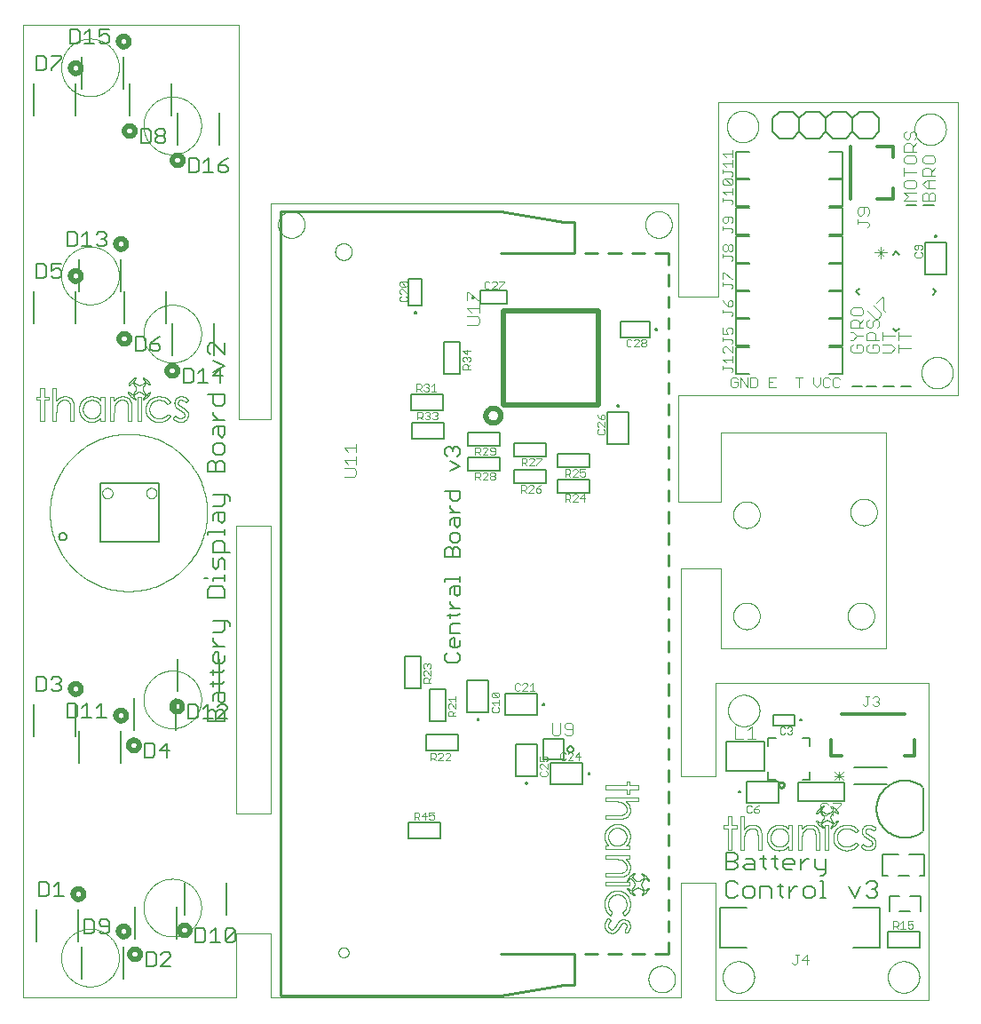
<source format=gto>
G75*
%MOIN*%
%OFA0B0*%
%FSLAX25Y25*%
%IPPOS*%
%LPD*%
%AMOC8*
5,1,8,0,0,1.08239X$1,22.5*
%
%ADD10C,0.00000*%
%ADD11C,0.00300*%
%ADD12C,0.00200*%
%ADD13C,0.00600*%
%ADD14C,0.00400*%
%ADD15C,0.00500*%
%ADD16C,0.00004*%
%ADD17C,0.00984*%
%ADD18C,0.01181*%
%ADD19C,0.01000*%
%ADD20C,0.01969*%
D10*
X0001000Y0002150D02*
X0001000Y0367150D01*
X0082000Y0367150D01*
X0082000Y0219150D01*
X0094000Y0219150D01*
X0094000Y0300150D01*
X0247000Y0300150D01*
X0247000Y0265150D01*
X0262000Y0265150D01*
X0262000Y0338150D01*
X0352000Y0338150D01*
X0352000Y0228150D01*
X0247000Y0228150D01*
X0247000Y0188150D01*
X0263000Y0188150D01*
X0263000Y0214150D01*
X0325000Y0214150D01*
X0325000Y0133150D01*
X0263000Y0133150D01*
X0263000Y0163150D01*
X0248000Y0163150D01*
X0248000Y0085150D01*
X0261000Y0085150D01*
X0261000Y0120150D01*
X0341000Y0120150D01*
X0341000Y0001150D01*
X0261000Y0001150D01*
X0261000Y0045150D01*
X0248000Y0045150D01*
X0248000Y0002150D01*
X0094000Y0002150D01*
X0094000Y0026150D01*
X0081000Y0026150D01*
X0081000Y0002150D01*
X0001000Y0002150D01*
X0081000Y0071150D02*
X0081000Y0179150D01*
X0094000Y0179150D01*
X0094000Y0071150D01*
X0081000Y0071150D01*
X0119300Y0018885D02*
X0119302Y0018972D01*
X0119308Y0019059D01*
X0119318Y0019146D01*
X0119332Y0019232D01*
X0119350Y0019317D01*
X0119371Y0019401D01*
X0119397Y0019485D01*
X0119426Y0019567D01*
X0119460Y0019647D01*
X0119496Y0019726D01*
X0119537Y0019803D01*
X0119581Y0019879D01*
X0119628Y0019952D01*
X0119678Y0020023D01*
X0119732Y0020091D01*
X0119789Y0020157D01*
X0119849Y0020221D01*
X0119911Y0020281D01*
X0119977Y0020339D01*
X0120045Y0020393D01*
X0120115Y0020445D01*
X0120188Y0020493D01*
X0120263Y0020538D01*
X0120339Y0020579D01*
X0120418Y0020617D01*
X0120498Y0020651D01*
X0120580Y0020681D01*
X0120663Y0020707D01*
X0120747Y0020730D01*
X0120832Y0020749D01*
X0120918Y0020764D01*
X0121004Y0020775D01*
X0121091Y0020782D01*
X0121178Y0020785D01*
X0121265Y0020784D01*
X0121352Y0020779D01*
X0121439Y0020770D01*
X0121525Y0020757D01*
X0121611Y0020740D01*
X0121695Y0020719D01*
X0121779Y0020695D01*
X0121861Y0020666D01*
X0121942Y0020634D01*
X0122022Y0020598D01*
X0122099Y0020559D01*
X0122175Y0020516D01*
X0122249Y0020469D01*
X0122320Y0020420D01*
X0122389Y0020367D01*
X0122456Y0020310D01*
X0122520Y0020251D01*
X0122581Y0020189D01*
X0122640Y0020125D01*
X0122695Y0020057D01*
X0122747Y0019988D01*
X0122796Y0019916D01*
X0122842Y0019841D01*
X0122884Y0019765D01*
X0122922Y0019687D01*
X0122957Y0019607D01*
X0122989Y0019526D01*
X0123016Y0019443D01*
X0123040Y0019359D01*
X0123060Y0019274D01*
X0123076Y0019189D01*
X0123088Y0019102D01*
X0123096Y0019016D01*
X0123100Y0018929D01*
X0123100Y0018841D01*
X0123096Y0018754D01*
X0123088Y0018668D01*
X0123076Y0018581D01*
X0123060Y0018496D01*
X0123040Y0018411D01*
X0123016Y0018327D01*
X0122989Y0018244D01*
X0122957Y0018163D01*
X0122922Y0018083D01*
X0122884Y0018005D01*
X0122842Y0017929D01*
X0122796Y0017854D01*
X0122747Y0017782D01*
X0122695Y0017713D01*
X0122640Y0017645D01*
X0122581Y0017581D01*
X0122520Y0017519D01*
X0122456Y0017460D01*
X0122389Y0017403D01*
X0122320Y0017350D01*
X0122249Y0017301D01*
X0122175Y0017254D01*
X0122099Y0017211D01*
X0122022Y0017172D01*
X0121942Y0017136D01*
X0121861Y0017104D01*
X0121779Y0017075D01*
X0121695Y0017051D01*
X0121611Y0017030D01*
X0121525Y0017013D01*
X0121439Y0017000D01*
X0121352Y0016991D01*
X0121265Y0016986D01*
X0121178Y0016985D01*
X0121091Y0016988D01*
X0121004Y0016995D01*
X0120918Y0017006D01*
X0120832Y0017021D01*
X0120747Y0017040D01*
X0120663Y0017063D01*
X0120580Y0017089D01*
X0120498Y0017119D01*
X0120418Y0017153D01*
X0120339Y0017191D01*
X0120263Y0017232D01*
X0120188Y0017277D01*
X0120115Y0017325D01*
X0120045Y0017377D01*
X0119977Y0017431D01*
X0119911Y0017489D01*
X0119849Y0017549D01*
X0119789Y0017613D01*
X0119732Y0017679D01*
X0119678Y0017747D01*
X0119628Y0017818D01*
X0119581Y0017891D01*
X0119537Y0017967D01*
X0119496Y0018044D01*
X0119460Y0018123D01*
X0119426Y0018203D01*
X0119397Y0018285D01*
X0119371Y0018369D01*
X0119350Y0018453D01*
X0119332Y0018538D01*
X0119318Y0018624D01*
X0119308Y0018711D01*
X0119302Y0018798D01*
X0119300Y0018885D01*
X0235700Y0008850D02*
X0235702Y0008991D01*
X0235708Y0009132D01*
X0235718Y0009272D01*
X0235732Y0009412D01*
X0235750Y0009552D01*
X0235771Y0009691D01*
X0235797Y0009830D01*
X0235826Y0009968D01*
X0235860Y0010104D01*
X0235897Y0010240D01*
X0235938Y0010375D01*
X0235983Y0010509D01*
X0236032Y0010641D01*
X0236084Y0010772D01*
X0236140Y0010901D01*
X0236200Y0011028D01*
X0236263Y0011154D01*
X0236329Y0011278D01*
X0236400Y0011401D01*
X0236473Y0011521D01*
X0236550Y0011639D01*
X0236630Y0011755D01*
X0236714Y0011868D01*
X0236800Y0011979D01*
X0236890Y0012088D01*
X0236983Y0012194D01*
X0237078Y0012297D01*
X0237177Y0012398D01*
X0237278Y0012496D01*
X0237382Y0012591D01*
X0237489Y0012683D01*
X0237598Y0012772D01*
X0237710Y0012857D01*
X0237824Y0012940D01*
X0237940Y0013020D01*
X0238059Y0013096D01*
X0238180Y0013168D01*
X0238302Y0013238D01*
X0238427Y0013303D01*
X0238553Y0013366D01*
X0238681Y0013424D01*
X0238811Y0013479D01*
X0238942Y0013531D01*
X0239075Y0013578D01*
X0239209Y0013622D01*
X0239344Y0013663D01*
X0239480Y0013699D01*
X0239617Y0013731D01*
X0239755Y0013760D01*
X0239893Y0013785D01*
X0240033Y0013805D01*
X0240173Y0013822D01*
X0240313Y0013835D01*
X0240454Y0013844D01*
X0240594Y0013849D01*
X0240735Y0013850D01*
X0240876Y0013847D01*
X0241017Y0013840D01*
X0241157Y0013829D01*
X0241297Y0013814D01*
X0241437Y0013795D01*
X0241576Y0013773D01*
X0241714Y0013746D01*
X0241852Y0013716D01*
X0241988Y0013681D01*
X0242124Y0013643D01*
X0242258Y0013601D01*
X0242392Y0013555D01*
X0242524Y0013506D01*
X0242654Y0013452D01*
X0242783Y0013395D01*
X0242910Y0013335D01*
X0243036Y0013271D01*
X0243159Y0013203D01*
X0243281Y0013132D01*
X0243401Y0013058D01*
X0243518Y0012980D01*
X0243633Y0012899D01*
X0243746Y0012815D01*
X0243857Y0012728D01*
X0243965Y0012637D01*
X0244070Y0012544D01*
X0244173Y0012447D01*
X0244273Y0012348D01*
X0244370Y0012246D01*
X0244464Y0012141D01*
X0244555Y0012034D01*
X0244643Y0011924D01*
X0244728Y0011812D01*
X0244810Y0011697D01*
X0244889Y0011580D01*
X0244964Y0011461D01*
X0245036Y0011340D01*
X0245104Y0011217D01*
X0245169Y0011092D01*
X0245231Y0010965D01*
X0245288Y0010836D01*
X0245343Y0010706D01*
X0245393Y0010575D01*
X0245440Y0010442D01*
X0245483Y0010308D01*
X0245522Y0010172D01*
X0245557Y0010036D01*
X0245589Y0009899D01*
X0245616Y0009761D01*
X0245640Y0009622D01*
X0245660Y0009482D01*
X0245676Y0009342D01*
X0245688Y0009202D01*
X0245696Y0009061D01*
X0245700Y0008920D01*
X0245700Y0008780D01*
X0245696Y0008639D01*
X0245688Y0008498D01*
X0245676Y0008358D01*
X0245660Y0008218D01*
X0245640Y0008078D01*
X0245616Y0007939D01*
X0245589Y0007801D01*
X0245557Y0007664D01*
X0245522Y0007528D01*
X0245483Y0007392D01*
X0245440Y0007258D01*
X0245393Y0007125D01*
X0245343Y0006994D01*
X0245288Y0006864D01*
X0245231Y0006735D01*
X0245169Y0006608D01*
X0245104Y0006483D01*
X0245036Y0006360D01*
X0244964Y0006239D01*
X0244889Y0006120D01*
X0244810Y0006003D01*
X0244728Y0005888D01*
X0244643Y0005776D01*
X0244555Y0005666D01*
X0244464Y0005559D01*
X0244370Y0005454D01*
X0244273Y0005352D01*
X0244173Y0005253D01*
X0244070Y0005156D01*
X0243965Y0005063D01*
X0243857Y0004972D01*
X0243746Y0004885D01*
X0243633Y0004801D01*
X0243518Y0004720D01*
X0243401Y0004642D01*
X0243281Y0004568D01*
X0243159Y0004497D01*
X0243036Y0004429D01*
X0242910Y0004365D01*
X0242783Y0004305D01*
X0242654Y0004248D01*
X0242524Y0004194D01*
X0242392Y0004145D01*
X0242258Y0004099D01*
X0242124Y0004057D01*
X0241988Y0004019D01*
X0241852Y0003984D01*
X0241714Y0003954D01*
X0241576Y0003927D01*
X0241437Y0003905D01*
X0241297Y0003886D01*
X0241157Y0003871D01*
X0241017Y0003860D01*
X0240876Y0003853D01*
X0240735Y0003850D01*
X0240594Y0003851D01*
X0240454Y0003856D01*
X0240313Y0003865D01*
X0240173Y0003878D01*
X0240033Y0003895D01*
X0239893Y0003915D01*
X0239755Y0003940D01*
X0239617Y0003969D01*
X0239480Y0004001D01*
X0239344Y0004037D01*
X0239209Y0004078D01*
X0239075Y0004122D01*
X0238942Y0004169D01*
X0238811Y0004221D01*
X0238681Y0004276D01*
X0238553Y0004334D01*
X0238427Y0004397D01*
X0238302Y0004462D01*
X0238180Y0004532D01*
X0238059Y0004604D01*
X0237940Y0004680D01*
X0237824Y0004760D01*
X0237710Y0004843D01*
X0237598Y0004928D01*
X0237489Y0005017D01*
X0237382Y0005109D01*
X0237278Y0005204D01*
X0237177Y0005302D01*
X0237078Y0005403D01*
X0236983Y0005506D01*
X0236890Y0005612D01*
X0236800Y0005721D01*
X0236714Y0005832D01*
X0236630Y0005945D01*
X0236550Y0006061D01*
X0236473Y0006179D01*
X0236400Y0006299D01*
X0236329Y0006422D01*
X0236263Y0006546D01*
X0236200Y0006672D01*
X0236140Y0006799D01*
X0236084Y0006928D01*
X0236032Y0007059D01*
X0235983Y0007191D01*
X0235938Y0007325D01*
X0235897Y0007460D01*
X0235860Y0007596D01*
X0235826Y0007732D01*
X0235797Y0007870D01*
X0235771Y0008009D01*
X0235750Y0008148D01*
X0235732Y0008288D01*
X0235718Y0008428D01*
X0235708Y0008568D01*
X0235702Y0008709D01*
X0235700Y0008850D01*
X0263594Y0009650D02*
X0263596Y0009803D01*
X0263602Y0009957D01*
X0263612Y0010110D01*
X0263626Y0010262D01*
X0263644Y0010415D01*
X0263666Y0010566D01*
X0263691Y0010717D01*
X0263721Y0010868D01*
X0263755Y0011018D01*
X0263792Y0011166D01*
X0263833Y0011314D01*
X0263878Y0011460D01*
X0263927Y0011606D01*
X0263980Y0011750D01*
X0264036Y0011892D01*
X0264096Y0012033D01*
X0264160Y0012173D01*
X0264227Y0012311D01*
X0264298Y0012447D01*
X0264373Y0012581D01*
X0264450Y0012713D01*
X0264532Y0012843D01*
X0264616Y0012971D01*
X0264704Y0013097D01*
X0264795Y0013220D01*
X0264889Y0013341D01*
X0264987Y0013459D01*
X0265087Y0013575D01*
X0265191Y0013688D01*
X0265297Y0013799D01*
X0265406Y0013907D01*
X0265518Y0014012D01*
X0265632Y0014113D01*
X0265750Y0014212D01*
X0265869Y0014308D01*
X0265991Y0014401D01*
X0266116Y0014490D01*
X0266243Y0014577D01*
X0266372Y0014659D01*
X0266503Y0014739D01*
X0266636Y0014815D01*
X0266771Y0014888D01*
X0266908Y0014957D01*
X0267047Y0015022D01*
X0267187Y0015084D01*
X0267329Y0015142D01*
X0267472Y0015197D01*
X0267617Y0015248D01*
X0267763Y0015295D01*
X0267910Y0015338D01*
X0268058Y0015377D01*
X0268207Y0015413D01*
X0268357Y0015444D01*
X0268508Y0015472D01*
X0268659Y0015496D01*
X0268812Y0015516D01*
X0268964Y0015532D01*
X0269117Y0015544D01*
X0269270Y0015552D01*
X0269423Y0015556D01*
X0269577Y0015556D01*
X0269730Y0015552D01*
X0269883Y0015544D01*
X0270036Y0015532D01*
X0270188Y0015516D01*
X0270341Y0015496D01*
X0270492Y0015472D01*
X0270643Y0015444D01*
X0270793Y0015413D01*
X0270942Y0015377D01*
X0271090Y0015338D01*
X0271237Y0015295D01*
X0271383Y0015248D01*
X0271528Y0015197D01*
X0271671Y0015142D01*
X0271813Y0015084D01*
X0271953Y0015022D01*
X0272092Y0014957D01*
X0272229Y0014888D01*
X0272364Y0014815D01*
X0272497Y0014739D01*
X0272628Y0014659D01*
X0272757Y0014577D01*
X0272884Y0014490D01*
X0273009Y0014401D01*
X0273131Y0014308D01*
X0273250Y0014212D01*
X0273368Y0014113D01*
X0273482Y0014012D01*
X0273594Y0013907D01*
X0273703Y0013799D01*
X0273809Y0013688D01*
X0273913Y0013575D01*
X0274013Y0013459D01*
X0274111Y0013341D01*
X0274205Y0013220D01*
X0274296Y0013097D01*
X0274384Y0012971D01*
X0274468Y0012843D01*
X0274550Y0012713D01*
X0274627Y0012581D01*
X0274702Y0012447D01*
X0274773Y0012311D01*
X0274840Y0012173D01*
X0274904Y0012033D01*
X0274964Y0011892D01*
X0275020Y0011750D01*
X0275073Y0011606D01*
X0275122Y0011460D01*
X0275167Y0011314D01*
X0275208Y0011166D01*
X0275245Y0011018D01*
X0275279Y0010868D01*
X0275309Y0010717D01*
X0275334Y0010566D01*
X0275356Y0010415D01*
X0275374Y0010262D01*
X0275388Y0010110D01*
X0275398Y0009957D01*
X0275404Y0009803D01*
X0275406Y0009650D01*
X0275404Y0009497D01*
X0275398Y0009343D01*
X0275388Y0009190D01*
X0275374Y0009038D01*
X0275356Y0008885D01*
X0275334Y0008734D01*
X0275309Y0008583D01*
X0275279Y0008432D01*
X0275245Y0008282D01*
X0275208Y0008134D01*
X0275167Y0007986D01*
X0275122Y0007840D01*
X0275073Y0007694D01*
X0275020Y0007550D01*
X0274964Y0007408D01*
X0274904Y0007267D01*
X0274840Y0007127D01*
X0274773Y0006989D01*
X0274702Y0006853D01*
X0274627Y0006719D01*
X0274550Y0006587D01*
X0274468Y0006457D01*
X0274384Y0006329D01*
X0274296Y0006203D01*
X0274205Y0006080D01*
X0274111Y0005959D01*
X0274013Y0005841D01*
X0273913Y0005725D01*
X0273809Y0005612D01*
X0273703Y0005501D01*
X0273594Y0005393D01*
X0273482Y0005288D01*
X0273368Y0005187D01*
X0273250Y0005088D01*
X0273131Y0004992D01*
X0273009Y0004899D01*
X0272884Y0004810D01*
X0272757Y0004723D01*
X0272628Y0004641D01*
X0272497Y0004561D01*
X0272364Y0004485D01*
X0272229Y0004412D01*
X0272092Y0004343D01*
X0271953Y0004278D01*
X0271813Y0004216D01*
X0271671Y0004158D01*
X0271528Y0004103D01*
X0271383Y0004052D01*
X0271237Y0004005D01*
X0271090Y0003962D01*
X0270942Y0003923D01*
X0270793Y0003887D01*
X0270643Y0003856D01*
X0270492Y0003828D01*
X0270341Y0003804D01*
X0270188Y0003784D01*
X0270036Y0003768D01*
X0269883Y0003756D01*
X0269730Y0003748D01*
X0269577Y0003744D01*
X0269423Y0003744D01*
X0269270Y0003748D01*
X0269117Y0003756D01*
X0268964Y0003768D01*
X0268812Y0003784D01*
X0268659Y0003804D01*
X0268508Y0003828D01*
X0268357Y0003856D01*
X0268207Y0003887D01*
X0268058Y0003923D01*
X0267910Y0003962D01*
X0267763Y0004005D01*
X0267617Y0004052D01*
X0267472Y0004103D01*
X0267329Y0004158D01*
X0267187Y0004216D01*
X0267047Y0004278D01*
X0266908Y0004343D01*
X0266771Y0004412D01*
X0266636Y0004485D01*
X0266503Y0004561D01*
X0266372Y0004641D01*
X0266243Y0004723D01*
X0266116Y0004810D01*
X0265991Y0004899D01*
X0265869Y0004992D01*
X0265750Y0005088D01*
X0265632Y0005187D01*
X0265518Y0005288D01*
X0265406Y0005393D01*
X0265297Y0005501D01*
X0265191Y0005612D01*
X0265087Y0005725D01*
X0264987Y0005841D01*
X0264889Y0005959D01*
X0264795Y0006080D01*
X0264704Y0006203D01*
X0264616Y0006329D01*
X0264532Y0006457D01*
X0264450Y0006587D01*
X0264373Y0006719D01*
X0264298Y0006853D01*
X0264227Y0006989D01*
X0264160Y0007127D01*
X0264096Y0007267D01*
X0264036Y0007408D01*
X0263980Y0007550D01*
X0263927Y0007694D01*
X0263878Y0007840D01*
X0263833Y0007986D01*
X0263792Y0008134D01*
X0263755Y0008282D01*
X0263721Y0008432D01*
X0263691Y0008583D01*
X0263666Y0008734D01*
X0263644Y0008885D01*
X0263626Y0009038D01*
X0263612Y0009190D01*
X0263602Y0009343D01*
X0263596Y0009497D01*
X0263594Y0009650D01*
X0325594Y0009650D02*
X0325596Y0009803D01*
X0325602Y0009957D01*
X0325612Y0010110D01*
X0325626Y0010262D01*
X0325644Y0010415D01*
X0325666Y0010566D01*
X0325691Y0010717D01*
X0325721Y0010868D01*
X0325755Y0011018D01*
X0325792Y0011166D01*
X0325833Y0011314D01*
X0325878Y0011460D01*
X0325927Y0011606D01*
X0325980Y0011750D01*
X0326036Y0011892D01*
X0326096Y0012033D01*
X0326160Y0012173D01*
X0326227Y0012311D01*
X0326298Y0012447D01*
X0326373Y0012581D01*
X0326450Y0012713D01*
X0326532Y0012843D01*
X0326616Y0012971D01*
X0326704Y0013097D01*
X0326795Y0013220D01*
X0326889Y0013341D01*
X0326987Y0013459D01*
X0327087Y0013575D01*
X0327191Y0013688D01*
X0327297Y0013799D01*
X0327406Y0013907D01*
X0327518Y0014012D01*
X0327632Y0014113D01*
X0327750Y0014212D01*
X0327869Y0014308D01*
X0327991Y0014401D01*
X0328116Y0014490D01*
X0328243Y0014577D01*
X0328372Y0014659D01*
X0328503Y0014739D01*
X0328636Y0014815D01*
X0328771Y0014888D01*
X0328908Y0014957D01*
X0329047Y0015022D01*
X0329187Y0015084D01*
X0329329Y0015142D01*
X0329472Y0015197D01*
X0329617Y0015248D01*
X0329763Y0015295D01*
X0329910Y0015338D01*
X0330058Y0015377D01*
X0330207Y0015413D01*
X0330357Y0015444D01*
X0330508Y0015472D01*
X0330659Y0015496D01*
X0330812Y0015516D01*
X0330964Y0015532D01*
X0331117Y0015544D01*
X0331270Y0015552D01*
X0331423Y0015556D01*
X0331577Y0015556D01*
X0331730Y0015552D01*
X0331883Y0015544D01*
X0332036Y0015532D01*
X0332188Y0015516D01*
X0332341Y0015496D01*
X0332492Y0015472D01*
X0332643Y0015444D01*
X0332793Y0015413D01*
X0332942Y0015377D01*
X0333090Y0015338D01*
X0333237Y0015295D01*
X0333383Y0015248D01*
X0333528Y0015197D01*
X0333671Y0015142D01*
X0333813Y0015084D01*
X0333953Y0015022D01*
X0334092Y0014957D01*
X0334229Y0014888D01*
X0334364Y0014815D01*
X0334497Y0014739D01*
X0334628Y0014659D01*
X0334757Y0014577D01*
X0334884Y0014490D01*
X0335009Y0014401D01*
X0335131Y0014308D01*
X0335250Y0014212D01*
X0335368Y0014113D01*
X0335482Y0014012D01*
X0335594Y0013907D01*
X0335703Y0013799D01*
X0335809Y0013688D01*
X0335913Y0013575D01*
X0336013Y0013459D01*
X0336111Y0013341D01*
X0336205Y0013220D01*
X0336296Y0013097D01*
X0336384Y0012971D01*
X0336468Y0012843D01*
X0336550Y0012713D01*
X0336627Y0012581D01*
X0336702Y0012447D01*
X0336773Y0012311D01*
X0336840Y0012173D01*
X0336904Y0012033D01*
X0336964Y0011892D01*
X0337020Y0011750D01*
X0337073Y0011606D01*
X0337122Y0011460D01*
X0337167Y0011314D01*
X0337208Y0011166D01*
X0337245Y0011018D01*
X0337279Y0010868D01*
X0337309Y0010717D01*
X0337334Y0010566D01*
X0337356Y0010415D01*
X0337374Y0010262D01*
X0337388Y0010110D01*
X0337398Y0009957D01*
X0337404Y0009803D01*
X0337406Y0009650D01*
X0337404Y0009497D01*
X0337398Y0009343D01*
X0337388Y0009190D01*
X0337374Y0009038D01*
X0337356Y0008885D01*
X0337334Y0008734D01*
X0337309Y0008583D01*
X0337279Y0008432D01*
X0337245Y0008282D01*
X0337208Y0008134D01*
X0337167Y0007986D01*
X0337122Y0007840D01*
X0337073Y0007694D01*
X0337020Y0007550D01*
X0336964Y0007408D01*
X0336904Y0007267D01*
X0336840Y0007127D01*
X0336773Y0006989D01*
X0336702Y0006853D01*
X0336627Y0006719D01*
X0336550Y0006587D01*
X0336468Y0006457D01*
X0336384Y0006329D01*
X0336296Y0006203D01*
X0336205Y0006080D01*
X0336111Y0005959D01*
X0336013Y0005841D01*
X0335913Y0005725D01*
X0335809Y0005612D01*
X0335703Y0005501D01*
X0335594Y0005393D01*
X0335482Y0005288D01*
X0335368Y0005187D01*
X0335250Y0005088D01*
X0335131Y0004992D01*
X0335009Y0004899D01*
X0334884Y0004810D01*
X0334757Y0004723D01*
X0334628Y0004641D01*
X0334497Y0004561D01*
X0334364Y0004485D01*
X0334229Y0004412D01*
X0334092Y0004343D01*
X0333953Y0004278D01*
X0333813Y0004216D01*
X0333671Y0004158D01*
X0333528Y0004103D01*
X0333383Y0004052D01*
X0333237Y0004005D01*
X0333090Y0003962D01*
X0332942Y0003923D01*
X0332793Y0003887D01*
X0332643Y0003856D01*
X0332492Y0003828D01*
X0332341Y0003804D01*
X0332188Y0003784D01*
X0332036Y0003768D01*
X0331883Y0003756D01*
X0331730Y0003748D01*
X0331577Y0003744D01*
X0331423Y0003744D01*
X0331270Y0003748D01*
X0331117Y0003756D01*
X0330964Y0003768D01*
X0330812Y0003784D01*
X0330659Y0003804D01*
X0330508Y0003828D01*
X0330357Y0003856D01*
X0330207Y0003887D01*
X0330058Y0003923D01*
X0329910Y0003962D01*
X0329763Y0004005D01*
X0329617Y0004052D01*
X0329472Y0004103D01*
X0329329Y0004158D01*
X0329187Y0004216D01*
X0329047Y0004278D01*
X0328908Y0004343D01*
X0328771Y0004412D01*
X0328636Y0004485D01*
X0328503Y0004561D01*
X0328372Y0004641D01*
X0328243Y0004723D01*
X0328116Y0004810D01*
X0327991Y0004899D01*
X0327869Y0004992D01*
X0327750Y0005088D01*
X0327632Y0005187D01*
X0327518Y0005288D01*
X0327406Y0005393D01*
X0327297Y0005501D01*
X0327191Y0005612D01*
X0327087Y0005725D01*
X0326987Y0005841D01*
X0326889Y0005959D01*
X0326795Y0006080D01*
X0326704Y0006203D01*
X0326616Y0006329D01*
X0326532Y0006457D01*
X0326450Y0006587D01*
X0326373Y0006719D01*
X0326298Y0006853D01*
X0326227Y0006989D01*
X0326160Y0007127D01*
X0326096Y0007267D01*
X0326036Y0007408D01*
X0325980Y0007550D01*
X0325927Y0007694D01*
X0325878Y0007840D01*
X0325833Y0007986D01*
X0325792Y0008134D01*
X0325755Y0008282D01*
X0325721Y0008432D01*
X0325691Y0008583D01*
X0325666Y0008734D01*
X0325644Y0008885D01*
X0325626Y0009038D01*
X0325612Y0009190D01*
X0325602Y0009343D01*
X0325596Y0009497D01*
X0325594Y0009650D01*
X0265594Y0109650D02*
X0265596Y0109803D01*
X0265602Y0109957D01*
X0265612Y0110110D01*
X0265626Y0110262D01*
X0265644Y0110415D01*
X0265666Y0110566D01*
X0265691Y0110717D01*
X0265721Y0110868D01*
X0265755Y0111018D01*
X0265792Y0111166D01*
X0265833Y0111314D01*
X0265878Y0111460D01*
X0265927Y0111606D01*
X0265980Y0111750D01*
X0266036Y0111892D01*
X0266096Y0112033D01*
X0266160Y0112173D01*
X0266227Y0112311D01*
X0266298Y0112447D01*
X0266373Y0112581D01*
X0266450Y0112713D01*
X0266532Y0112843D01*
X0266616Y0112971D01*
X0266704Y0113097D01*
X0266795Y0113220D01*
X0266889Y0113341D01*
X0266987Y0113459D01*
X0267087Y0113575D01*
X0267191Y0113688D01*
X0267297Y0113799D01*
X0267406Y0113907D01*
X0267518Y0114012D01*
X0267632Y0114113D01*
X0267750Y0114212D01*
X0267869Y0114308D01*
X0267991Y0114401D01*
X0268116Y0114490D01*
X0268243Y0114577D01*
X0268372Y0114659D01*
X0268503Y0114739D01*
X0268636Y0114815D01*
X0268771Y0114888D01*
X0268908Y0114957D01*
X0269047Y0115022D01*
X0269187Y0115084D01*
X0269329Y0115142D01*
X0269472Y0115197D01*
X0269617Y0115248D01*
X0269763Y0115295D01*
X0269910Y0115338D01*
X0270058Y0115377D01*
X0270207Y0115413D01*
X0270357Y0115444D01*
X0270508Y0115472D01*
X0270659Y0115496D01*
X0270812Y0115516D01*
X0270964Y0115532D01*
X0271117Y0115544D01*
X0271270Y0115552D01*
X0271423Y0115556D01*
X0271577Y0115556D01*
X0271730Y0115552D01*
X0271883Y0115544D01*
X0272036Y0115532D01*
X0272188Y0115516D01*
X0272341Y0115496D01*
X0272492Y0115472D01*
X0272643Y0115444D01*
X0272793Y0115413D01*
X0272942Y0115377D01*
X0273090Y0115338D01*
X0273237Y0115295D01*
X0273383Y0115248D01*
X0273528Y0115197D01*
X0273671Y0115142D01*
X0273813Y0115084D01*
X0273953Y0115022D01*
X0274092Y0114957D01*
X0274229Y0114888D01*
X0274364Y0114815D01*
X0274497Y0114739D01*
X0274628Y0114659D01*
X0274757Y0114577D01*
X0274884Y0114490D01*
X0275009Y0114401D01*
X0275131Y0114308D01*
X0275250Y0114212D01*
X0275368Y0114113D01*
X0275482Y0114012D01*
X0275594Y0113907D01*
X0275703Y0113799D01*
X0275809Y0113688D01*
X0275913Y0113575D01*
X0276013Y0113459D01*
X0276111Y0113341D01*
X0276205Y0113220D01*
X0276296Y0113097D01*
X0276384Y0112971D01*
X0276468Y0112843D01*
X0276550Y0112713D01*
X0276627Y0112581D01*
X0276702Y0112447D01*
X0276773Y0112311D01*
X0276840Y0112173D01*
X0276904Y0112033D01*
X0276964Y0111892D01*
X0277020Y0111750D01*
X0277073Y0111606D01*
X0277122Y0111460D01*
X0277167Y0111314D01*
X0277208Y0111166D01*
X0277245Y0111018D01*
X0277279Y0110868D01*
X0277309Y0110717D01*
X0277334Y0110566D01*
X0277356Y0110415D01*
X0277374Y0110262D01*
X0277388Y0110110D01*
X0277398Y0109957D01*
X0277404Y0109803D01*
X0277406Y0109650D01*
X0277404Y0109497D01*
X0277398Y0109343D01*
X0277388Y0109190D01*
X0277374Y0109038D01*
X0277356Y0108885D01*
X0277334Y0108734D01*
X0277309Y0108583D01*
X0277279Y0108432D01*
X0277245Y0108282D01*
X0277208Y0108134D01*
X0277167Y0107986D01*
X0277122Y0107840D01*
X0277073Y0107694D01*
X0277020Y0107550D01*
X0276964Y0107408D01*
X0276904Y0107267D01*
X0276840Y0107127D01*
X0276773Y0106989D01*
X0276702Y0106853D01*
X0276627Y0106719D01*
X0276550Y0106587D01*
X0276468Y0106457D01*
X0276384Y0106329D01*
X0276296Y0106203D01*
X0276205Y0106080D01*
X0276111Y0105959D01*
X0276013Y0105841D01*
X0275913Y0105725D01*
X0275809Y0105612D01*
X0275703Y0105501D01*
X0275594Y0105393D01*
X0275482Y0105288D01*
X0275368Y0105187D01*
X0275250Y0105088D01*
X0275131Y0104992D01*
X0275009Y0104899D01*
X0274884Y0104810D01*
X0274757Y0104723D01*
X0274628Y0104641D01*
X0274497Y0104561D01*
X0274364Y0104485D01*
X0274229Y0104412D01*
X0274092Y0104343D01*
X0273953Y0104278D01*
X0273813Y0104216D01*
X0273671Y0104158D01*
X0273528Y0104103D01*
X0273383Y0104052D01*
X0273237Y0104005D01*
X0273090Y0103962D01*
X0272942Y0103923D01*
X0272793Y0103887D01*
X0272643Y0103856D01*
X0272492Y0103828D01*
X0272341Y0103804D01*
X0272188Y0103784D01*
X0272036Y0103768D01*
X0271883Y0103756D01*
X0271730Y0103748D01*
X0271577Y0103744D01*
X0271423Y0103744D01*
X0271270Y0103748D01*
X0271117Y0103756D01*
X0270964Y0103768D01*
X0270812Y0103784D01*
X0270659Y0103804D01*
X0270508Y0103828D01*
X0270357Y0103856D01*
X0270207Y0103887D01*
X0270058Y0103923D01*
X0269910Y0103962D01*
X0269763Y0104005D01*
X0269617Y0104052D01*
X0269472Y0104103D01*
X0269329Y0104158D01*
X0269187Y0104216D01*
X0269047Y0104278D01*
X0268908Y0104343D01*
X0268771Y0104412D01*
X0268636Y0104485D01*
X0268503Y0104561D01*
X0268372Y0104641D01*
X0268243Y0104723D01*
X0268116Y0104810D01*
X0267991Y0104899D01*
X0267869Y0104992D01*
X0267750Y0105088D01*
X0267632Y0105187D01*
X0267518Y0105288D01*
X0267406Y0105393D01*
X0267297Y0105501D01*
X0267191Y0105612D01*
X0267087Y0105725D01*
X0266987Y0105841D01*
X0266889Y0105959D01*
X0266795Y0106080D01*
X0266704Y0106203D01*
X0266616Y0106329D01*
X0266532Y0106457D01*
X0266450Y0106587D01*
X0266373Y0106719D01*
X0266298Y0106853D01*
X0266227Y0106989D01*
X0266160Y0107127D01*
X0266096Y0107267D01*
X0266036Y0107408D01*
X0265980Y0107550D01*
X0265927Y0107694D01*
X0265878Y0107840D01*
X0265833Y0107986D01*
X0265792Y0108134D01*
X0265755Y0108282D01*
X0265721Y0108432D01*
X0265691Y0108583D01*
X0265666Y0108734D01*
X0265644Y0108885D01*
X0265626Y0109038D01*
X0265612Y0109190D01*
X0265602Y0109343D01*
X0265596Y0109497D01*
X0265594Y0109650D01*
X0267500Y0145150D02*
X0267502Y0145291D01*
X0267508Y0145432D01*
X0267518Y0145572D01*
X0267532Y0145712D01*
X0267550Y0145852D01*
X0267571Y0145991D01*
X0267597Y0146130D01*
X0267626Y0146268D01*
X0267660Y0146404D01*
X0267697Y0146540D01*
X0267738Y0146675D01*
X0267783Y0146809D01*
X0267832Y0146941D01*
X0267884Y0147072D01*
X0267940Y0147201D01*
X0268000Y0147328D01*
X0268063Y0147454D01*
X0268129Y0147578D01*
X0268200Y0147701D01*
X0268273Y0147821D01*
X0268350Y0147939D01*
X0268430Y0148055D01*
X0268514Y0148168D01*
X0268600Y0148279D01*
X0268690Y0148388D01*
X0268783Y0148494D01*
X0268878Y0148597D01*
X0268977Y0148698D01*
X0269078Y0148796D01*
X0269182Y0148891D01*
X0269289Y0148983D01*
X0269398Y0149072D01*
X0269510Y0149157D01*
X0269624Y0149240D01*
X0269740Y0149320D01*
X0269859Y0149396D01*
X0269980Y0149468D01*
X0270102Y0149538D01*
X0270227Y0149603D01*
X0270353Y0149666D01*
X0270481Y0149724D01*
X0270611Y0149779D01*
X0270742Y0149831D01*
X0270875Y0149878D01*
X0271009Y0149922D01*
X0271144Y0149963D01*
X0271280Y0149999D01*
X0271417Y0150031D01*
X0271555Y0150060D01*
X0271693Y0150085D01*
X0271833Y0150105D01*
X0271973Y0150122D01*
X0272113Y0150135D01*
X0272254Y0150144D01*
X0272394Y0150149D01*
X0272535Y0150150D01*
X0272676Y0150147D01*
X0272817Y0150140D01*
X0272957Y0150129D01*
X0273097Y0150114D01*
X0273237Y0150095D01*
X0273376Y0150073D01*
X0273514Y0150046D01*
X0273652Y0150016D01*
X0273788Y0149981D01*
X0273924Y0149943D01*
X0274058Y0149901D01*
X0274192Y0149855D01*
X0274324Y0149806D01*
X0274454Y0149752D01*
X0274583Y0149695D01*
X0274710Y0149635D01*
X0274836Y0149571D01*
X0274959Y0149503D01*
X0275081Y0149432D01*
X0275201Y0149358D01*
X0275318Y0149280D01*
X0275433Y0149199D01*
X0275546Y0149115D01*
X0275657Y0149028D01*
X0275765Y0148937D01*
X0275870Y0148844D01*
X0275973Y0148747D01*
X0276073Y0148648D01*
X0276170Y0148546D01*
X0276264Y0148441D01*
X0276355Y0148334D01*
X0276443Y0148224D01*
X0276528Y0148112D01*
X0276610Y0147997D01*
X0276689Y0147880D01*
X0276764Y0147761D01*
X0276836Y0147640D01*
X0276904Y0147517D01*
X0276969Y0147392D01*
X0277031Y0147265D01*
X0277088Y0147136D01*
X0277143Y0147006D01*
X0277193Y0146875D01*
X0277240Y0146742D01*
X0277283Y0146608D01*
X0277322Y0146472D01*
X0277357Y0146336D01*
X0277389Y0146199D01*
X0277416Y0146061D01*
X0277440Y0145922D01*
X0277460Y0145782D01*
X0277476Y0145642D01*
X0277488Y0145502D01*
X0277496Y0145361D01*
X0277500Y0145220D01*
X0277500Y0145080D01*
X0277496Y0144939D01*
X0277488Y0144798D01*
X0277476Y0144658D01*
X0277460Y0144518D01*
X0277440Y0144378D01*
X0277416Y0144239D01*
X0277389Y0144101D01*
X0277357Y0143964D01*
X0277322Y0143828D01*
X0277283Y0143692D01*
X0277240Y0143558D01*
X0277193Y0143425D01*
X0277143Y0143294D01*
X0277088Y0143164D01*
X0277031Y0143035D01*
X0276969Y0142908D01*
X0276904Y0142783D01*
X0276836Y0142660D01*
X0276764Y0142539D01*
X0276689Y0142420D01*
X0276610Y0142303D01*
X0276528Y0142188D01*
X0276443Y0142076D01*
X0276355Y0141966D01*
X0276264Y0141859D01*
X0276170Y0141754D01*
X0276073Y0141652D01*
X0275973Y0141553D01*
X0275870Y0141456D01*
X0275765Y0141363D01*
X0275657Y0141272D01*
X0275546Y0141185D01*
X0275433Y0141101D01*
X0275318Y0141020D01*
X0275201Y0140942D01*
X0275081Y0140868D01*
X0274959Y0140797D01*
X0274836Y0140729D01*
X0274710Y0140665D01*
X0274583Y0140605D01*
X0274454Y0140548D01*
X0274324Y0140494D01*
X0274192Y0140445D01*
X0274058Y0140399D01*
X0273924Y0140357D01*
X0273788Y0140319D01*
X0273652Y0140284D01*
X0273514Y0140254D01*
X0273376Y0140227D01*
X0273237Y0140205D01*
X0273097Y0140186D01*
X0272957Y0140171D01*
X0272817Y0140160D01*
X0272676Y0140153D01*
X0272535Y0140150D01*
X0272394Y0140151D01*
X0272254Y0140156D01*
X0272113Y0140165D01*
X0271973Y0140178D01*
X0271833Y0140195D01*
X0271693Y0140215D01*
X0271555Y0140240D01*
X0271417Y0140269D01*
X0271280Y0140301D01*
X0271144Y0140337D01*
X0271009Y0140378D01*
X0270875Y0140422D01*
X0270742Y0140469D01*
X0270611Y0140521D01*
X0270481Y0140576D01*
X0270353Y0140634D01*
X0270227Y0140697D01*
X0270102Y0140762D01*
X0269980Y0140832D01*
X0269859Y0140904D01*
X0269740Y0140980D01*
X0269624Y0141060D01*
X0269510Y0141143D01*
X0269398Y0141228D01*
X0269289Y0141317D01*
X0269182Y0141409D01*
X0269078Y0141504D01*
X0268977Y0141602D01*
X0268878Y0141703D01*
X0268783Y0141806D01*
X0268690Y0141912D01*
X0268600Y0142021D01*
X0268514Y0142132D01*
X0268430Y0142245D01*
X0268350Y0142361D01*
X0268273Y0142479D01*
X0268200Y0142599D01*
X0268129Y0142722D01*
X0268063Y0142846D01*
X0268000Y0142972D01*
X0267940Y0143099D01*
X0267884Y0143228D01*
X0267832Y0143359D01*
X0267783Y0143491D01*
X0267738Y0143625D01*
X0267697Y0143760D01*
X0267660Y0143896D01*
X0267626Y0144032D01*
X0267597Y0144170D01*
X0267571Y0144309D01*
X0267550Y0144448D01*
X0267532Y0144588D01*
X0267518Y0144728D01*
X0267508Y0144868D01*
X0267502Y0145009D01*
X0267500Y0145150D01*
X0267500Y0183150D02*
X0267502Y0183291D01*
X0267508Y0183432D01*
X0267518Y0183572D01*
X0267532Y0183712D01*
X0267550Y0183852D01*
X0267571Y0183991D01*
X0267597Y0184130D01*
X0267626Y0184268D01*
X0267660Y0184404D01*
X0267697Y0184540D01*
X0267738Y0184675D01*
X0267783Y0184809D01*
X0267832Y0184941D01*
X0267884Y0185072D01*
X0267940Y0185201D01*
X0268000Y0185328D01*
X0268063Y0185454D01*
X0268129Y0185578D01*
X0268200Y0185701D01*
X0268273Y0185821D01*
X0268350Y0185939D01*
X0268430Y0186055D01*
X0268514Y0186168D01*
X0268600Y0186279D01*
X0268690Y0186388D01*
X0268783Y0186494D01*
X0268878Y0186597D01*
X0268977Y0186698D01*
X0269078Y0186796D01*
X0269182Y0186891D01*
X0269289Y0186983D01*
X0269398Y0187072D01*
X0269510Y0187157D01*
X0269624Y0187240D01*
X0269740Y0187320D01*
X0269859Y0187396D01*
X0269980Y0187468D01*
X0270102Y0187538D01*
X0270227Y0187603D01*
X0270353Y0187666D01*
X0270481Y0187724D01*
X0270611Y0187779D01*
X0270742Y0187831D01*
X0270875Y0187878D01*
X0271009Y0187922D01*
X0271144Y0187963D01*
X0271280Y0187999D01*
X0271417Y0188031D01*
X0271555Y0188060D01*
X0271693Y0188085D01*
X0271833Y0188105D01*
X0271973Y0188122D01*
X0272113Y0188135D01*
X0272254Y0188144D01*
X0272394Y0188149D01*
X0272535Y0188150D01*
X0272676Y0188147D01*
X0272817Y0188140D01*
X0272957Y0188129D01*
X0273097Y0188114D01*
X0273237Y0188095D01*
X0273376Y0188073D01*
X0273514Y0188046D01*
X0273652Y0188016D01*
X0273788Y0187981D01*
X0273924Y0187943D01*
X0274058Y0187901D01*
X0274192Y0187855D01*
X0274324Y0187806D01*
X0274454Y0187752D01*
X0274583Y0187695D01*
X0274710Y0187635D01*
X0274836Y0187571D01*
X0274959Y0187503D01*
X0275081Y0187432D01*
X0275201Y0187358D01*
X0275318Y0187280D01*
X0275433Y0187199D01*
X0275546Y0187115D01*
X0275657Y0187028D01*
X0275765Y0186937D01*
X0275870Y0186844D01*
X0275973Y0186747D01*
X0276073Y0186648D01*
X0276170Y0186546D01*
X0276264Y0186441D01*
X0276355Y0186334D01*
X0276443Y0186224D01*
X0276528Y0186112D01*
X0276610Y0185997D01*
X0276689Y0185880D01*
X0276764Y0185761D01*
X0276836Y0185640D01*
X0276904Y0185517D01*
X0276969Y0185392D01*
X0277031Y0185265D01*
X0277088Y0185136D01*
X0277143Y0185006D01*
X0277193Y0184875D01*
X0277240Y0184742D01*
X0277283Y0184608D01*
X0277322Y0184472D01*
X0277357Y0184336D01*
X0277389Y0184199D01*
X0277416Y0184061D01*
X0277440Y0183922D01*
X0277460Y0183782D01*
X0277476Y0183642D01*
X0277488Y0183502D01*
X0277496Y0183361D01*
X0277500Y0183220D01*
X0277500Y0183080D01*
X0277496Y0182939D01*
X0277488Y0182798D01*
X0277476Y0182658D01*
X0277460Y0182518D01*
X0277440Y0182378D01*
X0277416Y0182239D01*
X0277389Y0182101D01*
X0277357Y0181964D01*
X0277322Y0181828D01*
X0277283Y0181692D01*
X0277240Y0181558D01*
X0277193Y0181425D01*
X0277143Y0181294D01*
X0277088Y0181164D01*
X0277031Y0181035D01*
X0276969Y0180908D01*
X0276904Y0180783D01*
X0276836Y0180660D01*
X0276764Y0180539D01*
X0276689Y0180420D01*
X0276610Y0180303D01*
X0276528Y0180188D01*
X0276443Y0180076D01*
X0276355Y0179966D01*
X0276264Y0179859D01*
X0276170Y0179754D01*
X0276073Y0179652D01*
X0275973Y0179553D01*
X0275870Y0179456D01*
X0275765Y0179363D01*
X0275657Y0179272D01*
X0275546Y0179185D01*
X0275433Y0179101D01*
X0275318Y0179020D01*
X0275201Y0178942D01*
X0275081Y0178868D01*
X0274959Y0178797D01*
X0274836Y0178729D01*
X0274710Y0178665D01*
X0274583Y0178605D01*
X0274454Y0178548D01*
X0274324Y0178494D01*
X0274192Y0178445D01*
X0274058Y0178399D01*
X0273924Y0178357D01*
X0273788Y0178319D01*
X0273652Y0178284D01*
X0273514Y0178254D01*
X0273376Y0178227D01*
X0273237Y0178205D01*
X0273097Y0178186D01*
X0272957Y0178171D01*
X0272817Y0178160D01*
X0272676Y0178153D01*
X0272535Y0178150D01*
X0272394Y0178151D01*
X0272254Y0178156D01*
X0272113Y0178165D01*
X0271973Y0178178D01*
X0271833Y0178195D01*
X0271693Y0178215D01*
X0271555Y0178240D01*
X0271417Y0178269D01*
X0271280Y0178301D01*
X0271144Y0178337D01*
X0271009Y0178378D01*
X0270875Y0178422D01*
X0270742Y0178469D01*
X0270611Y0178521D01*
X0270481Y0178576D01*
X0270353Y0178634D01*
X0270227Y0178697D01*
X0270102Y0178762D01*
X0269980Y0178832D01*
X0269859Y0178904D01*
X0269740Y0178980D01*
X0269624Y0179060D01*
X0269510Y0179143D01*
X0269398Y0179228D01*
X0269289Y0179317D01*
X0269182Y0179409D01*
X0269078Y0179504D01*
X0268977Y0179602D01*
X0268878Y0179703D01*
X0268783Y0179806D01*
X0268690Y0179912D01*
X0268600Y0180021D01*
X0268514Y0180132D01*
X0268430Y0180245D01*
X0268350Y0180361D01*
X0268273Y0180479D01*
X0268200Y0180599D01*
X0268129Y0180722D01*
X0268063Y0180846D01*
X0268000Y0180972D01*
X0267940Y0181099D01*
X0267884Y0181228D01*
X0267832Y0181359D01*
X0267783Y0181491D01*
X0267738Y0181625D01*
X0267697Y0181760D01*
X0267660Y0181896D01*
X0267626Y0182032D01*
X0267597Y0182170D01*
X0267571Y0182309D01*
X0267550Y0182448D01*
X0267532Y0182588D01*
X0267518Y0182728D01*
X0267508Y0182868D01*
X0267502Y0183009D01*
X0267500Y0183150D01*
X0311500Y0184150D02*
X0311502Y0184291D01*
X0311508Y0184432D01*
X0311518Y0184572D01*
X0311532Y0184712D01*
X0311550Y0184852D01*
X0311571Y0184991D01*
X0311597Y0185130D01*
X0311626Y0185268D01*
X0311660Y0185404D01*
X0311697Y0185540D01*
X0311738Y0185675D01*
X0311783Y0185809D01*
X0311832Y0185941D01*
X0311884Y0186072D01*
X0311940Y0186201D01*
X0312000Y0186328D01*
X0312063Y0186454D01*
X0312129Y0186578D01*
X0312200Y0186701D01*
X0312273Y0186821D01*
X0312350Y0186939D01*
X0312430Y0187055D01*
X0312514Y0187168D01*
X0312600Y0187279D01*
X0312690Y0187388D01*
X0312783Y0187494D01*
X0312878Y0187597D01*
X0312977Y0187698D01*
X0313078Y0187796D01*
X0313182Y0187891D01*
X0313289Y0187983D01*
X0313398Y0188072D01*
X0313510Y0188157D01*
X0313624Y0188240D01*
X0313740Y0188320D01*
X0313859Y0188396D01*
X0313980Y0188468D01*
X0314102Y0188538D01*
X0314227Y0188603D01*
X0314353Y0188666D01*
X0314481Y0188724D01*
X0314611Y0188779D01*
X0314742Y0188831D01*
X0314875Y0188878D01*
X0315009Y0188922D01*
X0315144Y0188963D01*
X0315280Y0188999D01*
X0315417Y0189031D01*
X0315555Y0189060D01*
X0315693Y0189085D01*
X0315833Y0189105D01*
X0315973Y0189122D01*
X0316113Y0189135D01*
X0316254Y0189144D01*
X0316394Y0189149D01*
X0316535Y0189150D01*
X0316676Y0189147D01*
X0316817Y0189140D01*
X0316957Y0189129D01*
X0317097Y0189114D01*
X0317237Y0189095D01*
X0317376Y0189073D01*
X0317514Y0189046D01*
X0317652Y0189016D01*
X0317788Y0188981D01*
X0317924Y0188943D01*
X0318058Y0188901D01*
X0318192Y0188855D01*
X0318324Y0188806D01*
X0318454Y0188752D01*
X0318583Y0188695D01*
X0318710Y0188635D01*
X0318836Y0188571D01*
X0318959Y0188503D01*
X0319081Y0188432D01*
X0319201Y0188358D01*
X0319318Y0188280D01*
X0319433Y0188199D01*
X0319546Y0188115D01*
X0319657Y0188028D01*
X0319765Y0187937D01*
X0319870Y0187844D01*
X0319973Y0187747D01*
X0320073Y0187648D01*
X0320170Y0187546D01*
X0320264Y0187441D01*
X0320355Y0187334D01*
X0320443Y0187224D01*
X0320528Y0187112D01*
X0320610Y0186997D01*
X0320689Y0186880D01*
X0320764Y0186761D01*
X0320836Y0186640D01*
X0320904Y0186517D01*
X0320969Y0186392D01*
X0321031Y0186265D01*
X0321088Y0186136D01*
X0321143Y0186006D01*
X0321193Y0185875D01*
X0321240Y0185742D01*
X0321283Y0185608D01*
X0321322Y0185472D01*
X0321357Y0185336D01*
X0321389Y0185199D01*
X0321416Y0185061D01*
X0321440Y0184922D01*
X0321460Y0184782D01*
X0321476Y0184642D01*
X0321488Y0184502D01*
X0321496Y0184361D01*
X0321500Y0184220D01*
X0321500Y0184080D01*
X0321496Y0183939D01*
X0321488Y0183798D01*
X0321476Y0183658D01*
X0321460Y0183518D01*
X0321440Y0183378D01*
X0321416Y0183239D01*
X0321389Y0183101D01*
X0321357Y0182964D01*
X0321322Y0182828D01*
X0321283Y0182692D01*
X0321240Y0182558D01*
X0321193Y0182425D01*
X0321143Y0182294D01*
X0321088Y0182164D01*
X0321031Y0182035D01*
X0320969Y0181908D01*
X0320904Y0181783D01*
X0320836Y0181660D01*
X0320764Y0181539D01*
X0320689Y0181420D01*
X0320610Y0181303D01*
X0320528Y0181188D01*
X0320443Y0181076D01*
X0320355Y0180966D01*
X0320264Y0180859D01*
X0320170Y0180754D01*
X0320073Y0180652D01*
X0319973Y0180553D01*
X0319870Y0180456D01*
X0319765Y0180363D01*
X0319657Y0180272D01*
X0319546Y0180185D01*
X0319433Y0180101D01*
X0319318Y0180020D01*
X0319201Y0179942D01*
X0319081Y0179868D01*
X0318959Y0179797D01*
X0318836Y0179729D01*
X0318710Y0179665D01*
X0318583Y0179605D01*
X0318454Y0179548D01*
X0318324Y0179494D01*
X0318192Y0179445D01*
X0318058Y0179399D01*
X0317924Y0179357D01*
X0317788Y0179319D01*
X0317652Y0179284D01*
X0317514Y0179254D01*
X0317376Y0179227D01*
X0317237Y0179205D01*
X0317097Y0179186D01*
X0316957Y0179171D01*
X0316817Y0179160D01*
X0316676Y0179153D01*
X0316535Y0179150D01*
X0316394Y0179151D01*
X0316254Y0179156D01*
X0316113Y0179165D01*
X0315973Y0179178D01*
X0315833Y0179195D01*
X0315693Y0179215D01*
X0315555Y0179240D01*
X0315417Y0179269D01*
X0315280Y0179301D01*
X0315144Y0179337D01*
X0315009Y0179378D01*
X0314875Y0179422D01*
X0314742Y0179469D01*
X0314611Y0179521D01*
X0314481Y0179576D01*
X0314353Y0179634D01*
X0314227Y0179697D01*
X0314102Y0179762D01*
X0313980Y0179832D01*
X0313859Y0179904D01*
X0313740Y0179980D01*
X0313624Y0180060D01*
X0313510Y0180143D01*
X0313398Y0180228D01*
X0313289Y0180317D01*
X0313182Y0180409D01*
X0313078Y0180504D01*
X0312977Y0180602D01*
X0312878Y0180703D01*
X0312783Y0180806D01*
X0312690Y0180912D01*
X0312600Y0181021D01*
X0312514Y0181132D01*
X0312430Y0181245D01*
X0312350Y0181361D01*
X0312273Y0181479D01*
X0312200Y0181599D01*
X0312129Y0181722D01*
X0312063Y0181846D01*
X0312000Y0181972D01*
X0311940Y0182099D01*
X0311884Y0182228D01*
X0311832Y0182359D01*
X0311783Y0182491D01*
X0311738Y0182625D01*
X0311697Y0182760D01*
X0311660Y0182896D01*
X0311626Y0183032D01*
X0311597Y0183170D01*
X0311571Y0183309D01*
X0311550Y0183448D01*
X0311532Y0183588D01*
X0311518Y0183728D01*
X0311508Y0183868D01*
X0311502Y0184009D01*
X0311500Y0184150D01*
X0310500Y0145150D02*
X0310502Y0145291D01*
X0310508Y0145432D01*
X0310518Y0145572D01*
X0310532Y0145712D01*
X0310550Y0145852D01*
X0310571Y0145991D01*
X0310597Y0146130D01*
X0310626Y0146268D01*
X0310660Y0146404D01*
X0310697Y0146540D01*
X0310738Y0146675D01*
X0310783Y0146809D01*
X0310832Y0146941D01*
X0310884Y0147072D01*
X0310940Y0147201D01*
X0311000Y0147328D01*
X0311063Y0147454D01*
X0311129Y0147578D01*
X0311200Y0147701D01*
X0311273Y0147821D01*
X0311350Y0147939D01*
X0311430Y0148055D01*
X0311514Y0148168D01*
X0311600Y0148279D01*
X0311690Y0148388D01*
X0311783Y0148494D01*
X0311878Y0148597D01*
X0311977Y0148698D01*
X0312078Y0148796D01*
X0312182Y0148891D01*
X0312289Y0148983D01*
X0312398Y0149072D01*
X0312510Y0149157D01*
X0312624Y0149240D01*
X0312740Y0149320D01*
X0312859Y0149396D01*
X0312980Y0149468D01*
X0313102Y0149538D01*
X0313227Y0149603D01*
X0313353Y0149666D01*
X0313481Y0149724D01*
X0313611Y0149779D01*
X0313742Y0149831D01*
X0313875Y0149878D01*
X0314009Y0149922D01*
X0314144Y0149963D01*
X0314280Y0149999D01*
X0314417Y0150031D01*
X0314555Y0150060D01*
X0314693Y0150085D01*
X0314833Y0150105D01*
X0314973Y0150122D01*
X0315113Y0150135D01*
X0315254Y0150144D01*
X0315394Y0150149D01*
X0315535Y0150150D01*
X0315676Y0150147D01*
X0315817Y0150140D01*
X0315957Y0150129D01*
X0316097Y0150114D01*
X0316237Y0150095D01*
X0316376Y0150073D01*
X0316514Y0150046D01*
X0316652Y0150016D01*
X0316788Y0149981D01*
X0316924Y0149943D01*
X0317058Y0149901D01*
X0317192Y0149855D01*
X0317324Y0149806D01*
X0317454Y0149752D01*
X0317583Y0149695D01*
X0317710Y0149635D01*
X0317836Y0149571D01*
X0317959Y0149503D01*
X0318081Y0149432D01*
X0318201Y0149358D01*
X0318318Y0149280D01*
X0318433Y0149199D01*
X0318546Y0149115D01*
X0318657Y0149028D01*
X0318765Y0148937D01*
X0318870Y0148844D01*
X0318973Y0148747D01*
X0319073Y0148648D01*
X0319170Y0148546D01*
X0319264Y0148441D01*
X0319355Y0148334D01*
X0319443Y0148224D01*
X0319528Y0148112D01*
X0319610Y0147997D01*
X0319689Y0147880D01*
X0319764Y0147761D01*
X0319836Y0147640D01*
X0319904Y0147517D01*
X0319969Y0147392D01*
X0320031Y0147265D01*
X0320088Y0147136D01*
X0320143Y0147006D01*
X0320193Y0146875D01*
X0320240Y0146742D01*
X0320283Y0146608D01*
X0320322Y0146472D01*
X0320357Y0146336D01*
X0320389Y0146199D01*
X0320416Y0146061D01*
X0320440Y0145922D01*
X0320460Y0145782D01*
X0320476Y0145642D01*
X0320488Y0145502D01*
X0320496Y0145361D01*
X0320500Y0145220D01*
X0320500Y0145080D01*
X0320496Y0144939D01*
X0320488Y0144798D01*
X0320476Y0144658D01*
X0320460Y0144518D01*
X0320440Y0144378D01*
X0320416Y0144239D01*
X0320389Y0144101D01*
X0320357Y0143964D01*
X0320322Y0143828D01*
X0320283Y0143692D01*
X0320240Y0143558D01*
X0320193Y0143425D01*
X0320143Y0143294D01*
X0320088Y0143164D01*
X0320031Y0143035D01*
X0319969Y0142908D01*
X0319904Y0142783D01*
X0319836Y0142660D01*
X0319764Y0142539D01*
X0319689Y0142420D01*
X0319610Y0142303D01*
X0319528Y0142188D01*
X0319443Y0142076D01*
X0319355Y0141966D01*
X0319264Y0141859D01*
X0319170Y0141754D01*
X0319073Y0141652D01*
X0318973Y0141553D01*
X0318870Y0141456D01*
X0318765Y0141363D01*
X0318657Y0141272D01*
X0318546Y0141185D01*
X0318433Y0141101D01*
X0318318Y0141020D01*
X0318201Y0140942D01*
X0318081Y0140868D01*
X0317959Y0140797D01*
X0317836Y0140729D01*
X0317710Y0140665D01*
X0317583Y0140605D01*
X0317454Y0140548D01*
X0317324Y0140494D01*
X0317192Y0140445D01*
X0317058Y0140399D01*
X0316924Y0140357D01*
X0316788Y0140319D01*
X0316652Y0140284D01*
X0316514Y0140254D01*
X0316376Y0140227D01*
X0316237Y0140205D01*
X0316097Y0140186D01*
X0315957Y0140171D01*
X0315817Y0140160D01*
X0315676Y0140153D01*
X0315535Y0140150D01*
X0315394Y0140151D01*
X0315254Y0140156D01*
X0315113Y0140165D01*
X0314973Y0140178D01*
X0314833Y0140195D01*
X0314693Y0140215D01*
X0314555Y0140240D01*
X0314417Y0140269D01*
X0314280Y0140301D01*
X0314144Y0140337D01*
X0314009Y0140378D01*
X0313875Y0140422D01*
X0313742Y0140469D01*
X0313611Y0140521D01*
X0313481Y0140576D01*
X0313353Y0140634D01*
X0313227Y0140697D01*
X0313102Y0140762D01*
X0312980Y0140832D01*
X0312859Y0140904D01*
X0312740Y0140980D01*
X0312624Y0141060D01*
X0312510Y0141143D01*
X0312398Y0141228D01*
X0312289Y0141317D01*
X0312182Y0141409D01*
X0312078Y0141504D01*
X0311977Y0141602D01*
X0311878Y0141703D01*
X0311783Y0141806D01*
X0311690Y0141912D01*
X0311600Y0142021D01*
X0311514Y0142132D01*
X0311430Y0142245D01*
X0311350Y0142361D01*
X0311273Y0142479D01*
X0311200Y0142599D01*
X0311129Y0142722D01*
X0311063Y0142846D01*
X0311000Y0142972D01*
X0310940Y0143099D01*
X0310884Y0143228D01*
X0310832Y0143359D01*
X0310783Y0143491D01*
X0310738Y0143625D01*
X0310697Y0143760D01*
X0310660Y0143896D01*
X0310626Y0144032D01*
X0310597Y0144170D01*
X0310571Y0144309D01*
X0310550Y0144448D01*
X0310532Y0144588D01*
X0310518Y0144728D01*
X0310508Y0144868D01*
X0310502Y0145009D01*
X0310500Y0145150D01*
X0338194Y0236450D02*
X0338196Y0236603D01*
X0338202Y0236757D01*
X0338212Y0236910D01*
X0338226Y0237062D01*
X0338244Y0237215D01*
X0338266Y0237366D01*
X0338291Y0237517D01*
X0338321Y0237668D01*
X0338355Y0237818D01*
X0338392Y0237966D01*
X0338433Y0238114D01*
X0338478Y0238260D01*
X0338527Y0238406D01*
X0338580Y0238550D01*
X0338636Y0238692D01*
X0338696Y0238833D01*
X0338760Y0238973D01*
X0338827Y0239111D01*
X0338898Y0239247D01*
X0338973Y0239381D01*
X0339050Y0239513D01*
X0339132Y0239643D01*
X0339216Y0239771D01*
X0339304Y0239897D01*
X0339395Y0240020D01*
X0339489Y0240141D01*
X0339587Y0240259D01*
X0339687Y0240375D01*
X0339791Y0240488D01*
X0339897Y0240599D01*
X0340006Y0240707D01*
X0340118Y0240812D01*
X0340232Y0240913D01*
X0340350Y0241012D01*
X0340469Y0241108D01*
X0340591Y0241201D01*
X0340716Y0241290D01*
X0340843Y0241377D01*
X0340972Y0241459D01*
X0341103Y0241539D01*
X0341236Y0241615D01*
X0341371Y0241688D01*
X0341508Y0241757D01*
X0341647Y0241822D01*
X0341787Y0241884D01*
X0341929Y0241942D01*
X0342072Y0241997D01*
X0342217Y0242048D01*
X0342363Y0242095D01*
X0342510Y0242138D01*
X0342658Y0242177D01*
X0342807Y0242213D01*
X0342957Y0242244D01*
X0343108Y0242272D01*
X0343259Y0242296D01*
X0343412Y0242316D01*
X0343564Y0242332D01*
X0343717Y0242344D01*
X0343870Y0242352D01*
X0344023Y0242356D01*
X0344177Y0242356D01*
X0344330Y0242352D01*
X0344483Y0242344D01*
X0344636Y0242332D01*
X0344788Y0242316D01*
X0344941Y0242296D01*
X0345092Y0242272D01*
X0345243Y0242244D01*
X0345393Y0242213D01*
X0345542Y0242177D01*
X0345690Y0242138D01*
X0345837Y0242095D01*
X0345983Y0242048D01*
X0346128Y0241997D01*
X0346271Y0241942D01*
X0346413Y0241884D01*
X0346553Y0241822D01*
X0346692Y0241757D01*
X0346829Y0241688D01*
X0346964Y0241615D01*
X0347097Y0241539D01*
X0347228Y0241459D01*
X0347357Y0241377D01*
X0347484Y0241290D01*
X0347609Y0241201D01*
X0347731Y0241108D01*
X0347850Y0241012D01*
X0347968Y0240913D01*
X0348082Y0240812D01*
X0348194Y0240707D01*
X0348303Y0240599D01*
X0348409Y0240488D01*
X0348513Y0240375D01*
X0348613Y0240259D01*
X0348711Y0240141D01*
X0348805Y0240020D01*
X0348896Y0239897D01*
X0348984Y0239771D01*
X0349068Y0239643D01*
X0349150Y0239513D01*
X0349227Y0239381D01*
X0349302Y0239247D01*
X0349373Y0239111D01*
X0349440Y0238973D01*
X0349504Y0238833D01*
X0349564Y0238692D01*
X0349620Y0238550D01*
X0349673Y0238406D01*
X0349722Y0238260D01*
X0349767Y0238114D01*
X0349808Y0237966D01*
X0349845Y0237818D01*
X0349879Y0237668D01*
X0349909Y0237517D01*
X0349934Y0237366D01*
X0349956Y0237215D01*
X0349974Y0237062D01*
X0349988Y0236910D01*
X0349998Y0236757D01*
X0350004Y0236603D01*
X0350006Y0236450D01*
X0350004Y0236297D01*
X0349998Y0236143D01*
X0349988Y0235990D01*
X0349974Y0235838D01*
X0349956Y0235685D01*
X0349934Y0235534D01*
X0349909Y0235383D01*
X0349879Y0235232D01*
X0349845Y0235082D01*
X0349808Y0234934D01*
X0349767Y0234786D01*
X0349722Y0234640D01*
X0349673Y0234494D01*
X0349620Y0234350D01*
X0349564Y0234208D01*
X0349504Y0234067D01*
X0349440Y0233927D01*
X0349373Y0233789D01*
X0349302Y0233653D01*
X0349227Y0233519D01*
X0349150Y0233387D01*
X0349068Y0233257D01*
X0348984Y0233129D01*
X0348896Y0233003D01*
X0348805Y0232880D01*
X0348711Y0232759D01*
X0348613Y0232641D01*
X0348513Y0232525D01*
X0348409Y0232412D01*
X0348303Y0232301D01*
X0348194Y0232193D01*
X0348082Y0232088D01*
X0347968Y0231987D01*
X0347850Y0231888D01*
X0347731Y0231792D01*
X0347609Y0231699D01*
X0347484Y0231610D01*
X0347357Y0231523D01*
X0347228Y0231441D01*
X0347097Y0231361D01*
X0346964Y0231285D01*
X0346829Y0231212D01*
X0346692Y0231143D01*
X0346553Y0231078D01*
X0346413Y0231016D01*
X0346271Y0230958D01*
X0346128Y0230903D01*
X0345983Y0230852D01*
X0345837Y0230805D01*
X0345690Y0230762D01*
X0345542Y0230723D01*
X0345393Y0230687D01*
X0345243Y0230656D01*
X0345092Y0230628D01*
X0344941Y0230604D01*
X0344788Y0230584D01*
X0344636Y0230568D01*
X0344483Y0230556D01*
X0344330Y0230548D01*
X0344177Y0230544D01*
X0344023Y0230544D01*
X0343870Y0230548D01*
X0343717Y0230556D01*
X0343564Y0230568D01*
X0343412Y0230584D01*
X0343259Y0230604D01*
X0343108Y0230628D01*
X0342957Y0230656D01*
X0342807Y0230687D01*
X0342658Y0230723D01*
X0342510Y0230762D01*
X0342363Y0230805D01*
X0342217Y0230852D01*
X0342072Y0230903D01*
X0341929Y0230958D01*
X0341787Y0231016D01*
X0341647Y0231078D01*
X0341508Y0231143D01*
X0341371Y0231212D01*
X0341236Y0231285D01*
X0341103Y0231361D01*
X0340972Y0231441D01*
X0340843Y0231523D01*
X0340716Y0231610D01*
X0340591Y0231699D01*
X0340469Y0231792D01*
X0340350Y0231888D01*
X0340232Y0231987D01*
X0340118Y0232088D01*
X0340006Y0232193D01*
X0339897Y0232301D01*
X0339791Y0232412D01*
X0339687Y0232525D01*
X0339587Y0232641D01*
X0339489Y0232759D01*
X0339395Y0232880D01*
X0339304Y0233003D01*
X0339216Y0233129D01*
X0339132Y0233257D01*
X0339050Y0233387D01*
X0338973Y0233519D01*
X0338898Y0233653D01*
X0338827Y0233789D01*
X0338760Y0233927D01*
X0338696Y0234067D01*
X0338636Y0234208D01*
X0338580Y0234350D01*
X0338527Y0234494D01*
X0338478Y0234640D01*
X0338433Y0234786D01*
X0338392Y0234934D01*
X0338355Y0235082D01*
X0338321Y0235232D01*
X0338291Y0235383D01*
X0338266Y0235534D01*
X0338244Y0235685D01*
X0338226Y0235838D01*
X0338212Y0235990D01*
X0338202Y0236143D01*
X0338196Y0236297D01*
X0338194Y0236450D01*
X0335594Y0327850D02*
X0335596Y0328003D01*
X0335602Y0328157D01*
X0335612Y0328310D01*
X0335626Y0328462D01*
X0335644Y0328615D01*
X0335666Y0328766D01*
X0335691Y0328917D01*
X0335721Y0329068D01*
X0335755Y0329218D01*
X0335792Y0329366D01*
X0335833Y0329514D01*
X0335878Y0329660D01*
X0335927Y0329806D01*
X0335980Y0329950D01*
X0336036Y0330092D01*
X0336096Y0330233D01*
X0336160Y0330373D01*
X0336227Y0330511D01*
X0336298Y0330647D01*
X0336373Y0330781D01*
X0336450Y0330913D01*
X0336532Y0331043D01*
X0336616Y0331171D01*
X0336704Y0331297D01*
X0336795Y0331420D01*
X0336889Y0331541D01*
X0336987Y0331659D01*
X0337087Y0331775D01*
X0337191Y0331888D01*
X0337297Y0331999D01*
X0337406Y0332107D01*
X0337518Y0332212D01*
X0337632Y0332313D01*
X0337750Y0332412D01*
X0337869Y0332508D01*
X0337991Y0332601D01*
X0338116Y0332690D01*
X0338243Y0332777D01*
X0338372Y0332859D01*
X0338503Y0332939D01*
X0338636Y0333015D01*
X0338771Y0333088D01*
X0338908Y0333157D01*
X0339047Y0333222D01*
X0339187Y0333284D01*
X0339329Y0333342D01*
X0339472Y0333397D01*
X0339617Y0333448D01*
X0339763Y0333495D01*
X0339910Y0333538D01*
X0340058Y0333577D01*
X0340207Y0333613D01*
X0340357Y0333644D01*
X0340508Y0333672D01*
X0340659Y0333696D01*
X0340812Y0333716D01*
X0340964Y0333732D01*
X0341117Y0333744D01*
X0341270Y0333752D01*
X0341423Y0333756D01*
X0341577Y0333756D01*
X0341730Y0333752D01*
X0341883Y0333744D01*
X0342036Y0333732D01*
X0342188Y0333716D01*
X0342341Y0333696D01*
X0342492Y0333672D01*
X0342643Y0333644D01*
X0342793Y0333613D01*
X0342942Y0333577D01*
X0343090Y0333538D01*
X0343237Y0333495D01*
X0343383Y0333448D01*
X0343528Y0333397D01*
X0343671Y0333342D01*
X0343813Y0333284D01*
X0343953Y0333222D01*
X0344092Y0333157D01*
X0344229Y0333088D01*
X0344364Y0333015D01*
X0344497Y0332939D01*
X0344628Y0332859D01*
X0344757Y0332777D01*
X0344884Y0332690D01*
X0345009Y0332601D01*
X0345131Y0332508D01*
X0345250Y0332412D01*
X0345368Y0332313D01*
X0345482Y0332212D01*
X0345594Y0332107D01*
X0345703Y0331999D01*
X0345809Y0331888D01*
X0345913Y0331775D01*
X0346013Y0331659D01*
X0346111Y0331541D01*
X0346205Y0331420D01*
X0346296Y0331297D01*
X0346384Y0331171D01*
X0346468Y0331043D01*
X0346550Y0330913D01*
X0346627Y0330781D01*
X0346702Y0330647D01*
X0346773Y0330511D01*
X0346840Y0330373D01*
X0346904Y0330233D01*
X0346964Y0330092D01*
X0347020Y0329950D01*
X0347073Y0329806D01*
X0347122Y0329660D01*
X0347167Y0329514D01*
X0347208Y0329366D01*
X0347245Y0329218D01*
X0347279Y0329068D01*
X0347309Y0328917D01*
X0347334Y0328766D01*
X0347356Y0328615D01*
X0347374Y0328462D01*
X0347388Y0328310D01*
X0347398Y0328157D01*
X0347404Y0328003D01*
X0347406Y0327850D01*
X0347404Y0327697D01*
X0347398Y0327543D01*
X0347388Y0327390D01*
X0347374Y0327238D01*
X0347356Y0327085D01*
X0347334Y0326934D01*
X0347309Y0326783D01*
X0347279Y0326632D01*
X0347245Y0326482D01*
X0347208Y0326334D01*
X0347167Y0326186D01*
X0347122Y0326040D01*
X0347073Y0325894D01*
X0347020Y0325750D01*
X0346964Y0325608D01*
X0346904Y0325467D01*
X0346840Y0325327D01*
X0346773Y0325189D01*
X0346702Y0325053D01*
X0346627Y0324919D01*
X0346550Y0324787D01*
X0346468Y0324657D01*
X0346384Y0324529D01*
X0346296Y0324403D01*
X0346205Y0324280D01*
X0346111Y0324159D01*
X0346013Y0324041D01*
X0345913Y0323925D01*
X0345809Y0323812D01*
X0345703Y0323701D01*
X0345594Y0323593D01*
X0345482Y0323488D01*
X0345368Y0323387D01*
X0345250Y0323288D01*
X0345131Y0323192D01*
X0345009Y0323099D01*
X0344884Y0323010D01*
X0344757Y0322923D01*
X0344628Y0322841D01*
X0344497Y0322761D01*
X0344364Y0322685D01*
X0344229Y0322612D01*
X0344092Y0322543D01*
X0343953Y0322478D01*
X0343813Y0322416D01*
X0343671Y0322358D01*
X0343528Y0322303D01*
X0343383Y0322252D01*
X0343237Y0322205D01*
X0343090Y0322162D01*
X0342942Y0322123D01*
X0342793Y0322087D01*
X0342643Y0322056D01*
X0342492Y0322028D01*
X0342341Y0322004D01*
X0342188Y0321984D01*
X0342036Y0321968D01*
X0341883Y0321956D01*
X0341730Y0321948D01*
X0341577Y0321944D01*
X0341423Y0321944D01*
X0341270Y0321948D01*
X0341117Y0321956D01*
X0340964Y0321968D01*
X0340812Y0321984D01*
X0340659Y0322004D01*
X0340508Y0322028D01*
X0340357Y0322056D01*
X0340207Y0322087D01*
X0340058Y0322123D01*
X0339910Y0322162D01*
X0339763Y0322205D01*
X0339617Y0322252D01*
X0339472Y0322303D01*
X0339329Y0322358D01*
X0339187Y0322416D01*
X0339047Y0322478D01*
X0338908Y0322543D01*
X0338771Y0322612D01*
X0338636Y0322685D01*
X0338503Y0322761D01*
X0338372Y0322841D01*
X0338243Y0322923D01*
X0338116Y0323010D01*
X0337991Y0323099D01*
X0337869Y0323192D01*
X0337750Y0323288D01*
X0337632Y0323387D01*
X0337518Y0323488D01*
X0337406Y0323593D01*
X0337297Y0323701D01*
X0337191Y0323812D01*
X0337087Y0323925D01*
X0336987Y0324041D01*
X0336889Y0324159D01*
X0336795Y0324280D01*
X0336704Y0324403D01*
X0336616Y0324529D01*
X0336532Y0324657D01*
X0336450Y0324787D01*
X0336373Y0324919D01*
X0336298Y0325053D01*
X0336227Y0325189D01*
X0336160Y0325327D01*
X0336096Y0325467D01*
X0336036Y0325608D01*
X0335980Y0325750D01*
X0335927Y0325894D01*
X0335878Y0326040D01*
X0335833Y0326186D01*
X0335792Y0326334D01*
X0335755Y0326482D01*
X0335721Y0326632D01*
X0335691Y0326783D01*
X0335666Y0326934D01*
X0335644Y0327085D01*
X0335626Y0327238D01*
X0335612Y0327390D01*
X0335602Y0327543D01*
X0335596Y0327697D01*
X0335594Y0327850D01*
X0265194Y0328850D02*
X0265196Y0329003D01*
X0265202Y0329157D01*
X0265212Y0329310D01*
X0265226Y0329462D01*
X0265244Y0329615D01*
X0265266Y0329766D01*
X0265291Y0329917D01*
X0265321Y0330068D01*
X0265355Y0330218D01*
X0265392Y0330366D01*
X0265433Y0330514D01*
X0265478Y0330660D01*
X0265527Y0330806D01*
X0265580Y0330950D01*
X0265636Y0331092D01*
X0265696Y0331233D01*
X0265760Y0331373D01*
X0265827Y0331511D01*
X0265898Y0331647D01*
X0265973Y0331781D01*
X0266050Y0331913D01*
X0266132Y0332043D01*
X0266216Y0332171D01*
X0266304Y0332297D01*
X0266395Y0332420D01*
X0266489Y0332541D01*
X0266587Y0332659D01*
X0266687Y0332775D01*
X0266791Y0332888D01*
X0266897Y0332999D01*
X0267006Y0333107D01*
X0267118Y0333212D01*
X0267232Y0333313D01*
X0267350Y0333412D01*
X0267469Y0333508D01*
X0267591Y0333601D01*
X0267716Y0333690D01*
X0267843Y0333777D01*
X0267972Y0333859D01*
X0268103Y0333939D01*
X0268236Y0334015D01*
X0268371Y0334088D01*
X0268508Y0334157D01*
X0268647Y0334222D01*
X0268787Y0334284D01*
X0268929Y0334342D01*
X0269072Y0334397D01*
X0269217Y0334448D01*
X0269363Y0334495D01*
X0269510Y0334538D01*
X0269658Y0334577D01*
X0269807Y0334613D01*
X0269957Y0334644D01*
X0270108Y0334672D01*
X0270259Y0334696D01*
X0270412Y0334716D01*
X0270564Y0334732D01*
X0270717Y0334744D01*
X0270870Y0334752D01*
X0271023Y0334756D01*
X0271177Y0334756D01*
X0271330Y0334752D01*
X0271483Y0334744D01*
X0271636Y0334732D01*
X0271788Y0334716D01*
X0271941Y0334696D01*
X0272092Y0334672D01*
X0272243Y0334644D01*
X0272393Y0334613D01*
X0272542Y0334577D01*
X0272690Y0334538D01*
X0272837Y0334495D01*
X0272983Y0334448D01*
X0273128Y0334397D01*
X0273271Y0334342D01*
X0273413Y0334284D01*
X0273553Y0334222D01*
X0273692Y0334157D01*
X0273829Y0334088D01*
X0273964Y0334015D01*
X0274097Y0333939D01*
X0274228Y0333859D01*
X0274357Y0333777D01*
X0274484Y0333690D01*
X0274609Y0333601D01*
X0274731Y0333508D01*
X0274850Y0333412D01*
X0274968Y0333313D01*
X0275082Y0333212D01*
X0275194Y0333107D01*
X0275303Y0332999D01*
X0275409Y0332888D01*
X0275513Y0332775D01*
X0275613Y0332659D01*
X0275711Y0332541D01*
X0275805Y0332420D01*
X0275896Y0332297D01*
X0275984Y0332171D01*
X0276068Y0332043D01*
X0276150Y0331913D01*
X0276227Y0331781D01*
X0276302Y0331647D01*
X0276373Y0331511D01*
X0276440Y0331373D01*
X0276504Y0331233D01*
X0276564Y0331092D01*
X0276620Y0330950D01*
X0276673Y0330806D01*
X0276722Y0330660D01*
X0276767Y0330514D01*
X0276808Y0330366D01*
X0276845Y0330218D01*
X0276879Y0330068D01*
X0276909Y0329917D01*
X0276934Y0329766D01*
X0276956Y0329615D01*
X0276974Y0329462D01*
X0276988Y0329310D01*
X0276998Y0329157D01*
X0277004Y0329003D01*
X0277006Y0328850D01*
X0277004Y0328697D01*
X0276998Y0328543D01*
X0276988Y0328390D01*
X0276974Y0328238D01*
X0276956Y0328085D01*
X0276934Y0327934D01*
X0276909Y0327783D01*
X0276879Y0327632D01*
X0276845Y0327482D01*
X0276808Y0327334D01*
X0276767Y0327186D01*
X0276722Y0327040D01*
X0276673Y0326894D01*
X0276620Y0326750D01*
X0276564Y0326608D01*
X0276504Y0326467D01*
X0276440Y0326327D01*
X0276373Y0326189D01*
X0276302Y0326053D01*
X0276227Y0325919D01*
X0276150Y0325787D01*
X0276068Y0325657D01*
X0275984Y0325529D01*
X0275896Y0325403D01*
X0275805Y0325280D01*
X0275711Y0325159D01*
X0275613Y0325041D01*
X0275513Y0324925D01*
X0275409Y0324812D01*
X0275303Y0324701D01*
X0275194Y0324593D01*
X0275082Y0324488D01*
X0274968Y0324387D01*
X0274850Y0324288D01*
X0274731Y0324192D01*
X0274609Y0324099D01*
X0274484Y0324010D01*
X0274357Y0323923D01*
X0274228Y0323841D01*
X0274097Y0323761D01*
X0273964Y0323685D01*
X0273829Y0323612D01*
X0273692Y0323543D01*
X0273553Y0323478D01*
X0273413Y0323416D01*
X0273271Y0323358D01*
X0273128Y0323303D01*
X0272983Y0323252D01*
X0272837Y0323205D01*
X0272690Y0323162D01*
X0272542Y0323123D01*
X0272393Y0323087D01*
X0272243Y0323056D01*
X0272092Y0323028D01*
X0271941Y0323004D01*
X0271788Y0322984D01*
X0271636Y0322968D01*
X0271483Y0322956D01*
X0271330Y0322948D01*
X0271177Y0322944D01*
X0271023Y0322944D01*
X0270870Y0322948D01*
X0270717Y0322956D01*
X0270564Y0322968D01*
X0270412Y0322984D01*
X0270259Y0323004D01*
X0270108Y0323028D01*
X0269957Y0323056D01*
X0269807Y0323087D01*
X0269658Y0323123D01*
X0269510Y0323162D01*
X0269363Y0323205D01*
X0269217Y0323252D01*
X0269072Y0323303D01*
X0268929Y0323358D01*
X0268787Y0323416D01*
X0268647Y0323478D01*
X0268508Y0323543D01*
X0268371Y0323612D01*
X0268236Y0323685D01*
X0268103Y0323761D01*
X0267972Y0323841D01*
X0267843Y0323923D01*
X0267716Y0324010D01*
X0267591Y0324099D01*
X0267469Y0324192D01*
X0267350Y0324288D01*
X0267232Y0324387D01*
X0267118Y0324488D01*
X0267006Y0324593D01*
X0266897Y0324701D01*
X0266791Y0324812D01*
X0266687Y0324925D01*
X0266587Y0325041D01*
X0266489Y0325159D01*
X0266395Y0325280D01*
X0266304Y0325403D01*
X0266216Y0325529D01*
X0266132Y0325657D01*
X0266050Y0325787D01*
X0265973Y0325919D01*
X0265898Y0326053D01*
X0265827Y0326189D01*
X0265760Y0326327D01*
X0265696Y0326467D01*
X0265636Y0326608D01*
X0265580Y0326750D01*
X0265527Y0326894D01*
X0265478Y0327040D01*
X0265433Y0327186D01*
X0265392Y0327334D01*
X0265355Y0327482D01*
X0265321Y0327632D01*
X0265291Y0327783D01*
X0265266Y0327934D01*
X0265244Y0328085D01*
X0265226Y0328238D01*
X0265212Y0328390D01*
X0265202Y0328543D01*
X0265196Y0328697D01*
X0265194Y0328850D01*
X0234500Y0292050D02*
X0234502Y0292191D01*
X0234508Y0292332D01*
X0234518Y0292472D01*
X0234532Y0292612D01*
X0234550Y0292752D01*
X0234571Y0292891D01*
X0234597Y0293030D01*
X0234626Y0293168D01*
X0234660Y0293304D01*
X0234697Y0293440D01*
X0234738Y0293575D01*
X0234783Y0293709D01*
X0234832Y0293841D01*
X0234884Y0293972D01*
X0234940Y0294101D01*
X0235000Y0294228D01*
X0235063Y0294354D01*
X0235129Y0294478D01*
X0235200Y0294601D01*
X0235273Y0294721D01*
X0235350Y0294839D01*
X0235430Y0294955D01*
X0235514Y0295068D01*
X0235600Y0295179D01*
X0235690Y0295288D01*
X0235783Y0295394D01*
X0235878Y0295497D01*
X0235977Y0295598D01*
X0236078Y0295696D01*
X0236182Y0295791D01*
X0236289Y0295883D01*
X0236398Y0295972D01*
X0236510Y0296057D01*
X0236624Y0296140D01*
X0236740Y0296220D01*
X0236859Y0296296D01*
X0236980Y0296368D01*
X0237102Y0296438D01*
X0237227Y0296503D01*
X0237353Y0296566D01*
X0237481Y0296624D01*
X0237611Y0296679D01*
X0237742Y0296731D01*
X0237875Y0296778D01*
X0238009Y0296822D01*
X0238144Y0296863D01*
X0238280Y0296899D01*
X0238417Y0296931D01*
X0238555Y0296960D01*
X0238693Y0296985D01*
X0238833Y0297005D01*
X0238973Y0297022D01*
X0239113Y0297035D01*
X0239254Y0297044D01*
X0239394Y0297049D01*
X0239535Y0297050D01*
X0239676Y0297047D01*
X0239817Y0297040D01*
X0239957Y0297029D01*
X0240097Y0297014D01*
X0240237Y0296995D01*
X0240376Y0296973D01*
X0240514Y0296946D01*
X0240652Y0296916D01*
X0240788Y0296881D01*
X0240924Y0296843D01*
X0241058Y0296801D01*
X0241192Y0296755D01*
X0241324Y0296706D01*
X0241454Y0296652D01*
X0241583Y0296595D01*
X0241710Y0296535D01*
X0241836Y0296471D01*
X0241959Y0296403D01*
X0242081Y0296332D01*
X0242201Y0296258D01*
X0242318Y0296180D01*
X0242433Y0296099D01*
X0242546Y0296015D01*
X0242657Y0295928D01*
X0242765Y0295837D01*
X0242870Y0295744D01*
X0242973Y0295647D01*
X0243073Y0295548D01*
X0243170Y0295446D01*
X0243264Y0295341D01*
X0243355Y0295234D01*
X0243443Y0295124D01*
X0243528Y0295012D01*
X0243610Y0294897D01*
X0243689Y0294780D01*
X0243764Y0294661D01*
X0243836Y0294540D01*
X0243904Y0294417D01*
X0243969Y0294292D01*
X0244031Y0294165D01*
X0244088Y0294036D01*
X0244143Y0293906D01*
X0244193Y0293775D01*
X0244240Y0293642D01*
X0244283Y0293508D01*
X0244322Y0293372D01*
X0244357Y0293236D01*
X0244389Y0293099D01*
X0244416Y0292961D01*
X0244440Y0292822D01*
X0244460Y0292682D01*
X0244476Y0292542D01*
X0244488Y0292402D01*
X0244496Y0292261D01*
X0244500Y0292120D01*
X0244500Y0291980D01*
X0244496Y0291839D01*
X0244488Y0291698D01*
X0244476Y0291558D01*
X0244460Y0291418D01*
X0244440Y0291278D01*
X0244416Y0291139D01*
X0244389Y0291001D01*
X0244357Y0290864D01*
X0244322Y0290728D01*
X0244283Y0290592D01*
X0244240Y0290458D01*
X0244193Y0290325D01*
X0244143Y0290194D01*
X0244088Y0290064D01*
X0244031Y0289935D01*
X0243969Y0289808D01*
X0243904Y0289683D01*
X0243836Y0289560D01*
X0243764Y0289439D01*
X0243689Y0289320D01*
X0243610Y0289203D01*
X0243528Y0289088D01*
X0243443Y0288976D01*
X0243355Y0288866D01*
X0243264Y0288759D01*
X0243170Y0288654D01*
X0243073Y0288552D01*
X0242973Y0288453D01*
X0242870Y0288356D01*
X0242765Y0288263D01*
X0242657Y0288172D01*
X0242546Y0288085D01*
X0242433Y0288001D01*
X0242318Y0287920D01*
X0242201Y0287842D01*
X0242081Y0287768D01*
X0241959Y0287697D01*
X0241836Y0287629D01*
X0241710Y0287565D01*
X0241583Y0287505D01*
X0241454Y0287448D01*
X0241324Y0287394D01*
X0241192Y0287345D01*
X0241058Y0287299D01*
X0240924Y0287257D01*
X0240788Y0287219D01*
X0240652Y0287184D01*
X0240514Y0287154D01*
X0240376Y0287127D01*
X0240237Y0287105D01*
X0240097Y0287086D01*
X0239957Y0287071D01*
X0239817Y0287060D01*
X0239676Y0287053D01*
X0239535Y0287050D01*
X0239394Y0287051D01*
X0239254Y0287056D01*
X0239113Y0287065D01*
X0238973Y0287078D01*
X0238833Y0287095D01*
X0238693Y0287115D01*
X0238555Y0287140D01*
X0238417Y0287169D01*
X0238280Y0287201D01*
X0238144Y0287237D01*
X0238009Y0287278D01*
X0237875Y0287322D01*
X0237742Y0287369D01*
X0237611Y0287421D01*
X0237481Y0287476D01*
X0237353Y0287534D01*
X0237227Y0287597D01*
X0237102Y0287662D01*
X0236980Y0287732D01*
X0236859Y0287804D01*
X0236740Y0287880D01*
X0236624Y0287960D01*
X0236510Y0288043D01*
X0236398Y0288128D01*
X0236289Y0288217D01*
X0236182Y0288309D01*
X0236078Y0288404D01*
X0235977Y0288502D01*
X0235878Y0288603D01*
X0235783Y0288706D01*
X0235690Y0288812D01*
X0235600Y0288921D01*
X0235514Y0289032D01*
X0235430Y0289145D01*
X0235350Y0289261D01*
X0235273Y0289379D01*
X0235200Y0289499D01*
X0235129Y0289622D01*
X0235063Y0289746D01*
X0235000Y0289872D01*
X0234940Y0289999D01*
X0234884Y0290128D01*
X0234832Y0290259D01*
X0234783Y0290391D01*
X0234738Y0290525D01*
X0234697Y0290660D01*
X0234660Y0290796D01*
X0234626Y0290932D01*
X0234597Y0291070D01*
X0234571Y0291209D01*
X0234550Y0291348D01*
X0234532Y0291488D01*
X0234518Y0291628D01*
X0234508Y0291768D01*
X0234502Y0291909D01*
X0234500Y0292050D01*
X0118051Y0281877D02*
X0118053Y0281989D01*
X0118059Y0282100D01*
X0118069Y0282212D01*
X0118083Y0282323D01*
X0118100Y0282433D01*
X0118122Y0282543D01*
X0118148Y0282651D01*
X0118177Y0282759D01*
X0118210Y0282866D01*
X0118247Y0282972D01*
X0118288Y0283076D01*
X0118332Y0283178D01*
X0118380Y0283279D01*
X0118432Y0283378D01*
X0118487Y0283476D01*
X0118545Y0283571D01*
X0118607Y0283664D01*
X0118672Y0283755D01*
X0118741Y0283843D01*
X0118812Y0283930D01*
X0118886Y0284013D01*
X0118963Y0284094D01*
X0119044Y0284172D01*
X0119126Y0284247D01*
X0119212Y0284319D01*
X0119300Y0284388D01*
X0119390Y0284454D01*
X0119483Y0284516D01*
X0119577Y0284576D01*
X0119674Y0284632D01*
X0119773Y0284684D01*
X0119873Y0284733D01*
X0119976Y0284778D01*
X0120079Y0284820D01*
X0120184Y0284858D01*
X0120291Y0284892D01*
X0120398Y0284922D01*
X0120507Y0284949D01*
X0120617Y0284971D01*
X0120727Y0284990D01*
X0120838Y0285005D01*
X0120949Y0285016D01*
X0121060Y0285023D01*
X0121172Y0285026D01*
X0121284Y0285025D01*
X0121395Y0285020D01*
X0121507Y0285011D01*
X0121618Y0284998D01*
X0121728Y0284981D01*
X0121838Y0284961D01*
X0121947Y0284936D01*
X0122055Y0284908D01*
X0122162Y0284875D01*
X0122268Y0284839D01*
X0122373Y0284799D01*
X0122476Y0284756D01*
X0122577Y0284709D01*
X0122677Y0284658D01*
X0122774Y0284604D01*
X0122870Y0284547D01*
X0122964Y0284486D01*
X0123055Y0284421D01*
X0123145Y0284354D01*
X0123231Y0284283D01*
X0123315Y0284210D01*
X0123397Y0284133D01*
X0123476Y0284054D01*
X0123551Y0283972D01*
X0123624Y0283887D01*
X0123694Y0283800D01*
X0123761Y0283710D01*
X0123824Y0283618D01*
X0123884Y0283524D01*
X0123941Y0283427D01*
X0123994Y0283329D01*
X0124044Y0283229D01*
X0124090Y0283127D01*
X0124133Y0283024D01*
X0124172Y0282919D01*
X0124207Y0282813D01*
X0124238Y0282706D01*
X0124266Y0282597D01*
X0124289Y0282488D01*
X0124309Y0282378D01*
X0124325Y0282267D01*
X0124337Y0282156D01*
X0124345Y0282045D01*
X0124349Y0281933D01*
X0124349Y0281821D01*
X0124345Y0281709D01*
X0124337Y0281598D01*
X0124325Y0281487D01*
X0124309Y0281376D01*
X0124289Y0281266D01*
X0124266Y0281157D01*
X0124238Y0281048D01*
X0124207Y0280941D01*
X0124172Y0280835D01*
X0124133Y0280730D01*
X0124090Y0280627D01*
X0124044Y0280525D01*
X0123994Y0280425D01*
X0123941Y0280327D01*
X0123884Y0280230D01*
X0123824Y0280136D01*
X0123761Y0280044D01*
X0123694Y0279954D01*
X0123624Y0279867D01*
X0123551Y0279782D01*
X0123476Y0279700D01*
X0123397Y0279621D01*
X0123315Y0279544D01*
X0123231Y0279471D01*
X0123145Y0279400D01*
X0123055Y0279333D01*
X0122964Y0279268D01*
X0122870Y0279207D01*
X0122775Y0279150D01*
X0122677Y0279096D01*
X0122577Y0279045D01*
X0122476Y0278998D01*
X0122373Y0278955D01*
X0122268Y0278915D01*
X0122162Y0278879D01*
X0122055Y0278846D01*
X0121947Y0278818D01*
X0121838Y0278793D01*
X0121728Y0278773D01*
X0121618Y0278756D01*
X0121507Y0278743D01*
X0121395Y0278734D01*
X0121284Y0278729D01*
X0121172Y0278728D01*
X0121060Y0278731D01*
X0120949Y0278738D01*
X0120838Y0278749D01*
X0120727Y0278764D01*
X0120617Y0278783D01*
X0120507Y0278805D01*
X0120398Y0278832D01*
X0120291Y0278862D01*
X0120184Y0278896D01*
X0120079Y0278934D01*
X0119976Y0278976D01*
X0119873Y0279021D01*
X0119773Y0279070D01*
X0119674Y0279122D01*
X0119577Y0279178D01*
X0119483Y0279238D01*
X0119390Y0279300D01*
X0119300Y0279366D01*
X0119212Y0279435D01*
X0119126Y0279507D01*
X0119044Y0279582D01*
X0118963Y0279660D01*
X0118886Y0279741D01*
X0118812Y0279824D01*
X0118741Y0279911D01*
X0118672Y0279999D01*
X0118607Y0280090D01*
X0118545Y0280183D01*
X0118487Y0280278D01*
X0118432Y0280376D01*
X0118380Y0280475D01*
X0118332Y0280576D01*
X0118288Y0280678D01*
X0118247Y0280782D01*
X0118210Y0280888D01*
X0118177Y0280995D01*
X0118148Y0281103D01*
X0118122Y0281211D01*
X0118100Y0281321D01*
X0118083Y0281431D01*
X0118069Y0281542D01*
X0118059Y0281654D01*
X0118053Y0281765D01*
X0118051Y0281877D01*
X0096600Y0292050D02*
X0096602Y0292191D01*
X0096608Y0292332D01*
X0096618Y0292472D01*
X0096632Y0292612D01*
X0096650Y0292752D01*
X0096671Y0292891D01*
X0096697Y0293030D01*
X0096726Y0293168D01*
X0096760Y0293304D01*
X0096797Y0293440D01*
X0096838Y0293575D01*
X0096883Y0293709D01*
X0096932Y0293841D01*
X0096984Y0293972D01*
X0097040Y0294101D01*
X0097100Y0294228D01*
X0097163Y0294354D01*
X0097229Y0294478D01*
X0097300Y0294601D01*
X0097373Y0294721D01*
X0097450Y0294839D01*
X0097530Y0294955D01*
X0097614Y0295068D01*
X0097700Y0295179D01*
X0097790Y0295288D01*
X0097883Y0295394D01*
X0097978Y0295497D01*
X0098077Y0295598D01*
X0098178Y0295696D01*
X0098282Y0295791D01*
X0098389Y0295883D01*
X0098498Y0295972D01*
X0098610Y0296057D01*
X0098724Y0296140D01*
X0098840Y0296220D01*
X0098959Y0296296D01*
X0099080Y0296368D01*
X0099202Y0296438D01*
X0099327Y0296503D01*
X0099453Y0296566D01*
X0099581Y0296624D01*
X0099711Y0296679D01*
X0099842Y0296731D01*
X0099975Y0296778D01*
X0100109Y0296822D01*
X0100244Y0296863D01*
X0100380Y0296899D01*
X0100517Y0296931D01*
X0100655Y0296960D01*
X0100793Y0296985D01*
X0100933Y0297005D01*
X0101073Y0297022D01*
X0101213Y0297035D01*
X0101354Y0297044D01*
X0101494Y0297049D01*
X0101635Y0297050D01*
X0101776Y0297047D01*
X0101917Y0297040D01*
X0102057Y0297029D01*
X0102197Y0297014D01*
X0102337Y0296995D01*
X0102476Y0296973D01*
X0102614Y0296946D01*
X0102752Y0296916D01*
X0102888Y0296881D01*
X0103024Y0296843D01*
X0103158Y0296801D01*
X0103292Y0296755D01*
X0103424Y0296706D01*
X0103554Y0296652D01*
X0103683Y0296595D01*
X0103810Y0296535D01*
X0103936Y0296471D01*
X0104059Y0296403D01*
X0104181Y0296332D01*
X0104301Y0296258D01*
X0104418Y0296180D01*
X0104533Y0296099D01*
X0104646Y0296015D01*
X0104757Y0295928D01*
X0104865Y0295837D01*
X0104970Y0295744D01*
X0105073Y0295647D01*
X0105173Y0295548D01*
X0105270Y0295446D01*
X0105364Y0295341D01*
X0105455Y0295234D01*
X0105543Y0295124D01*
X0105628Y0295012D01*
X0105710Y0294897D01*
X0105789Y0294780D01*
X0105864Y0294661D01*
X0105936Y0294540D01*
X0106004Y0294417D01*
X0106069Y0294292D01*
X0106131Y0294165D01*
X0106188Y0294036D01*
X0106243Y0293906D01*
X0106293Y0293775D01*
X0106340Y0293642D01*
X0106383Y0293508D01*
X0106422Y0293372D01*
X0106457Y0293236D01*
X0106489Y0293099D01*
X0106516Y0292961D01*
X0106540Y0292822D01*
X0106560Y0292682D01*
X0106576Y0292542D01*
X0106588Y0292402D01*
X0106596Y0292261D01*
X0106600Y0292120D01*
X0106600Y0291980D01*
X0106596Y0291839D01*
X0106588Y0291698D01*
X0106576Y0291558D01*
X0106560Y0291418D01*
X0106540Y0291278D01*
X0106516Y0291139D01*
X0106489Y0291001D01*
X0106457Y0290864D01*
X0106422Y0290728D01*
X0106383Y0290592D01*
X0106340Y0290458D01*
X0106293Y0290325D01*
X0106243Y0290194D01*
X0106188Y0290064D01*
X0106131Y0289935D01*
X0106069Y0289808D01*
X0106004Y0289683D01*
X0105936Y0289560D01*
X0105864Y0289439D01*
X0105789Y0289320D01*
X0105710Y0289203D01*
X0105628Y0289088D01*
X0105543Y0288976D01*
X0105455Y0288866D01*
X0105364Y0288759D01*
X0105270Y0288654D01*
X0105173Y0288552D01*
X0105073Y0288453D01*
X0104970Y0288356D01*
X0104865Y0288263D01*
X0104757Y0288172D01*
X0104646Y0288085D01*
X0104533Y0288001D01*
X0104418Y0287920D01*
X0104301Y0287842D01*
X0104181Y0287768D01*
X0104059Y0287697D01*
X0103936Y0287629D01*
X0103810Y0287565D01*
X0103683Y0287505D01*
X0103554Y0287448D01*
X0103424Y0287394D01*
X0103292Y0287345D01*
X0103158Y0287299D01*
X0103024Y0287257D01*
X0102888Y0287219D01*
X0102752Y0287184D01*
X0102614Y0287154D01*
X0102476Y0287127D01*
X0102337Y0287105D01*
X0102197Y0287086D01*
X0102057Y0287071D01*
X0101917Y0287060D01*
X0101776Y0287053D01*
X0101635Y0287050D01*
X0101494Y0287051D01*
X0101354Y0287056D01*
X0101213Y0287065D01*
X0101073Y0287078D01*
X0100933Y0287095D01*
X0100793Y0287115D01*
X0100655Y0287140D01*
X0100517Y0287169D01*
X0100380Y0287201D01*
X0100244Y0287237D01*
X0100109Y0287278D01*
X0099975Y0287322D01*
X0099842Y0287369D01*
X0099711Y0287421D01*
X0099581Y0287476D01*
X0099453Y0287534D01*
X0099327Y0287597D01*
X0099202Y0287662D01*
X0099080Y0287732D01*
X0098959Y0287804D01*
X0098840Y0287880D01*
X0098724Y0287960D01*
X0098610Y0288043D01*
X0098498Y0288128D01*
X0098389Y0288217D01*
X0098282Y0288309D01*
X0098178Y0288404D01*
X0098077Y0288502D01*
X0097978Y0288603D01*
X0097883Y0288706D01*
X0097790Y0288812D01*
X0097700Y0288921D01*
X0097614Y0289032D01*
X0097530Y0289145D01*
X0097450Y0289261D01*
X0097373Y0289379D01*
X0097300Y0289499D01*
X0097229Y0289622D01*
X0097163Y0289746D01*
X0097100Y0289872D01*
X0097040Y0289999D01*
X0096984Y0290128D01*
X0096932Y0290259D01*
X0096883Y0290391D01*
X0096838Y0290525D01*
X0096797Y0290660D01*
X0096760Y0290796D01*
X0096726Y0290932D01*
X0096697Y0291070D01*
X0096671Y0291209D01*
X0096650Y0291348D01*
X0096632Y0291488D01*
X0096618Y0291628D01*
X0096608Y0291768D01*
X0096602Y0291909D01*
X0096600Y0292050D01*
X0047100Y0191250D02*
X0047102Y0191338D01*
X0047108Y0191426D01*
X0047118Y0191514D01*
X0047132Y0191601D01*
X0047150Y0191687D01*
X0047171Y0191772D01*
X0047197Y0191857D01*
X0047226Y0191940D01*
X0047259Y0192022D01*
X0047296Y0192102D01*
X0047336Y0192180D01*
X0047380Y0192257D01*
X0047427Y0192331D01*
X0047478Y0192403D01*
X0047531Y0192473D01*
X0047588Y0192541D01*
X0047648Y0192605D01*
X0047711Y0192667D01*
X0047776Y0192726D01*
X0047844Y0192782D01*
X0047915Y0192835D01*
X0047987Y0192885D01*
X0048062Y0192931D01*
X0048139Y0192974D01*
X0048218Y0193014D01*
X0048299Y0193049D01*
X0048381Y0193082D01*
X0048464Y0193110D01*
X0048549Y0193135D01*
X0048635Y0193155D01*
X0048721Y0193172D01*
X0048808Y0193185D01*
X0048896Y0193194D01*
X0048984Y0193199D01*
X0049072Y0193200D01*
X0049160Y0193197D01*
X0049248Y0193190D01*
X0049335Y0193179D01*
X0049422Y0193164D01*
X0049508Y0193145D01*
X0049594Y0193123D01*
X0049678Y0193096D01*
X0049760Y0193066D01*
X0049842Y0193032D01*
X0049922Y0192994D01*
X0049999Y0192953D01*
X0050075Y0192909D01*
X0050149Y0192861D01*
X0050221Y0192809D01*
X0050290Y0192755D01*
X0050357Y0192697D01*
X0050421Y0192637D01*
X0050482Y0192573D01*
X0050541Y0192507D01*
X0050596Y0192439D01*
X0050648Y0192367D01*
X0050697Y0192294D01*
X0050742Y0192219D01*
X0050784Y0192141D01*
X0050823Y0192062D01*
X0050858Y0191981D01*
X0050889Y0191898D01*
X0050916Y0191815D01*
X0050940Y0191730D01*
X0050960Y0191644D01*
X0050976Y0191557D01*
X0050988Y0191470D01*
X0050996Y0191382D01*
X0051000Y0191294D01*
X0051000Y0191206D01*
X0050996Y0191118D01*
X0050988Y0191030D01*
X0050976Y0190943D01*
X0050960Y0190856D01*
X0050940Y0190770D01*
X0050916Y0190685D01*
X0050889Y0190602D01*
X0050858Y0190519D01*
X0050823Y0190438D01*
X0050784Y0190359D01*
X0050742Y0190281D01*
X0050697Y0190206D01*
X0050648Y0190133D01*
X0050596Y0190061D01*
X0050541Y0189993D01*
X0050482Y0189927D01*
X0050421Y0189863D01*
X0050357Y0189803D01*
X0050290Y0189745D01*
X0050221Y0189691D01*
X0050149Y0189639D01*
X0050075Y0189591D01*
X0049999Y0189547D01*
X0049922Y0189506D01*
X0049842Y0189468D01*
X0049760Y0189434D01*
X0049678Y0189404D01*
X0049594Y0189377D01*
X0049508Y0189355D01*
X0049422Y0189336D01*
X0049335Y0189321D01*
X0049248Y0189310D01*
X0049160Y0189303D01*
X0049072Y0189300D01*
X0048984Y0189301D01*
X0048896Y0189306D01*
X0048808Y0189315D01*
X0048721Y0189328D01*
X0048635Y0189345D01*
X0048549Y0189365D01*
X0048464Y0189390D01*
X0048381Y0189418D01*
X0048299Y0189451D01*
X0048218Y0189486D01*
X0048139Y0189526D01*
X0048062Y0189569D01*
X0047987Y0189615D01*
X0047915Y0189665D01*
X0047844Y0189718D01*
X0047776Y0189774D01*
X0047711Y0189833D01*
X0047648Y0189895D01*
X0047588Y0189959D01*
X0047531Y0190027D01*
X0047478Y0190097D01*
X0047427Y0190169D01*
X0047380Y0190243D01*
X0047336Y0190320D01*
X0047296Y0190398D01*
X0047259Y0190478D01*
X0047226Y0190560D01*
X0047197Y0190643D01*
X0047171Y0190728D01*
X0047150Y0190813D01*
X0047132Y0190899D01*
X0047118Y0190986D01*
X0047108Y0191074D01*
X0047102Y0191162D01*
X0047100Y0191250D01*
X0030600Y0191250D02*
X0030602Y0191338D01*
X0030608Y0191426D01*
X0030618Y0191514D01*
X0030632Y0191601D01*
X0030650Y0191687D01*
X0030671Y0191772D01*
X0030697Y0191857D01*
X0030726Y0191940D01*
X0030759Y0192022D01*
X0030796Y0192102D01*
X0030836Y0192180D01*
X0030880Y0192257D01*
X0030927Y0192331D01*
X0030978Y0192403D01*
X0031031Y0192473D01*
X0031088Y0192541D01*
X0031148Y0192605D01*
X0031211Y0192667D01*
X0031276Y0192726D01*
X0031344Y0192782D01*
X0031415Y0192835D01*
X0031487Y0192885D01*
X0031562Y0192931D01*
X0031639Y0192974D01*
X0031718Y0193014D01*
X0031799Y0193049D01*
X0031881Y0193082D01*
X0031964Y0193110D01*
X0032049Y0193135D01*
X0032135Y0193155D01*
X0032221Y0193172D01*
X0032308Y0193185D01*
X0032396Y0193194D01*
X0032484Y0193199D01*
X0032572Y0193200D01*
X0032660Y0193197D01*
X0032748Y0193190D01*
X0032835Y0193179D01*
X0032922Y0193164D01*
X0033008Y0193145D01*
X0033094Y0193123D01*
X0033178Y0193096D01*
X0033260Y0193066D01*
X0033342Y0193032D01*
X0033422Y0192994D01*
X0033499Y0192953D01*
X0033575Y0192909D01*
X0033649Y0192861D01*
X0033721Y0192809D01*
X0033790Y0192755D01*
X0033857Y0192697D01*
X0033921Y0192637D01*
X0033982Y0192573D01*
X0034041Y0192507D01*
X0034096Y0192439D01*
X0034148Y0192367D01*
X0034197Y0192294D01*
X0034242Y0192219D01*
X0034284Y0192141D01*
X0034323Y0192062D01*
X0034358Y0191981D01*
X0034389Y0191898D01*
X0034416Y0191815D01*
X0034440Y0191730D01*
X0034460Y0191644D01*
X0034476Y0191557D01*
X0034488Y0191470D01*
X0034496Y0191382D01*
X0034500Y0191294D01*
X0034500Y0191206D01*
X0034496Y0191118D01*
X0034488Y0191030D01*
X0034476Y0190943D01*
X0034460Y0190856D01*
X0034440Y0190770D01*
X0034416Y0190685D01*
X0034389Y0190602D01*
X0034358Y0190519D01*
X0034323Y0190438D01*
X0034284Y0190359D01*
X0034242Y0190281D01*
X0034197Y0190206D01*
X0034148Y0190133D01*
X0034096Y0190061D01*
X0034041Y0189993D01*
X0033982Y0189927D01*
X0033921Y0189863D01*
X0033857Y0189803D01*
X0033790Y0189745D01*
X0033721Y0189691D01*
X0033649Y0189639D01*
X0033575Y0189591D01*
X0033499Y0189547D01*
X0033422Y0189506D01*
X0033342Y0189468D01*
X0033260Y0189434D01*
X0033178Y0189404D01*
X0033094Y0189377D01*
X0033008Y0189355D01*
X0032922Y0189336D01*
X0032835Y0189321D01*
X0032748Y0189310D01*
X0032660Y0189303D01*
X0032572Y0189300D01*
X0032484Y0189301D01*
X0032396Y0189306D01*
X0032308Y0189315D01*
X0032221Y0189328D01*
X0032135Y0189345D01*
X0032049Y0189365D01*
X0031964Y0189390D01*
X0031881Y0189418D01*
X0031799Y0189451D01*
X0031718Y0189486D01*
X0031639Y0189526D01*
X0031562Y0189569D01*
X0031487Y0189615D01*
X0031415Y0189665D01*
X0031344Y0189718D01*
X0031276Y0189774D01*
X0031211Y0189833D01*
X0031148Y0189895D01*
X0031088Y0189959D01*
X0031031Y0190027D01*
X0030978Y0190097D01*
X0030927Y0190169D01*
X0030880Y0190243D01*
X0030836Y0190320D01*
X0030796Y0190398D01*
X0030759Y0190478D01*
X0030726Y0190560D01*
X0030697Y0190643D01*
X0030671Y0190728D01*
X0030650Y0190813D01*
X0030632Y0190899D01*
X0030618Y0190986D01*
X0030608Y0191074D01*
X0030602Y0191162D01*
X0030600Y0191250D01*
D11*
X0263647Y0237734D02*
X0263647Y0238969D01*
X0263647Y0238352D02*
X0266733Y0238352D01*
X0267350Y0237734D01*
X0267350Y0237117D01*
X0266733Y0236500D01*
X0267218Y0234703D02*
X0266601Y0234086D01*
X0266601Y0231617D01*
X0267218Y0231000D01*
X0268452Y0231000D01*
X0269069Y0231617D01*
X0269069Y0232852D01*
X0267835Y0232852D01*
X0269069Y0234086D02*
X0268452Y0234703D01*
X0267218Y0234703D01*
X0270284Y0234703D02*
X0270284Y0231000D01*
X0272752Y0231000D02*
X0270284Y0234703D01*
X0272752Y0234703D02*
X0272752Y0231000D01*
X0273967Y0231000D02*
X0275818Y0231000D01*
X0276436Y0231617D01*
X0276436Y0234086D01*
X0275818Y0234703D01*
X0273967Y0234703D01*
X0273967Y0231000D01*
X0280967Y0231000D02*
X0283436Y0231000D01*
X0282201Y0232852D02*
X0280967Y0232852D01*
X0280967Y0234703D02*
X0280967Y0231000D01*
X0280967Y0234703D02*
X0283436Y0234703D01*
X0290967Y0234703D02*
X0293436Y0234703D01*
X0292201Y0234703D02*
X0292201Y0231000D01*
X0297601Y0232234D02*
X0298835Y0231000D01*
X0300069Y0232234D01*
X0300069Y0234703D01*
X0301284Y0234086D02*
X0301284Y0231617D01*
X0301901Y0231000D01*
X0303135Y0231000D01*
X0303752Y0231617D01*
X0304967Y0231617D02*
X0304967Y0234086D01*
X0305584Y0234703D01*
X0306818Y0234703D01*
X0307436Y0234086D01*
X0307436Y0231617D02*
X0306818Y0231000D01*
X0305584Y0231000D01*
X0304967Y0231617D01*
X0303752Y0234086D02*
X0303135Y0234703D01*
X0301901Y0234703D01*
X0301284Y0234086D01*
X0297601Y0234703D02*
X0297601Y0232234D01*
X0320792Y0256727D02*
X0321900Y0256727D01*
X0323009Y0257836D01*
X0323009Y0258945D01*
X0320237Y0261716D01*
X0321275Y0262754D02*
X0323493Y0264972D01*
X0324047Y0264417D01*
X0324047Y0259982D01*
X0324602Y0259428D01*
X0320792Y0256727D02*
X0318020Y0259499D01*
X0322913Y0279354D02*
X0322913Y0283789D01*
X0321804Y0282681D02*
X0324022Y0280463D01*
X0325131Y0281572D02*
X0320696Y0281572D01*
X0321804Y0280463D02*
X0324022Y0282681D01*
X0267350Y0282700D02*
X0266733Y0282083D01*
X0266116Y0282083D01*
X0265498Y0282700D01*
X0265498Y0283935D01*
X0266116Y0284552D01*
X0266733Y0284552D01*
X0267350Y0283935D01*
X0267350Y0282700D01*
X0265498Y0282700D02*
X0264881Y0282083D01*
X0264264Y0282083D01*
X0263647Y0282700D01*
X0263647Y0283935D01*
X0264264Y0284552D01*
X0264881Y0284552D01*
X0265498Y0283935D01*
X0263647Y0280869D02*
X0263647Y0279634D01*
X0263647Y0280252D02*
X0266733Y0280252D01*
X0267350Y0279634D01*
X0267350Y0279017D01*
X0266733Y0278400D01*
X0264264Y0274052D02*
X0266733Y0271583D01*
X0267350Y0271583D01*
X0266733Y0269752D02*
X0263647Y0269752D01*
X0263647Y0270369D02*
X0263647Y0269134D01*
X0263647Y0271583D02*
X0263647Y0274052D01*
X0264264Y0274052D01*
X0266733Y0269752D02*
X0267350Y0269134D01*
X0267350Y0268517D01*
X0266733Y0267900D01*
X0266733Y0263752D02*
X0266116Y0263752D01*
X0265498Y0263135D01*
X0265498Y0261283D01*
X0266733Y0261283D01*
X0267350Y0261900D01*
X0267350Y0263135D01*
X0266733Y0263752D01*
X0264264Y0262518D02*
X0265498Y0261283D01*
X0264264Y0262518D02*
X0263647Y0263752D01*
X0263647Y0260069D02*
X0263647Y0258834D01*
X0263647Y0259452D02*
X0266733Y0259452D01*
X0267350Y0258834D01*
X0267350Y0258217D01*
X0266733Y0257600D01*
X0266733Y0253352D02*
X0267350Y0252735D01*
X0267350Y0251500D01*
X0266733Y0250883D01*
X0265498Y0250883D02*
X0264881Y0252118D01*
X0264881Y0252735D01*
X0265498Y0253352D01*
X0266733Y0253352D01*
X0265498Y0250883D02*
X0263647Y0250883D01*
X0263647Y0253352D01*
X0263647Y0249669D02*
X0263647Y0248434D01*
X0263647Y0249052D02*
X0266733Y0249052D01*
X0267350Y0248434D01*
X0267350Y0247817D01*
X0266733Y0247200D01*
X0267350Y0246335D02*
X0267350Y0243866D01*
X0264881Y0246335D01*
X0264264Y0246335D01*
X0263647Y0245718D01*
X0263647Y0244483D01*
X0264264Y0243866D01*
X0263647Y0241418D02*
X0267350Y0241418D01*
X0267350Y0242652D02*
X0267350Y0240183D01*
X0264881Y0240183D02*
X0263647Y0241418D01*
X0266733Y0288900D02*
X0267350Y0289517D01*
X0267350Y0290134D01*
X0266733Y0290752D01*
X0263647Y0290752D01*
X0263647Y0291369D02*
X0263647Y0290134D01*
X0264264Y0292583D02*
X0264881Y0292583D01*
X0265498Y0293200D01*
X0265498Y0295052D01*
X0264264Y0295052D02*
X0266733Y0295052D01*
X0267350Y0294435D01*
X0267350Y0293200D01*
X0266733Y0292583D01*
X0264264Y0292583D02*
X0263647Y0293200D01*
X0263647Y0294435D01*
X0264264Y0295052D01*
X0266733Y0299500D02*
X0267350Y0300117D01*
X0267350Y0300734D01*
X0266733Y0301352D01*
X0263647Y0301352D01*
X0263647Y0301969D02*
X0263647Y0300734D01*
X0264881Y0303183D02*
X0263647Y0304418D01*
X0267350Y0304418D01*
X0267350Y0305652D02*
X0267350Y0303183D01*
X0266733Y0306866D02*
X0264264Y0309335D01*
X0266733Y0309335D01*
X0267350Y0308718D01*
X0267350Y0307483D01*
X0266733Y0306866D01*
X0264264Y0306866D01*
X0263647Y0307483D01*
X0263647Y0308718D01*
X0264264Y0309335D01*
X0263647Y0311334D02*
X0263647Y0312569D01*
X0263647Y0311952D02*
X0266733Y0311952D01*
X0267350Y0311334D01*
X0267350Y0310717D01*
X0266733Y0310100D01*
X0267350Y0313783D02*
X0267350Y0316252D01*
X0267350Y0317466D02*
X0267350Y0319935D01*
X0267350Y0318701D02*
X0263647Y0318701D01*
X0264881Y0317466D01*
X0263647Y0315018D02*
X0267350Y0315018D01*
X0264881Y0313783D02*
X0263647Y0315018D01*
X0317384Y0115003D02*
X0318619Y0115003D01*
X0318002Y0115003D02*
X0318002Y0111917D01*
X0317384Y0111300D01*
X0316767Y0111300D01*
X0316150Y0111917D01*
X0319833Y0111917D02*
X0320450Y0111300D01*
X0321685Y0111300D01*
X0322302Y0111917D01*
X0322302Y0112534D01*
X0321685Y0113152D01*
X0321068Y0113152D01*
X0321685Y0113152D02*
X0322302Y0113769D01*
X0322302Y0114386D01*
X0321685Y0115003D01*
X0320450Y0115003D01*
X0319833Y0114386D01*
X0308786Y0086720D02*
X0305650Y0083584D01*
X0307218Y0083584D02*
X0307218Y0086720D01*
X0305650Y0086720D02*
X0308786Y0083584D01*
X0308786Y0085152D02*
X0305650Y0085152D01*
X0295185Y0018003D02*
X0293333Y0016152D01*
X0295802Y0016152D01*
X0295185Y0018003D02*
X0295185Y0014300D01*
X0291502Y0014917D02*
X0291502Y0018003D01*
X0292119Y0018003D02*
X0290884Y0018003D01*
X0291502Y0014917D02*
X0290884Y0014300D01*
X0290267Y0014300D01*
X0289650Y0014917D01*
D12*
X0327600Y0027750D02*
X0327600Y0030552D01*
X0329001Y0030552D01*
X0329468Y0030085D01*
X0329468Y0029151D01*
X0329001Y0028684D01*
X0327600Y0028684D01*
X0328534Y0028684D02*
X0329468Y0027750D01*
X0330362Y0027750D02*
X0332231Y0027750D01*
X0331296Y0027750D02*
X0331296Y0030552D01*
X0330362Y0029618D01*
X0333125Y0029151D02*
X0334059Y0029618D01*
X0334526Y0029618D01*
X0334993Y0029151D01*
X0334993Y0028217D01*
X0334526Y0027750D01*
X0333592Y0027750D01*
X0333125Y0028217D01*
X0333125Y0029151D02*
X0333125Y0030552D01*
X0334993Y0030552D01*
X0319610Y0057514D02*
X0319592Y0057504D01*
X0319574Y0057494D01*
X0319556Y0057484D01*
X0319539Y0057475D01*
X0319522Y0057465D01*
X0319504Y0057456D01*
X0319486Y0057446D01*
X0319467Y0057436D01*
X0319449Y0057427D01*
X0319431Y0057417D01*
X0319413Y0057408D01*
X0319395Y0057399D01*
X0319381Y0057392D01*
X0319367Y0057385D01*
X0319352Y0057379D01*
X0319338Y0057372D01*
X0319324Y0057366D01*
X0319309Y0057359D01*
X0319295Y0057353D01*
X0319280Y0057347D01*
X0319266Y0057342D01*
X0319251Y0057336D01*
X0319236Y0057331D01*
X0319222Y0057325D01*
X0319207Y0057320D01*
X0319192Y0057315D01*
X0319177Y0057310D01*
X0319162Y0057305D01*
X0319148Y0057300D01*
X0319133Y0057296D01*
X0319118Y0057291D01*
X0319103Y0057287D01*
X0319088Y0057283D01*
X0319074Y0057278D01*
X0319059Y0057274D01*
X0319044Y0057270D01*
X0319029Y0057267D01*
X0319014Y0057263D01*
X0319000Y0057259D01*
X0318985Y0057256D01*
X0318970Y0057252D01*
X0318955Y0057249D01*
X0318939Y0057245D01*
X0318924Y0057242D01*
X0318909Y0057239D01*
X0318893Y0057236D01*
X0318878Y0057233D01*
X0318862Y0057230D01*
X0318846Y0057227D01*
X0318830Y0057224D01*
X0318814Y0057221D01*
X0318798Y0057218D01*
X0318782Y0057216D01*
X0318766Y0057213D01*
X0318750Y0057211D01*
X0318735Y0057209D01*
X0318719Y0057206D01*
X0318704Y0057204D01*
X0318689Y0057202D01*
X0318673Y0057200D01*
X0318658Y0057198D01*
X0318643Y0057197D01*
X0318628Y0057195D01*
X0318613Y0057193D01*
X0318597Y0057192D01*
X0318581Y0057190D01*
X0318565Y0057188D01*
X0318549Y0057187D01*
X0318533Y0057185D01*
X0318517Y0057184D01*
X0318501Y0057183D01*
X0318485Y0057182D01*
X0318470Y0057181D01*
X0318454Y0057180D01*
X0318439Y0057179D01*
X0318424Y0057178D01*
X0318409Y0057177D01*
X0318393Y0057176D01*
X0318376Y0057175D01*
X0318360Y0057175D01*
X0318344Y0057174D01*
X0318328Y0057173D01*
X0318313Y0057173D01*
X0318297Y0057173D01*
X0318282Y0057172D01*
X0318267Y0057172D01*
X0318250Y0057172D01*
X0318234Y0057172D01*
X0318218Y0057171D01*
X0318202Y0057171D01*
X0318186Y0057171D01*
X0318171Y0057172D01*
X0318155Y0057172D01*
X0318140Y0057172D01*
X0318125Y0057172D01*
X0318109Y0057172D01*
X0318093Y0057173D01*
X0318078Y0057173D01*
X0318062Y0057174D01*
X0318046Y0057174D01*
X0318030Y0057175D01*
X0318014Y0057176D01*
X0317998Y0057176D01*
X0317982Y0057177D01*
X0317967Y0057178D01*
X0317952Y0057179D01*
X0317936Y0057180D01*
X0317920Y0057181D01*
X0317905Y0057182D01*
X0317889Y0057183D01*
X0317873Y0057185D01*
X0317857Y0057186D01*
X0317841Y0057187D01*
X0317826Y0057189D01*
X0317811Y0057190D01*
X0317796Y0057192D01*
X0317780Y0057193D01*
X0317764Y0057195D01*
X0317748Y0057197D01*
X0317733Y0057199D01*
X0317718Y0057200D01*
X0317701Y0057202D01*
X0317685Y0057204D01*
X0317670Y0057207D01*
X0317655Y0057209D01*
X0317640Y0057211D01*
X0317623Y0057213D01*
X0317608Y0057216D01*
X0317592Y0057218D01*
X0317577Y0057220D01*
X0317562Y0057223D01*
X0317546Y0057226D01*
X0317531Y0057228D01*
X0317515Y0057231D01*
X0317500Y0057234D01*
X0317483Y0057237D01*
X0317468Y0057240D01*
X0317452Y0057243D01*
X0317438Y0057246D01*
X0317422Y0057249D01*
X0317407Y0057253D01*
X0317391Y0057256D01*
X0317377Y0057259D01*
X0317361Y0057263D01*
X0317345Y0057266D01*
X0317331Y0057270D01*
X0317315Y0057274D01*
X0317300Y0057278D01*
X0317284Y0057282D01*
X0317269Y0057286D01*
X0317253Y0057290D01*
X0317239Y0057294D01*
X0317223Y0057298D01*
X0317208Y0057303D01*
X0317193Y0057307D01*
X0317178Y0057312D01*
X0317163Y0057317D01*
X0317148Y0057321D01*
X0317132Y0057327D01*
X0317118Y0057331D01*
X0317104Y0057336D01*
X0317089Y0057341D01*
X0317074Y0057346D01*
X0317059Y0057352D01*
X0317044Y0057358D01*
X0317029Y0057363D01*
X0317014Y0057369D01*
X0316999Y0057375D01*
X0316985Y0057381D01*
X0316971Y0057387D01*
X0316957Y0057393D01*
X0316957Y0057393D01*
X0316946Y0057398D01*
X0316935Y0057403D01*
X0316924Y0057407D01*
X0316913Y0057412D01*
X0316903Y0057417D01*
X0316892Y0057422D01*
X0316881Y0057427D01*
X0316870Y0057432D01*
X0316860Y0057437D01*
X0316849Y0057442D01*
X0316838Y0057447D01*
X0316828Y0057453D01*
X0316817Y0057458D01*
X0316807Y0057463D01*
X0316796Y0057468D01*
X0316786Y0057474D01*
X0316775Y0057479D01*
X0316765Y0057484D01*
X0316754Y0057490D01*
X0316744Y0057495D01*
X0316733Y0057500D01*
X0316723Y0057506D01*
X0316713Y0057511D01*
X0316703Y0057516D01*
X0316692Y0057522D01*
X0316682Y0057527D01*
X0316672Y0057533D01*
X0316662Y0057538D01*
X0316652Y0057544D01*
X0316642Y0057549D01*
X0316632Y0057555D01*
X0316622Y0057560D01*
X0316613Y0057566D01*
X0316602Y0057572D01*
X0316591Y0057578D01*
X0316581Y0057583D01*
X0316570Y0057589D01*
X0316560Y0057595D01*
X0316550Y0057601D01*
X0316539Y0057608D01*
X0316528Y0057614D01*
X0316517Y0057620D01*
X0316506Y0057627D01*
X0316495Y0057633D01*
X0316485Y0057639D01*
X0316474Y0057646D01*
X0316463Y0057652D01*
X0316453Y0057658D01*
X0316443Y0057665D01*
X0316432Y0057671D01*
X0316422Y0057677D01*
X0316412Y0057683D01*
X0316402Y0057690D01*
X0316392Y0057696D01*
X0316382Y0057702D01*
X0316372Y0057708D01*
X0316362Y0057714D01*
X0316352Y0057720D01*
X0316343Y0057726D01*
X0316333Y0057732D01*
X0316323Y0057739D01*
X0316312Y0057746D01*
X0316302Y0057752D01*
X0316291Y0057759D01*
X0316281Y0057766D01*
X0316270Y0057773D01*
X0316260Y0057779D01*
X0316250Y0057786D01*
X0316240Y0057792D01*
X0316230Y0057799D01*
X0316220Y0057806D01*
X0316211Y0057812D01*
X0316201Y0057818D01*
X0316191Y0057825D01*
X0316182Y0057831D01*
X0316173Y0057837D01*
X0316162Y0057845D01*
X0316152Y0057852D01*
X0316142Y0057858D01*
X0316132Y0057865D01*
X0316122Y0057872D01*
X0316112Y0057879D01*
X0316102Y0057886D01*
X0316093Y0057892D01*
X0316083Y0057899D01*
X0316073Y0057906D01*
X0316063Y0057913D01*
X0316053Y0057920D01*
X0316043Y0057928D01*
X0316033Y0057935D01*
X0316023Y0057941D01*
X0316014Y0057948D01*
X0316005Y0057955D01*
X0315995Y0057962D01*
X0315986Y0057968D01*
X0315976Y0057976D01*
X0315967Y0057983D01*
X0315957Y0057990D01*
X0315947Y0057997D01*
X0315937Y0058005D01*
X0315927Y0058012D01*
X0315917Y0058020D01*
X0315908Y0058027D01*
X0315899Y0058034D01*
X0315889Y0058041D01*
X0315880Y0058048D01*
X0315871Y0058055D01*
X0315861Y0058063D01*
X0315852Y0058070D01*
X0315842Y0058078D01*
X0315832Y0058085D01*
X0315823Y0058093D01*
X0315814Y0058100D01*
X0315805Y0058107D01*
X0315795Y0058115D01*
X0315786Y0058123D01*
X0315776Y0058131D01*
X0315767Y0058138D01*
X0315758Y0058146D01*
X0315750Y0058153D01*
X0315740Y0058161D01*
X0315731Y0058169D01*
X0315722Y0058176D01*
X0315713Y0058184D01*
X0315703Y0058192D01*
X0315694Y0058200D01*
X0315686Y0058208D01*
X0315676Y0058216D01*
X0315667Y0058224D01*
X0315658Y0058233D01*
X0315649Y0058241D01*
X0315641Y0058249D01*
X0315632Y0058256D01*
X0315623Y0058265D01*
X0315614Y0058273D01*
X0315606Y0058281D01*
X0315597Y0058290D01*
X0315589Y0058299D01*
X0315581Y0058307D01*
X0315572Y0058316D01*
X0315564Y0058324D01*
X0315556Y0058333D01*
X0315548Y0058341D01*
X0315540Y0058350D01*
X0315532Y0058359D01*
X0315524Y0058368D01*
X0315517Y0058377D01*
X0315509Y0058387D01*
X0315501Y0058397D01*
X0315494Y0058407D01*
X0315487Y0058417D01*
X0315480Y0058426D01*
X0315474Y0058436D01*
X0315468Y0058447D01*
X0315463Y0058457D01*
X0315458Y0058468D01*
X0315454Y0058480D01*
X0315451Y0058492D01*
X0315450Y0058503D01*
X0315450Y0058507D01*
X0315451Y0058511D01*
X0315451Y0058515D01*
X0315452Y0058519D01*
X0315453Y0058523D01*
X0315455Y0058528D01*
X0315456Y0058532D01*
X0315458Y0058537D01*
X0315459Y0058542D01*
X0315461Y0058546D01*
X0315462Y0058550D01*
X0315464Y0058554D01*
X0315465Y0058557D01*
X0315467Y0058561D01*
X0315469Y0058565D01*
X0315471Y0058569D01*
X0315473Y0058573D01*
X0315475Y0058577D01*
X0315477Y0058582D01*
X0315479Y0058586D01*
X0315481Y0058590D01*
X0315483Y0058594D01*
X0315485Y0058598D01*
X0315487Y0058602D01*
X0315489Y0058606D01*
X0315492Y0058611D01*
X0315494Y0058615D01*
X0315496Y0058619D01*
X0315499Y0058623D01*
X0315501Y0058628D01*
X0315503Y0058632D01*
X0315506Y0058636D01*
X0315508Y0058640D01*
X0315511Y0058644D01*
X0315513Y0058649D01*
X0315515Y0058653D01*
X0315518Y0058657D01*
X0315520Y0058661D01*
X0315523Y0058665D01*
X0315525Y0058669D01*
X0315528Y0058674D01*
X0315533Y0058682D01*
X0315536Y0058686D01*
X0315538Y0058690D01*
X0315541Y0058694D01*
X0315543Y0058698D01*
X0315546Y0058702D01*
X0315548Y0058706D01*
X0315551Y0058710D01*
X0315553Y0058714D01*
X0315556Y0058718D01*
X0315558Y0058722D01*
X0315561Y0058725D01*
X0315563Y0058729D01*
X0315566Y0058733D01*
X0315568Y0058737D01*
X0315571Y0058741D01*
X0315573Y0058744D01*
X0315576Y0058748D01*
X0315578Y0058752D01*
X0315581Y0058755D01*
X0315583Y0058759D01*
X0315585Y0058763D01*
X0315588Y0058766D01*
X0315590Y0058770D01*
X0315593Y0058773D01*
X0315595Y0058777D01*
X0315597Y0058780D01*
X0315600Y0058784D01*
X0315602Y0058787D01*
X0315604Y0058790D01*
X0315607Y0058794D01*
X0315609Y0058797D01*
X0315611Y0058800D01*
X0315614Y0058803D01*
X0315616Y0058807D01*
X0315619Y0058811D01*
X0315622Y0058815D01*
X0315625Y0058819D01*
X0315628Y0058823D01*
X0315630Y0058827D01*
X0315633Y0058831D01*
X0315636Y0058835D01*
X0315639Y0058839D01*
X0315642Y0058843D01*
X0315644Y0058847D01*
X0315647Y0058850D01*
X0315650Y0058854D01*
X0315652Y0058858D01*
X0315655Y0058861D01*
X0315658Y0058865D01*
X0315660Y0058868D01*
X0315663Y0058872D01*
X0315665Y0058875D01*
X0315668Y0058879D01*
X0315670Y0058882D01*
X0315672Y0058885D01*
X0315675Y0058888D01*
X0315677Y0058891D01*
X0315679Y0058895D01*
X0315682Y0058898D01*
X0315684Y0058901D01*
X0315686Y0058904D01*
X0315689Y0058907D01*
X0315692Y0058911D01*
X0315694Y0058914D01*
X0315697Y0058918D01*
X0315700Y0058922D01*
X0315703Y0058926D01*
X0315706Y0058930D01*
X0315709Y0058934D01*
X0315712Y0058938D01*
X0315715Y0058941D01*
X0315718Y0058945D01*
X0315720Y0058948D01*
X0315723Y0058952D01*
X0315726Y0058955D01*
X0315728Y0058958D01*
X0315731Y0058962D01*
X0315733Y0058965D01*
X0315736Y0058969D01*
X0315739Y0058973D01*
X0315742Y0058977D01*
X0315745Y0058980D01*
X0315748Y0058984D01*
X0315751Y0058987D01*
X0315753Y0058991D01*
X0315756Y0058994D01*
X0315759Y0058997D01*
X0315761Y0059000D01*
X0315763Y0059003D01*
X0315766Y0059006D01*
X0315768Y0059010D01*
X0315772Y0059014D01*
X0315775Y0059018D01*
X0315778Y0059021D01*
X0315781Y0059025D01*
X0315783Y0059028D01*
X0315786Y0059031D01*
X0315788Y0059034D01*
X0315791Y0059038D01*
X0315794Y0059042D01*
X0315797Y0059045D01*
X0315800Y0059048D01*
X0315802Y0059052D01*
X0315805Y0059055D01*
X0315808Y0059059D01*
X0315811Y0059062D01*
X0315814Y0059066D01*
X0315817Y0059069D01*
X0315820Y0059073D01*
X0315822Y0059076D01*
X0315825Y0059080D01*
X0315828Y0059083D01*
X0315831Y0059086D01*
X0315834Y0059090D01*
X0315837Y0059093D01*
X0315839Y0059096D01*
X0315842Y0059099D01*
X0315845Y0059103D01*
X0315847Y0059105D01*
X0315850Y0059109D01*
X0315852Y0059111D01*
X0315855Y0059114D01*
X0315857Y0059117D01*
X0315860Y0059121D01*
X0315863Y0059124D01*
X0315865Y0059127D01*
X0315867Y0059129D01*
X0315869Y0059132D01*
X0315871Y0059134D01*
X0315873Y0059137D01*
X0315876Y0059139D01*
X0315878Y0059142D01*
X0315880Y0059145D01*
X0315883Y0059148D01*
X0315885Y0059151D01*
X0315888Y0059154D01*
X0315890Y0059156D01*
X0315893Y0059159D01*
X0315895Y0059162D01*
X0315898Y0059165D01*
X0315900Y0059169D01*
X0315903Y0059172D01*
X0315905Y0059175D01*
X0315908Y0059178D01*
X0315911Y0059181D01*
X0315913Y0059184D01*
X0315916Y0059187D01*
X0315919Y0059190D01*
X0315921Y0059194D01*
X0315924Y0059197D01*
X0315927Y0059200D01*
X0315929Y0059203D01*
X0315932Y0059206D01*
X0315935Y0059210D01*
X0315938Y0059213D01*
X0315940Y0059216D01*
X0315943Y0059219D01*
X0315946Y0059223D01*
X0315948Y0059226D01*
X0315951Y0059229D01*
X0315954Y0059232D01*
X0315957Y0059235D01*
X0315959Y0059239D01*
X0315962Y0059242D01*
X0315965Y0059245D01*
X0315967Y0059248D01*
X0315970Y0059251D01*
X0315973Y0059255D01*
X0315975Y0059258D01*
X0315978Y0059261D01*
X0315981Y0059264D01*
X0315983Y0059267D01*
X0315986Y0059270D01*
X0315988Y0059273D01*
X0315991Y0059276D01*
X0315993Y0059279D01*
X0315996Y0059282D01*
X0315999Y0059285D01*
X0316001Y0059288D01*
X0316004Y0059291D01*
X0316006Y0059294D01*
X0316009Y0059297D01*
X0316011Y0059300D01*
X0316013Y0059303D01*
X0316016Y0059306D01*
X0316018Y0059309D01*
X0316021Y0059312D01*
X0316023Y0059315D01*
X0316025Y0059317D01*
X0316028Y0059320D01*
X0316030Y0059323D01*
X0316032Y0059326D01*
X0316035Y0059328D01*
X0316037Y0059331D01*
X0316039Y0059334D01*
X0316042Y0059336D01*
X0316044Y0059339D01*
X0316046Y0059342D01*
X0316048Y0059344D01*
X0316050Y0059347D01*
X0316052Y0059349D01*
X0316057Y0059354D01*
X0316059Y0059357D01*
X0316061Y0059359D01*
X0316063Y0059362D01*
X0316065Y0059364D01*
X0316067Y0059367D01*
X0316069Y0059369D01*
X0316071Y0059371D01*
X0316073Y0059374D01*
X0316076Y0059377D01*
X0316079Y0059381D01*
X0316081Y0059384D01*
X0316084Y0059387D01*
X0316087Y0059391D01*
X0316090Y0059394D01*
X0316092Y0059397D01*
X0316095Y0059400D01*
X0316098Y0059403D01*
X0316100Y0059406D01*
X0316103Y0059409D01*
X0316105Y0059412D01*
X0316107Y0059415D01*
X0316110Y0059418D01*
X0316112Y0059420D01*
X0316114Y0059423D01*
X0316117Y0059426D01*
X0316119Y0059428D01*
X0316121Y0059431D01*
X0316124Y0059434D01*
X0316127Y0059438D01*
X0316129Y0059441D01*
X0316132Y0059444D01*
X0316135Y0059447D01*
X0316137Y0059450D01*
X0316140Y0059453D01*
X0316142Y0059456D01*
X0316144Y0059459D01*
X0316147Y0059461D01*
X0316149Y0059464D01*
X0316151Y0059467D01*
X0316153Y0059469D01*
X0316155Y0059472D01*
X0316157Y0059474D01*
X0316159Y0059476D01*
X0316161Y0059479D01*
X0316164Y0059482D01*
X0316167Y0059485D01*
X0316169Y0059488D01*
X0316172Y0059491D01*
X0316174Y0059494D01*
X0316177Y0059497D01*
X0316179Y0059500D01*
X0316182Y0059503D01*
X0316184Y0059506D01*
X0316187Y0059509D01*
X0316189Y0059512D01*
X0316191Y0059515D01*
X0316194Y0059517D01*
X0316196Y0059520D01*
X0316197Y0059522D01*
X0316200Y0059525D01*
X0316203Y0059528D01*
X0316205Y0059531D01*
X0316208Y0059534D01*
X0316210Y0059537D01*
X0316212Y0059539D01*
X0316214Y0059542D01*
X0316217Y0059545D01*
X0316219Y0059548D01*
X0316222Y0059550D01*
X0316224Y0059553D01*
X0316226Y0059556D01*
X0316229Y0059559D01*
X0316232Y0059557D01*
X0316235Y0059554D01*
X0316238Y0059552D01*
X0316241Y0059549D01*
X0316243Y0059547D01*
X0316246Y0059544D01*
X0316249Y0059542D01*
X0316252Y0059539D01*
X0316256Y0059536D01*
X0316258Y0059535D01*
X0316260Y0059533D01*
X0316263Y0059531D01*
X0316265Y0059528D01*
X0316268Y0059526D01*
X0316270Y0059524D01*
X0316273Y0059522D01*
X0316275Y0059520D01*
X0316278Y0059517D01*
X0316281Y0059515D01*
X0316284Y0059513D01*
X0316286Y0059511D01*
X0316289Y0059508D01*
X0316292Y0059506D01*
X0316295Y0059503D01*
X0316298Y0059501D01*
X0316301Y0059498D01*
X0316304Y0059496D01*
X0316310Y0059491D01*
X0316313Y0059488D01*
X0316316Y0059486D01*
X0316319Y0059483D01*
X0316322Y0059481D01*
X0316325Y0059478D01*
X0316328Y0059475D01*
X0316331Y0059473D01*
X0316334Y0059470D01*
X0316340Y0059465D01*
X0316343Y0059463D01*
X0316346Y0059460D01*
X0316350Y0059457D01*
X0316353Y0059455D01*
X0316356Y0059452D01*
X0316359Y0059450D01*
X0316362Y0059447D01*
X0316365Y0059444D01*
X0316368Y0059442D01*
X0316371Y0059439D01*
X0316374Y0059437D01*
X0316377Y0059434D01*
X0316380Y0059432D01*
X0316383Y0059429D01*
X0316386Y0059427D01*
X0316389Y0059424D01*
X0316392Y0059422D01*
X0316395Y0059419D01*
X0316398Y0059417D01*
X0316401Y0059414D01*
X0316404Y0059412D01*
X0316407Y0059409D01*
X0316410Y0059407D01*
X0316412Y0059404D01*
X0316415Y0059402D01*
X0316418Y0059400D01*
X0316421Y0059397D01*
X0316424Y0059395D01*
X0316427Y0059393D01*
X0316429Y0059390D01*
X0316432Y0059388D01*
X0316435Y0059386D01*
X0316437Y0059383D01*
X0316440Y0059381D01*
X0316443Y0059379D01*
X0316448Y0059374D01*
X0316451Y0059372D01*
X0316453Y0059370D01*
X0316458Y0059366D01*
X0316461Y0059364D01*
X0316463Y0059361D01*
X0316466Y0059359D01*
X0316468Y0059357D01*
X0316471Y0059355D01*
X0316473Y0059353D01*
X0316478Y0059349D01*
X0316480Y0059347D01*
X0316483Y0059345D01*
X0316485Y0059343D01*
X0316487Y0059341D01*
X0316490Y0059340D01*
X0316492Y0059338D01*
X0316494Y0059336D01*
X0316496Y0059334D01*
X0316500Y0059331D01*
X0316503Y0059328D01*
X0316506Y0059326D01*
X0316509Y0059323D01*
X0316512Y0059321D01*
X0316515Y0059318D01*
X0316518Y0059315D01*
X0316521Y0059313D01*
X0316524Y0059311D01*
X0316527Y0059308D01*
X0316530Y0059306D01*
X0316532Y0059304D01*
X0316535Y0059301D01*
X0316538Y0059299D01*
X0316540Y0059297D01*
X0316543Y0059295D01*
X0316545Y0059292D01*
X0316548Y0059290D01*
X0316551Y0059288D01*
X0316554Y0059285D01*
X0316557Y0059282D01*
X0316561Y0059280D01*
X0316564Y0059277D01*
X0316566Y0059275D01*
X0316569Y0059273D01*
X0316572Y0059270D01*
X0316575Y0059268D01*
X0316577Y0059266D01*
X0316580Y0059264D01*
X0316582Y0059261D01*
X0316585Y0059259D01*
X0316587Y0059257D01*
X0316589Y0059255D01*
X0316592Y0059254D01*
X0316594Y0059252D01*
X0316597Y0059249D01*
X0316600Y0059246D01*
X0316603Y0059244D01*
X0316606Y0059242D01*
X0316609Y0059239D01*
X0316611Y0059237D01*
X0316614Y0059235D01*
X0316617Y0059232D01*
X0316620Y0059230D01*
X0316623Y0059227D01*
X0316626Y0059225D01*
X0316628Y0059223D01*
X0316631Y0059221D01*
X0316633Y0059219D01*
X0316635Y0059217D01*
X0316638Y0059214D01*
X0316641Y0059212D01*
X0316644Y0059210D01*
X0316647Y0059207D01*
X0316650Y0059205D01*
X0316652Y0059203D01*
X0316654Y0059201D01*
X0316657Y0059198D01*
X0316660Y0059196D01*
X0316663Y0059194D01*
X0316666Y0059191D01*
X0316668Y0059189D01*
X0316671Y0059187D01*
X0316677Y0059182D01*
X0316683Y0059177D01*
X0316688Y0059172D01*
X0316694Y0059168D01*
X0316706Y0059158D01*
X0316712Y0059154D01*
X0316718Y0059149D01*
X0316724Y0059144D01*
X0316730Y0059140D01*
X0316736Y0059135D01*
X0316742Y0059131D01*
X0316748Y0059126D01*
X0316754Y0059122D01*
X0316760Y0059117D01*
X0316766Y0059113D01*
X0316772Y0059109D01*
X0316778Y0059104D01*
X0316784Y0059100D01*
X0316790Y0059096D01*
X0316796Y0059091D01*
X0316802Y0059087D01*
X0316808Y0059083D01*
X0316814Y0059079D01*
X0316820Y0059075D01*
X0316826Y0059070D01*
X0316832Y0059066D01*
X0316838Y0059062D01*
X0316843Y0059058D01*
X0316849Y0059054D01*
X0316855Y0059050D01*
X0316861Y0059046D01*
X0316867Y0059043D01*
X0316873Y0059039D01*
X0316879Y0059035D01*
X0316885Y0059031D01*
X0316890Y0059027D01*
X0316896Y0059024D01*
X0316908Y0059016D01*
X0316913Y0059013D01*
X0316919Y0059009D01*
X0316925Y0059005D01*
X0316931Y0059002D01*
X0316936Y0058998D01*
X0316942Y0058995D01*
X0316948Y0058991D01*
X0316954Y0058987D01*
X0316961Y0058983D01*
X0316967Y0058979D01*
X0316974Y0058975D01*
X0316981Y0058971D01*
X0316988Y0058967D01*
X0316995Y0058963D01*
X0317001Y0058959D01*
X0317008Y0058955D01*
X0317014Y0058951D01*
X0317021Y0058947D01*
X0317027Y0058943D01*
X0317034Y0058940D01*
X0317040Y0058936D01*
X0317047Y0058932D01*
X0317053Y0058929D01*
X0317059Y0058925D01*
X0317065Y0058921D01*
X0317071Y0058918D01*
X0317078Y0058915D01*
X0317084Y0058911D01*
X0317090Y0058908D01*
X0317096Y0058904D01*
X0317102Y0058901D01*
X0317109Y0058897D01*
X0317116Y0058893D01*
X0317122Y0058890D01*
X0317129Y0058886D01*
X0317136Y0058882D01*
X0317143Y0058879D01*
X0317149Y0058875D01*
X0317156Y0058872D01*
X0317162Y0058868D01*
X0317169Y0058865D01*
X0317175Y0058861D01*
X0317181Y0058858D01*
X0317188Y0058855D01*
X0317194Y0058852D01*
X0317200Y0058849D01*
X0317206Y0058845D01*
X0317212Y0058842D01*
X0317218Y0058839D01*
X0317224Y0058836D01*
X0317231Y0058833D01*
X0317238Y0058829D01*
X0317244Y0058826D01*
X0317251Y0058823D01*
X0317258Y0058819D01*
X0317265Y0058816D01*
X0317272Y0058812D01*
X0317279Y0058809D01*
X0317286Y0058805D01*
X0317292Y0058802D01*
X0317299Y0058799D01*
X0317306Y0058796D01*
X0317312Y0058793D01*
X0317318Y0058790D01*
X0317324Y0058787D01*
X0317330Y0058784D01*
X0317336Y0058781D01*
X0317343Y0058778D01*
X0317350Y0058775D01*
X0317357Y0058771D01*
X0317364Y0058768D01*
X0317371Y0058765D01*
X0317378Y0058762D01*
X0317384Y0058759D01*
X0317391Y0058756D01*
X0317397Y0058754D01*
X0317404Y0058750D01*
X0317411Y0058747D01*
X0317418Y0058744D01*
X0317425Y0058741D01*
X0317432Y0058738D01*
X0317438Y0058735D01*
X0317444Y0058733D01*
X0317451Y0058730D01*
X0317458Y0058727D01*
X0317464Y0058724D01*
X0317471Y0058722D01*
X0317478Y0058719D01*
X0317485Y0058716D01*
X0317492Y0058713D01*
X0317499Y0058710D01*
X0317505Y0058708D01*
X0317511Y0058705D01*
X0317519Y0058702D01*
X0317526Y0058699D01*
X0317532Y0058697D01*
X0317539Y0058694D01*
X0317546Y0058691D01*
X0317554Y0058689D01*
X0317560Y0058686D01*
X0317567Y0058684D01*
X0317574Y0058681D01*
X0317581Y0058678D01*
X0317588Y0058676D01*
X0317595Y0058673D01*
X0317601Y0058671D01*
X0317608Y0058669D01*
X0317615Y0058666D01*
X0317622Y0058664D01*
X0317629Y0058661D01*
X0317636Y0058659D01*
X0317643Y0058657D01*
X0317650Y0058654D01*
X0317657Y0058652D01*
X0317664Y0058650D01*
X0317671Y0058648D01*
X0317677Y0058646D01*
X0317685Y0058643D01*
X0317692Y0058641D01*
X0317699Y0058639D01*
X0317706Y0058637D01*
X0317714Y0058635D01*
X0317720Y0058633D01*
X0317727Y0058631D01*
X0317734Y0058629D01*
X0317741Y0058627D01*
X0317749Y0058624D01*
X0317757Y0058622D01*
X0317765Y0058620D01*
X0317772Y0058618D01*
X0317780Y0058616D01*
X0317787Y0058614D01*
X0317795Y0058612D01*
X0317802Y0058610D01*
X0317809Y0058608D01*
X0317816Y0058606D01*
X0317823Y0058604D01*
X0317830Y0058602D01*
X0317837Y0058600D01*
X0317844Y0058598D01*
X0317851Y0058597D01*
X0317857Y0058595D01*
X0317865Y0058593D01*
X0317873Y0058591D01*
X0317880Y0058589D01*
X0317887Y0058588D01*
X0317895Y0058586D01*
X0317902Y0058584D01*
X0317910Y0058582D01*
X0317918Y0058581D01*
X0317926Y0058579D01*
X0317933Y0058577D01*
X0317941Y0058575D01*
X0317948Y0058574D01*
X0317956Y0058572D01*
X0317963Y0058571D01*
X0317970Y0058569D01*
X0317977Y0058568D01*
X0317984Y0058567D01*
X0317991Y0058566D01*
X0317998Y0058564D01*
X0318005Y0058563D01*
X0318013Y0058562D01*
X0318021Y0058560D01*
X0318029Y0058559D01*
X0318037Y0058558D01*
X0318045Y0058557D01*
X0318052Y0058556D01*
X0318060Y0058555D01*
X0318067Y0058554D01*
X0318074Y0058553D01*
X0318082Y0058552D01*
X0318089Y0058551D01*
X0318096Y0058551D01*
X0318104Y0058550D01*
X0318112Y0058549D01*
X0318120Y0058549D01*
X0318128Y0058548D01*
X0318136Y0058548D01*
X0318143Y0058547D01*
X0318151Y0058547D01*
X0318158Y0058547D01*
X0318166Y0058546D01*
X0318173Y0058546D01*
X0318180Y0058546D01*
X0318187Y0058546D01*
X0318194Y0058546D01*
X0318202Y0058546D01*
X0318209Y0058546D01*
X0318217Y0058546D01*
X0318225Y0058547D01*
X0318232Y0058547D01*
X0318240Y0058547D01*
X0318248Y0058548D01*
X0318256Y0058549D01*
X0318264Y0058549D01*
X0318272Y0058550D01*
X0318280Y0058551D01*
X0318287Y0058552D01*
X0318295Y0058552D01*
X0318302Y0058553D01*
X0318309Y0058554D01*
X0318317Y0058555D01*
X0318324Y0058556D01*
X0318331Y0058558D01*
X0318337Y0058559D01*
X0318344Y0058560D01*
X0318352Y0058561D01*
X0318359Y0058563D01*
X0318367Y0058564D01*
X0318375Y0058566D01*
X0318383Y0058568D01*
X0318391Y0058570D01*
X0318398Y0058571D01*
X0318406Y0058573D01*
X0318413Y0058575D01*
X0318421Y0058577D01*
X0318428Y0058579D01*
X0318435Y0058581D01*
X0318442Y0058583D01*
X0318448Y0058584D01*
X0318455Y0058586D01*
X0318463Y0058589D01*
X0318471Y0058591D01*
X0318478Y0058594D01*
X0318486Y0058596D01*
X0318493Y0058598D01*
X0318500Y0058601D01*
X0318507Y0058603D01*
X0318514Y0058605D01*
X0318521Y0058608D01*
X0318528Y0058610D01*
X0318534Y0058612D01*
X0318542Y0058615D01*
X0318549Y0058618D01*
X0318557Y0058621D01*
X0318564Y0058623D01*
X0318571Y0058626D01*
X0318578Y0058629D01*
X0318586Y0058632D01*
X0318593Y0058635D01*
X0318600Y0058637D01*
X0318607Y0058640D01*
X0318614Y0058643D01*
X0318621Y0058646D01*
X0318627Y0058648D01*
X0318634Y0058651D01*
X0318642Y0058655D01*
X0318649Y0058658D01*
X0318656Y0058661D01*
X0318663Y0058664D01*
X0318670Y0058667D01*
X0318676Y0058669D01*
X0318684Y0058673D01*
X0318691Y0058676D01*
X0318698Y0058679D01*
X0318704Y0058682D01*
X0318711Y0058685D01*
X0318718Y0058688D01*
X0318724Y0058691D01*
X0318732Y0058694D01*
X0318739Y0058698D01*
X0318745Y0058701D01*
X0318752Y0058704D01*
X0318759Y0058707D01*
X0318766Y0058710D01*
X0318773Y0058714D01*
X0318780Y0058717D01*
X0318786Y0058720D01*
X0318794Y0058724D01*
X0318800Y0058727D01*
X0318808Y0058730D01*
X0318814Y0058733D01*
X0318820Y0058736D01*
X0318827Y0058740D01*
X0318834Y0058743D01*
X0318841Y0058746D01*
X0318848Y0058750D01*
X0318866Y0058759D01*
X0318885Y0058768D01*
X0318904Y0058778D01*
X0318923Y0058787D01*
X0318942Y0058798D01*
X0318961Y0058808D01*
X0318979Y0058818D01*
X0318998Y0058828D01*
X0319015Y0058838D01*
X0319034Y0058849D01*
X0319053Y0058860D01*
X0319071Y0058871D01*
X0319089Y0058883D01*
X0319107Y0058894D01*
X0319125Y0058905D01*
X0319142Y0058916D01*
X0319160Y0058929D01*
X0319178Y0058941D01*
X0319196Y0058953D01*
X0319212Y0058965D01*
X0319229Y0058977D01*
X0319246Y0058990D01*
X0319263Y0059003D01*
X0319280Y0059016D01*
X0319296Y0059029D01*
X0319313Y0059042D01*
X0319330Y0059056D01*
X0319346Y0059070D01*
X0319361Y0059084D01*
X0319377Y0059098D01*
X0319393Y0059113D01*
X0319408Y0059128D01*
X0319423Y0059142D01*
X0319438Y0059157D01*
X0319453Y0059173D01*
X0319467Y0059188D01*
X0319482Y0059204D01*
X0319496Y0059220D01*
X0319509Y0059236D01*
X0319522Y0059252D01*
X0319535Y0059269D01*
X0319548Y0059286D01*
X0319561Y0059303D01*
X0319573Y0059320D01*
X0319584Y0059338D01*
X0319595Y0059355D01*
X0319607Y0059373D01*
X0319618Y0059391D01*
X0319628Y0059410D01*
X0319638Y0059428D01*
X0319647Y0059447D01*
X0319656Y0059466D01*
X0319665Y0059485D01*
X0319674Y0059505D01*
X0319681Y0059524D01*
X0319688Y0059544D01*
X0319696Y0059564D01*
X0319702Y0059585D01*
X0319708Y0059605D01*
X0319713Y0059625D01*
X0319718Y0059646D01*
X0319723Y0059667D01*
X0319726Y0059688D01*
X0319730Y0059708D01*
X0319732Y0059729D01*
X0319735Y0059751D01*
X0319736Y0059772D01*
X0319738Y0059793D01*
X0319738Y0059814D01*
X0319738Y0059835D01*
X0319738Y0059857D01*
X0319737Y0059878D01*
X0319735Y0059899D01*
X0319733Y0059920D01*
X0319731Y0059941D01*
X0319728Y0059961D01*
X0319724Y0059982D01*
X0319720Y0060003D01*
X0319715Y0060024D01*
X0319711Y0060044D01*
X0319705Y0060065D01*
X0319699Y0060086D01*
X0319693Y0060106D01*
X0319686Y0060126D01*
X0319679Y0060146D01*
X0319671Y0060166D01*
X0319664Y0060185D01*
X0319655Y0060204D01*
X0319647Y0060224D01*
X0319638Y0060243D01*
X0319629Y0060262D01*
X0319619Y0060281D01*
X0319609Y0060300D01*
X0319598Y0060319D01*
X0319588Y0060337D01*
X0319577Y0060355D01*
X0319566Y0060372D01*
X0319555Y0060390D01*
X0319543Y0060408D01*
X0319531Y0060426D01*
X0319519Y0060444D01*
X0319506Y0060461D01*
X0319494Y0060478D01*
X0319481Y0060495D01*
X0319469Y0060511D01*
X0319456Y0060528D01*
X0319442Y0060544D01*
X0319428Y0060561D01*
X0319414Y0060577D01*
X0319401Y0060593D01*
X0319387Y0060608D01*
X0319372Y0060624D01*
X0319358Y0060640D01*
X0319343Y0060655D01*
X0319329Y0060670D01*
X0319314Y0060685D01*
X0319299Y0060701D01*
X0319284Y0060715D01*
X0319269Y0060730D01*
X0319253Y0060745D01*
X0319237Y0060759D01*
X0319222Y0060773D01*
X0319206Y0060788D01*
X0319190Y0060802D01*
X0319174Y0060815D01*
X0319158Y0060829D01*
X0319142Y0060843D01*
X0319125Y0060856D01*
X0319109Y0060870D01*
X0319092Y0060883D01*
X0319076Y0060896D01*
X0319059Y0060909D01*
X0319043Y0060922D01*
X0319025Y0060935D01*
X0319008Y0060948D01*
X0318991Y0060960D01*
X0318974Y0060973D01*
X0318957Y0060985D01*
X0318940Y0060997D01*
X0318922Y0061010D01*
X0318905Y0061022D01*
X0318887Y0061034D01*
X0318870Y0061046D01*
X0318852Y0061058D01*
X0318834Y0061070D01*
X0318816Y0061081D01*
X0318799Y0061092D01*
X0318781Y0061104D01*
X0318763Y0061115D01*
X0318745Y0061126D01*
X0318727Y0061138D01*
X0318709Y0061148D01*
X0318691Y0061159D01*
X0318673Y0061170D01*
X0318654Y0061181D01*
X0318636Y0061191D01*
X0318617Y0061202D01*
X0318599Y0061213D01*
X0318581Y0061223D01*
X0318555Y0061238D01*
X0318529Y0061252D01*
X0318504Y0061267D01*
X0318478Y0061281D01*
X0318453Y0061295D01*
X0318427Y0061310D01*
X0318401Y0061325D01*
X0318376Y0061340D01*
X0318350Y0061354D01*
X0318325Y0061369D01*
X0318300Y0061384D01*
X0318274Y0061398D01*
X0318248Y0061414D01*
X0318222Y0061429D01*
X0318197Y0061444D01*
X0318172Y0061458D01*
X0318147Y0061473D01*
X0318121Y0061488D01*
X0318095Y0061504D01*
X0318070Y0061519D01*
X0318045Y0061534D01*
X0318020Y0061549D01*
X0317994Y0061564D01*
X0317969Y0061580D01*
X0317944Y0061595D01*
X0317919Y0061610D01*
X0317894Y0061625D01*
X0317869Y0061641D01*
X0317844Y0061657D01*
X0317819Y0061672D01*
X0317795Y0061688D01*
X0317769Y0061704D01*
X0317744Y0061719D01*
X0317720Y0061735D01*
X0317695Y0061751D01*
X0317670Y0061767D01*
X0317645Y0061783D01*
X0317621Y0061799D01*
X0317596Y0061815D01*
X0317571Y0061831D01*
X0317547Y0061847D01*
X0317523Y0061863D01*
X0317498Y0061880D01*
X0317474Y0061896D01*
X0317449Y0061913D01*
X0317425Y0061930D01*
X0317400Y0061947D01*
X0317377Y0061963D01*
X0317352Y0061980D01*
X0317328Y0061997D01*
X0317303Y0062015D01*
X0317279Y0062032D01*
X0317256Y0062049D01*
X0317232Y0062066D01*
X0317208Y0062084D01*
X0317184Y0062101D01*
X0317160Y0062119D01*
X0317137Y0062136D01*
X0317114Y0062154D01*
X0317090Y0062172D01*
X0317067Y0062190D01*
X0317044Y0062208D01*
X0317021Y0062226D01*
X0316998Y0062245D01*
X0316975Y0062263D01*
X0316952Y0062282D01*
X0316929Y0062301D01*
X0316906Y0062320D01*
X0316884Y0062338D01*
X0316861Y0062358D01*
X0316839Y0062377D01*
X0316817Y0062396D01*
X0316795Y0062416D01*
X0316773Y0062436D01*
X0316752Y0062455D01*
X0316730Y0062475D01*
X0316708Y0062495D01*
X0316687Y0062516D01*
X0316665Y0062537D01*
X0316645Y0062557D01*
X0316624Y0062578D01*
X0316603Y0062598D01*
X0316583Y0062620D01*
X0316563Y0062641D01*
X0316542Y0062663D01*
X0316523Y0062684D01*
X0316503Y0062706D01*
X0316483Y0062728D01*
X0316464Y0062751D01*
X0316444Y0062773D01*
X0316426Y0062796D01*
X0316408Y0062818D01*
X0316389Y0062842D01*
X0316371Y0062865D01*
X0316353Y0062889D01*
X0316335Y0062913D01*
X0316318Y0062937D01*
X0316301Y0062960D01*
X0316284Y0062985D01*
X0316268Y0063009D01*
X0316252Y0063034D01*
X0316236Y0063059D01*
X0316221Y0063084D01*
X0316206Y0063110D01*
X0316191Y0063135D01*
X0316177Y0063161D01*
X0316163Y0063187D01*
X0316149Y0063214D01*
X0316136Y0063240D01*
X0316123Y0063267D01*
X0316111Y0063293D01*
X0316098Y0063320D01*
X0316087Y0063347D01*
X0316075Y0063375D01*
X0316065Y0063402D01*
X0316054Y0063429D01*
X0316044Y0063457D01*
X0316035Y0063484D01*
X0316025Y0063512D01*
X0316016Y0063541D01*
X0316008Y0063568D01*
X0316000Y0063597D01*
X0315992Y0063626D01*
X0315985Y0063654D01*
X0315978Y0063683D01*
X0315972Y0063712D01*
X0315966Y0063741D01*
X0315960Y0063769D01*
X0315955Y0063798D01*
X0315950Y0063828D01*
X0315945Y0063857D01*
X0315941Y0063886D01*
X0315937Y0063916D01*
X0315933Y0063945D01*
X0315930Y0063974D01*
X0315927Y0064004D01*
X0315925Y0064033D01*
X0315923Y0064063D01*
X0315921Y0064092D01*
X0315919Y0064121D01*
X0315918Y0064150D01*
X0315917Y0064179D01*
X0315916Y0064209D01*
X0315916Y0064239D01*
X0315915Y0064269D01*
X0315916Y0064298D01*
X0315916Y0064328D01*
X0315916Y0064357D01*
X0315917Y0064387D01*
X0315918Y0064416D01*
X0315919Y0064446D01*
X0315921Y0064475D01*
X0315922Y0064505D01*
X0315924Y0064534D01*
X0315926Y0064564D01*
X0315929Y0064593D01*
X0315931Y0064623D01*
X0315934Y0064652D01*
X0315936Y0064681D01*
X0315938Y0064703D01*
X0315941Y0064725D01*
X0315944Y0064748D01*
X0315947Y0064770D01*
X0315950Y0064792D01*
X0315953Y0064814D01*
X0315956Y0064835D01*
X0315960Y0064856D01*
X0315964Y0064877D01*
X0315968Y0064899D01*
X0315972Y0064921D01*
X0315977Y0064943D01*
X0315982Y0064965D01*
X0315987Y0064986D01*
X0315992Y0065008D01*
X0315997Y0065029D01*
X0316002Y0065049D01*
X0316008Y0065070D01*
X0316014Y0065092D01*
X0316021Y0065113D01*
X0316027Y0065135D01*
X0316034Y0065156D01*
X0316040Y0065177D01*
X0316047Y0065197D01*
X0316054Y0065217D01*
X0316062Y0065239D01*
X0316070Y0065260D01*
X0316078Y0065281D01*
X0316086Y0065301D01*
X0316094Y0065322D01*
X0316103Y0065342D01*
X0316111Y0065361D01*
X0316120Y0065381D01*
X0316129Y0065401D01*
X0316138Y0065422D01*
X0316148Y0065442D01*
X0316157Y0065461D01*
X0316167Y0065481D01*
X0316178Y0065501D01*
X0316188Y0065521D01*
X0316199Y0065540D01*
X0316209Y0065560D01*
X0316220Y0065579D01*
X0316231Y0065597D01*
X0316242Y0065616D01*
X0316254Y0065635D01*
X0316265Y0065654D01*
X0316277Y0065673D01*
X0316289Y0065691D01*
X0316302Y0065710D01*
X0316314Y0065729D01*
X0316327Y0065747D01*
X0316340Y0065765D01*
X0316352Y0065783D01*
X0316365Y0065800D01*
X0316378Y0065817D01*
X0316392Y0065835D01*
X0316405Y0065852D01*
X0316419Y0065869D01*
X0316433Y0065887D01*
X0316448Y0065904D01*
X0316462Y0065921D01*
X0316476Y0065938D01*
X0316491Y0065954D01*
X0316505Y0065970D01*
X0316520Y0065986D01*
X0316535Y0066002D01*
X0316551Y0066019D01*
X0316566Y0066035D01*
X0316582Y0066050D01*
X0316597Y0066066D01*
X0316613Y0066081D01*
X0316628Y0066096D01*
X0316645Y0066111D01*
X0316661Y0066126D01*
X0316678Y0066141D01*
X0316695Y0066155D01*
X0316711Y0066170D01*
X0316728Y0066184D01*
X0316744Y0066197D01*
X0316761Y0066212D01*
X0316779Y0066226D01*
X0316796Y0066239D01*
X0316814Y0066253D01*
X0316831Y0066266D01*
X0316849Y0066279D01*
X0316867Y0066292D01*
X0316885Y0066305D01*
X0316903Y0066318D01*
X0316921Y0066330D01*
X0316940Y0066342D01*
X0316959Y0066354D01*
X0316977Y0066366D01*
X0316995Y0066378D01*
X0317014Y0066389D01*
X0317033Y0066401D01*
X0317052Y0066412D01*
X0317070Y0066423D01*
X0317090Y0066434D01*
X0317109Y0066445D01*
X0317129Y0066455D01*
X0317148Y0066465D01*
X0317167Y0066476D01*
X0317187Y0066485D01*
X0317207Y0066496D01*
X0317227Y0066505D01*
X0317247Y0066515D01*
X0317267Y0066524D01*
X0317287Y0066533D01*
X0317308Y0066542D01*
X0317328Y0066551D01*
X0317348Y0066559D01*
X0317368Y0066567D01*
X0317388Y0066576D01*
X0317409Y0066584D01*
X0317430Y0066591D01*
X0317450Y0066599D01*
X0317471Y0066607D01*
X0317492Y0066614D01*
X0317512Y0066621D01*
X0317534Y0066628D01*
X0317555Y0066635D01*
X0317576Y0066641D01*
X0317597Y0066648D01*
X0317618Y0066654D01*
X0317640Y0066660D01*
X0317661Y0066666D01*
X0317682Y0066671D01*
X0317703Y0066677D01*
X0317725Y0066682D01*
X0317746Y0066687D01*
X0317768Y0066692D01*
X0317790Y0066697D01*
X0317811Y0066702D01*
X0317833Y0066706D01*
X0317855Y0066710D01*
X0317876Y0066714D01*
X0317898Y0066718D01*
X0317919Y0066721D01*
X0317941Y0066725D01*
X0317963Y0066728D01*
X0317984Y0066731D01*
X0318006Y0066734D01*
X0318027Y0066737D01*
X0318049Y0066739D01*
X0318070Y0066742D01*
X0318092Y0066744D01*
X0318115Y0066746D01*
X0318137Y0066748D01*
X0318159Y0066749D01*
X0318181Y0066751D01*
X0318203Y0066752D01*
X0318224Y0066753D01*
X0318247Y0066754D01*
X0318270Y0066755D01*
X0318292Y0066756D01*
X0318314Y0066756D01*
X0318336Y0066756D01*
X0318358Y0066756D01*
X0318372Y0066756D01*
X0318385Y0066756D01*
X0318399Y0066756D01*
X0318413Y0066756D01*
X0318426Y0066756D01*
X0318440Y0066756D01*
X0318455Y0066756D01*
X0318469Y0066755D01*
X0318483Y0066755D01*
X0318497Y0066755D01*
X0318512Y0066754D01*
X0318527Y0066754D01*
X0318541Y0066753D01*
X0318555Y0066753D01*
X0318569Y0066752D01*
X0318583Y0066751D01*
X0318597Y0066751D01*
X0318610Y0066750D01*
X0318624Y0066749D01*
X0318637Y0066748D01*
X0318651Y0066747D01*
X0318665Y0066746D01*
X0318680Y0066745D01*
X0318695Y0066744D01*
X0318709Y0066743D01*
X0318723Y0066742D01*
X0318737Y0066741D01*
X0318751Y0066739D01*
X0318765Y0066738D01*
X0318779Y0066737D01*
X0318792Y0066735D01*
X0318805Y0066734D01*
X0318819Y0066732D01*
X0318834Y0066731D01*
X0318849Y0066729D01*
X0318863Y0066727D01*
X0318877Y0066725D01*
X0318891Y0066723D01*
X0318905Y0066721D01*
X0318919Y0066719D01*
X0318932Y0066717D01*
X0318945Y0066715D01*
X0318959Y0066713D01*
X0318973Y0066711D01*
X0318987Y0066709D01*
X0319001Y0066706D01*
X0319015Y0066704D01*
X0319029Y0066701D01*
X0319043Y0066699D01*
X0319056Y0066696D01*
X0319070Y0066693D01*
X0319083Y0066691D01*
X0319097Y0066688D01*
X0319111Y0066685D01*
X0319125Y0066682D01*
X0319139Y0066678D01*
X0319152Y0066675D01*
X0319166Y0066672D01*
X0319179Y0066669D01*
X0319193Y0066665D01*
X0319208Y0066662D01*
X0319221Y0066658D01*
X0319235Y0066655D01*
X0319249Y0066651D01*
X0319262Y0066647D01*
X0319275Y0066644D01*
X0319288Y0066640D01*
X0319301Y0066636D01*
X0319315Y0066632D01*
X0319329Y0066628D01*
X0319342Y0066624D01*
X0319355Y0066620D01*
X0319369Y0066615D01*
X0319383Y0066611D01*
X0319397Y0066606D01*
X0319410Y0066602D01*
X0319423Y0066597D01*
X0319437Y0066593D01*
X0319449Y0066588D01*
X0319462Y0066583D01*
X0319475Y0066579D01*
X0319488Y0066574D01*
X0319501Y0066569D01*
X0319515Y0066564D01*
X0319528Y0066559D01*
X0319542Y0066553D01*
X0319555Y0066548D01*
X0319568Y0066543D01*
X0319581Y0066538D01*
X0319593Y0066532D01*
X0319606Y0066527D01*
X0319619Y0066522D01*
X0319632Y0066516D01*
X0319645Y0066510D01*
X0319658Y0066504D01*
X0319671Y0066499D01*
X0319684Y0066493D01*
X0319696Y0066487D01*
X0319708Y0066482D01*
X0319722Y0066475D01*
X0319735Y0066469D01*
X0319748Y0066463D01*
X0319760Y0066457D01*
X0319773Y0066451D01*
X0319785Y0066445D01*
X0319797Y0066439D01*
X0319810Y0066433D01*
X0319823Y0066426D01*
X0319835Y0066420D01*
X0319847Y0066413D01*
X0319860Y0066407D01*
X0319873Y0066400D01*
X0319885Y0066393D01*
X0319898Y0066387D01*
X0319910Y0066380D01*
X0319922Y0066374D01*
X0319935Y0066367D01*
X0319948Y0066360D01*
X0319960Y0066353D01*
X0319973Y0066346D01*
X0319985Y0066339D01*
X0319997Y0066332D01*
X0320009Y0066325D01*
X0320022Y0066318D01*
X0320034Y0066311D01*
X0320046Y0066304D01*
X0320058Y0066297D01*
X0320070Y0066289D01*
X0320083Y0066282D01*
X0320095Y0066275D01*
X0320106Y0066268D01*
X0320119Y0066260D01*
X0320131Y0066253D01*
X0320142Y0066246D01*
X0320155Y0066238D01*
X0320166Y0066231D01*
X0320179Y0066223D01*
X0320190Y0066216D01*
X0320203Y0066208D01*
X0320215Y0066200D01*
X0320227Y0066193D01*
X0320238Y0066185D01*
X0320250Y0066178D01*
X0320262Y0066170D01*
X0320274Y0066162D01*
X0320285Y0066155D01*
X0320297Y0066147D01*
X0320309Y0066140D01*
X0320321Y0066132D01*
X0320332Y0066124D01*
X0320344Y0066116D01*
X0320355Y0066109D01*
X0320367Y0066101D01*
X0320379Y0066093D01*
X0320391Y0066085D01*
X0320402Y0066077D01*
X0320414Y0066069D01*
X0320426Y0066061D01*
X0320437Y0066053D01*
X0320445Y0066047D01*
X0320453Y0066042D01*
X0320460Y0066037D01*
X0320468Y0066032D01*
X0320475Y0066027D01*
X0320483Y0066021D01*
X0320490Y0066016D01*
X0320497Y0066011D01*
X0320504Y0066006D01*
X0320511Y0066001D01*
X0320518Y0065996D01*
X0320526Y0065991D01*
X0320533Y0065986D01*
X0320541Y0065980D01*
X0320548Y0065975D01*
X0320555Y0065970D01*
X0320563Y0065964D01*
X0320571Y0065958D01*
X0320579Y0065953D01*
X0320587Y0065947D01*
X0320594Y0065941D01*
X0320602Y0065936D01*
X0320609Y0065930D01*
X0320616Y0065925D01*
X0320623Y0065920D01*
X0320630Y0065914D01*
X0320637Y0065909D01*
X0320644Y0065904D01*
X0320651Y0065898D01*
X0320659Y0065892D01*
X0320667Y0065886D01*
X0320674Y0065880D01*
X0320682Y0065874D01*
X0320689Y0065869D01*
X0320696Y0065863D01*
X0320703Y0065857D01*
X0320710Y0065852D01*
X0320717Y0065846D01*
X0320723Y0065840D01*
X0320730Y0065835D01*
X0320737Y0065829D01*
X0320744Y0065822D01*
X0320751Y0065816D01*
X0320758Y0065810D01*
X0320765Y0065804D01*
X0320772Y0065798D01*
X0320779Y0065792D01*
X0320786Y0065785D01*
X0320793Y0065779D01*
X0320800Y0065772D01*
X0320807Y0065766D01*
X0320813Y0065760D01*
X0320819Y0065753D01*
X0320825Y0065747D01*
X0320832Y0065741D01*
X0320839Y0065734D01*
X0320845Y0065727D01*
X0320851Y0065720D01*
X0320858Y0065713D01*
X0320864Y0065706D01*
X0320870Y0065699D01*
X0320876Y0065692D01*
X0320881Y0065685D01*
X0320886Y0065679D01*
X0320893Y0065671D01*
X0320898Y0065663D01*
X0320904Y0065656D01*
X0320909Y0065648D01*
X0320914Y0065641D01*
X0320919Y0065633D01*
X0320924Y0065625D01*
X0320929Y0065617D01*
X0320933Y0065609D01*
X0320937Y0065601D01*
X0320941Y0065593D01*
X0320945Y0065584D01*
X0320949Y0065576D01*
X0320953Y0065567D01*
X0320956Y0065559D01*
X0320958Y0065551D01*
X0320961Y0065541D01*
X0320964Y0065533D01*
X0320966Y0065524D01*
X0320968Y0065514D01*
X0320969Y0065505D01*
X0320970Y0065496D01*
X0320971Y0065487D01*
X0320972Y0065478D01*
X0320972Y0065469D01*
X0320972Y0065461D01*
X0320971Y0065451D01*
X0320970Y0065441D01*
X0320969Y0065432D01*
X0320968Y0065422D01*
X0320966Y0065413D01*
X0320964Y0065404D01*
X0320962Y0065395D01*
X0320959Y0065386D01*
X0320957Y0065377D01*
X0320954Y0065369D01*
X0320951Y0065360D01*
X0320948Y0065352D01*
X0320944Y0065344D01*
X0320941Y0065336D01*
X0320937Y0065329D01*
X0320933Y0065320D01*
X0320929Y0065311D01*
X0320924Y0065303D01*
X0320919Y0065294D01*
X0320915Y0065286D01*
X0320910Y0065278D01*
X0320905Y0065270D01*
X0320900Y0065263D01*
X0320895Y0065255D01*
X0320890Y0065248D01*
X0320885Y0065241D01*
X0320880Y0065233D01*
X0320874Y0065225D01*
X0320869Y0065217D01*
X0320863Y0065210D01*
X0320857Y0065203D01*
X0320852Y0065196D01*
X0320846Y0065189D01*
X0320841Y0065182D01*
X0320835Y0065175D01*
X0320829Y0065168D01*
X0320823Y0065161D01*
X0320817Y0065153D01*
X0320811Y0065146D01*
X0320804Y0065139D01*
X0320798Y0065132D01*
X0320793Y0065126D01*
X0320787Y0065119D01*
X0320781Y0065113D01*
X0320774Y0065105D01*
X0320768Y0065099D01*
X0320762Y0065092D01*
X0320756Y0065086D01*
X0320749Y0065079D01*
X0320743Y0065072D01*
X0320737Y0065066D01*
X0320730Y0065059D01*
X0320723Y0065053D01*
X0320717Y0065046D01*
X0320711Y0065040D01*
X0320704Y0065033D01*
X0320698Y0065027D01*
X0320691Y0065020D01*
X0320684Y0065014D01*
X0320678Y0065007D01*
X0320671Y0065001D01*
X0320665Y0064995D01*
X0320658Y0064988D01*
X0320652Y0064982D01*
X0320646Y0064976D01*
X0320639Y0064970D01*
X0320633Y0064964D01*
X0320625Y0064957D01*
X0320618Y0064950D01*
X0320615Y0064947D01*
X0320611Y0064943D01*
X0320607Y0064940D01*
X0320604Y0064937D01*
X0320600Y0064933D01*
X0320597Y0064930D01*
X0320593Y0064927D01*
X0320590Y0064924D01*
X0320586Y0064920D01*
X0320583Y0064917D01*
X0320579Y0064914D01*
X0320576Y0064911D01*
X0320573Y0064908D01*
X0320570Y0064905D01*
X0320566Y0064902D01*
X0320563Y0064899D01*
X0320560Y0064896D01*
X0320557Y0064893D01*
X0320554Y0064891D01*
X0320550Y0064888D01*
X0320547Y0064885D01*
X0320544Y0064882D01*
X0320541Y0064880D01*
X0320538Y0064877D01*
X0320535Y0064874D01*
X0320531Y0064871D01*
X0320528Y0064868D01*
X0320524Y0064865D01*
X0320521Y0064861D01*
X0320517Y0064858D01*
X0320514Y0064855D01*
X0320510Y0064852D01*
X0320506Y0064849D01*
X0320502Y0064845D01*
X0320498Y0064842D01*
X0320494Y0064838D01*
X0320490Y0064835D01*
X0320486Y0064832D01*
X0320482Y0064829D01*
X0320478Y0064826D01*
X0320475Y0064822D01*
X0320471Y0064819D01*
X0320467Y0064816D01*
X0320464Y0064813D01*
X0320460Y0064811D01*
X0320456Y0064808D01*
X0320453Y0064805D01*
X0320449Y0064802D01*
X0320446Y0064800D01*
X0320443Y0064797D01*
X0320439Y0064794D01*
X0320436Y0064792D01*
X0320433Y0064789D01*
X0320428Y0064786D01*
X0320424Y0064783D01*
X0320420Y0064780D01*
X0320416Y0064777D01*
X0320412Y0064774D01*
X0320408Y0064771D01*
X0320404Y0064768D01*
X0320400Y0064765D01*
X0320396Y0064763D01*
X0320392Y0064760D01*
X0320388Y0064758D01*
X0320385Y0064755D01*
X0320381Y0064753D01*
X0320378Y0064750D01*
X0320374Y0064748D01*
X0320370Y0064746D01*
X0320367Y0064744D01*
X0320364Y0064742D01*
X0320359Y0064739D01*
X0320355Y0064737D01*
X0320351Y0064734D01*
X0320347Y0064732D01*
X0320342Y0064729D01*
X0320338Y0064727D01*
X0320333Y0064724D01*
X0320329Y0064722D01*
X0320324Y0064720D01*
X0320320Y0064717D01*
X0320316Y0064715D01*
X0320312Y0064713D01*
X0320307Y0064711D01*
X0320303Y0064710D01*
X0320299Y0064708D01*
X0320296Y0064706D01*
X0320292Y0064705D01*
X0320287Y0064703D01*
X0320282Y0064701D01*
X0320277Y0064699D01*
X0320272Y0064698D01*
X0320268Y0064696D01*
X0320263Y0064695D01*
X0320259Y0064694D01*
X0320254Y0064693D01*
X0320250Y0064691D01*
X0320246Y0064691D01*
X0320242Y0064690D01*
X0320238Y0064689D01*
X0320234Y0064688D01*
X0320229Y0064687D01*
X0320224Y0064687D01*
X0320220Y0064686D01*
X0320214Y0064686D01*
X0320209Y0064685D01*
X0320204Y0064685D01*
X0320199Y0064685D01*
X0320194Y0064685D01*
X0320189Y0064685D01*
X0320185Y0064685D01*
X0320180Y0064685D01*
X0320176Y0064686D01*
X0320171Y0064686D01*
X0320167Y0064687D01*
X0320163Y0064687D01*
X0320158Y0064688D01*
X0320152Y0064689D01*
X0320147Y0064690D01*
X0320143Y0064691D01*
X0320138Y0064692D01*
X0320133Y0064693D01*
X0320129Y0064694D01*
X0320124Y0064696D01*
X0320120Y0064697D01*
X0320116Y0064698D01*
X0320112Y0064700D01*
X0320108Y0064701D01*
X0320105Y0064702D01*
X0320100Y0064704D01*
X0320096Y0064706D01*
X0320091Y0064708D01*
X0320087Y0064710D01*
X0320082Y0064712D01*
X0320077Y0064714D01*
X0320073Y0064716D01*
X0320069Y0064718D01*
X0320065Y0064720D01*
X0320061Y0064722D01*
X0320056Y0064724D01*
X0320052Y0064727D01*
X0320048Y0064729D01*
X0320044Y0064732D01*
X0320040Y0064734D01*
X0320036Y0064736D01*
X0320032Y0064738D01*
X0320027Y0064741D01*
X0320023Y0064744D01*
X0320019Y0064746D01*
X0320016Y0064748D01*
X0320012Y0064751D01*
X0320008Y0064754D01*
X0320004Y0064756D01*
X0320000Y0064759D01*
X0319996Y0064761D01*
X0319993Y0064764D01*
X0319988Y0064767D01*
X0319984Y0064769D01*
X0319981Y0064772D01*
X0319967Y0064782D01*
X0319953Y0064792D01*
X0319939Y0064802D01*
X0319925Y0064811D01*
X0319911Y0064821D01*
X0319897Y0064830D01*
X0319884Y0064839D01*
X0319870Y0064848D01*
X0319856Y0064858D01*
X0319842Y0064867D01*
X0319827Y0064877D01*
X0319813Y0064887D01*
X0319798Y0064896D01*
X0319784Y0064906D01*
X0319769Y0064915D01*
X0319755Y0064924D01*
X0319741Y0064933D01*
X0319727Y0064942D01*
X0319713Y0064951D01*
X0319699Y0064960D01*
X0319684Y0064969D01*
X0319669Y0064978D01*
X0319654Y0064987D01*
X0319640Y0064996D01*
X0319625Y0065005D01*
X0319610Y0065014D01*
X0319596Y0065022D01*
X0319581Y0065031D01*
X0319567Y0065039D01*
X0319553Y0065047D01*
X0319537Y0065056D01*
X0319522Y0065065D01*
X0319507Y0065073D01*
X0319492Y0065082D01*
X0319477Y0065090D01*
X0319462Y0065098D01*
X0319448Y0065106D01*
X0319433Y0065114D01*
X0319419Y0065122D01*
X0319403Y0065130D01*
X0319388Y0065138D01*
X0319373Y0065146D01*
X0319358Y0065154D01*
X0319343Y0065161D01*
X0319328Y0065169D01*
X0319312Y0065176D01*
X0319297Y0065184D01*
X0319281Y0065192D01*
X0319266Y0065199D01*
X0319250Y0065206D01*
X0319235Y0065213D01*
X0319220Y0065220D01*
X0319206Y0065227D01*
X0319190Y0065234D01*
X0319174Y0065241D01*
X0319159Y0065248D01*
X0319143Y0065255D01*
X0319127Y0065262D01*
X0319111Y0065269D01*
X0319095Y0065275D01*
X0319079Y0065282D01*
X0319064Y0065288D01*
X0319049Y0065294D01*
X0319033Y0065300D01*
X0319017Y0065306D01*
X0319000Y0065313D01*
X0318984Y0065319D01*
X0318968Y0065325D01*
X0318952Y0065330D01*
X0318936Y0065336D01*
X0318920Y0065341D01*
X0318905Y0065346D01*
X0318889Y0065352D01*
X0318872Y0065357D01*
X0318856Y0065362D01*
X0318839Y0065367D01*
X0318823Y0065372D01*
X0318807Y0065377D01*
X0318792Y0065381D01*
X0318775Y0065386D01*
X0318758Y0065390D01*
X0318741Y0065395D01*
X0318725Y0065399D01*
X0318709Y0065403D01*
X0318692Y0065407D01*
X0318675Y0065411D01*
X0318658Y0065414D01*
X0318642Y0065418D01*
X0318626Y0065421D01*
X0318609Y0065424D01*
X0318592Y0065427D01*
X0318575Y0065430D01*
X0318559Y0065433D01*
X0318541Y0065436D01*
X0318524Y0065438D01*
X0318508Y0065440D01*
X0318491Y0065442D01*
X0318474Y0065444D01*
X0318457Y0065446D01*
X0318440Y0065448D01*
X0318423Y0065449D01*
X0318406Y0065451D01*
X0318389Y0065452D01*
X0318373Y0065452D01*
X0318356Y0065453D01*
X0318339Y0065454D01*
X0318321Y0065454D01*
X0318305Y0065454D01*
X0318288Y0065454D01*
X0318271Y0065454D01*
X0318254Y0065453D01*
X0318237Y0065453D01*
X0318221Y0065452D01*
X0318204Y0065450D01*
X0318186Y0065449D01*
X0318170Y0065447D01*
X0318153Y0065446D01*
X0318136Y0065444D01*
X0318119Y0065441D01*
X0318103Y0065439D01*
X0318086Y0065436D01*
X0318069Y0065433D01*
X0318052Y0065430D01*
X0318035Y0065426D01*
X0318019Y0065422D01*
X0318003Y0065418D01*
X0317986Y0065414D01*
X0317969Y0065409D01*
X0317953Y0065405D01*
X0317937Y0065400D01*
X0317921Y0065394D01*
X0317905Y0065389D01*
X0317889Y0065383D01*
X0317873Y0065377D01*
X0317858Y0065371D01*
X0317842Y0065364D01*
X0317827Y0065357D01*
X0317811Y0065350D01*
X0317796Y0065343D01*
X0317781Y0065335D01*
X0317765Y0065327D01*
X0317751Y0065319D01*
X0317736Y0065311D01*
X0317722Y0065302D01*
X0317707Y0065293D01*
X0317693Y0065284D01*
X0317679Y0065275D01*
X0317665Y0065265D01*
X0317651Y0065255D01*
X0317637Y0065245D01*
X0317624Y0065235D01*
X0317610Y0065224D01*
X0317598Y0065214D01*
X0317584Y0065203D01*
X0317571Y0065191D01*
X0317559Y0065180D01*
X0317546Y0065168D01*
X0317534Y0065156D01*
X0317521Y0065145D01*
X0317514Y0065137D01*
X0317507Y0065129D01*
X0317499Y0065122D01*
X0317492Y0065114D01*
X0317485Y0065106D01*
X0317479Y0065099D01*
X0317472Y0065091D01*
X0317465Y0065083D01*
X0317459Y0065075D01*
X0317453Y0065067D01*
X0317446Y0065059D01*
X0317440Y0065051D01*
X0317434Y0065043D01*
X0317429Y0065035D01*
X0317423Y0065027D01*
X0317417Y0065019D01*
X0317412Y0065011D01*
X0317406Y0065003D01*
X0317401Y0064995D01*
X0317396Y0064987D01*
X0317391Y0064979D01*
X0317386Y0064971D01*
X0317381Y0064963D01*
X0317375Y0064954D01*
X0317370Y0064945D01*
X0317365Y0064936D01*
X0317360Y0064926D01*
X0317355Y0064917D01*
X0317350Y0064908D01*
X0317345Y0064899D01*
X0317341Y0064890D01*
X0317336Y0064881D01*
X0317332Y0064872D01*
X0317327Y0064863D01*
X0317323Y0064854D01*
X0317319Y0064845D01*
X0317315Y0064836D01*
X0317311Y0064827D01*
X0317307Y0064818D01*
X0317304Y0064809D01*
X0317300Y0064800D01*
X0317297Y0064791D01*
X0317293Y0064782D01*
X0317290Y0064774D01*
X0317287Y0064765D01*
X0317283Y0064755D01*
X0317280Y0064746D01*
X0317276Y0064736D01*
X0317273Y0064726D01*
X0317270Y0064717D01*
X0317267Y0064707D01*
X0317264Y0064698D01*
X0317261Y0064688D01*
X0317258Y0064679D01*
X0317256Y0064669D01*
X0317253Y0064658D01*
X0317250Y0064648D01*
X0317247Y0064638D01*
X0317245Y0064628D01*
X0317242Y0064618D01*
X0317240Y0064608D01*
X0317238Y0064599D01*
X0317236Y0064589D01*
X0317234Y0064579D01*
X0317232Y0064570D01*
X0317230Y0064560D01*
X0317228Y0064551D01*
X0317227Y0064541D01*
X0317225Y0064532D01*
X0317223Y0064523D01*
X0317222Y0064513D01*
X0317220Y0064503D01*
X0317219Y0064493D01*
X0317217Y0064483D01*
X0317216Y0064472D01*
X0317215Y0064462D01*
X0317214Y0064452D01*
X0317213Y0064442D01*
X0317212Y0064432D01*
X0317211Y0064422D01*
X0317210Y0064412D01*
X0317209Y0064402D01*
X0317209Y0064393D01*
X0317208Y0064383D01*
X0317207Y0064374D01*
X0317207Y0064363D01*
X0317206Y0064353D01*
X0317206Y0064342D01*
X0317206Y0064332D01*
X0317206Y0064322D01*
X0317206Y0064312D01*
X0317206Y0064302D01*
X0317206Y0064292D01*
X0317206Y0064283D01*
X0317206Y0064273D01*
X0317206Y0064263D01*
X0317207Y0064252D01*
X0317207Y0064242D01*
X0317208Y0064232D01*
X0317208Y0064222D01*
X0317209Y0064212D01*
X0317210Y0064203D01*
X0317210Y0064193D01*
X0317211Y0064184D01*
X0317212Y0064174D01*
X0317213Y0064164D01*
X0317215Y0064154D01*
X0317216Y0064144D01*
X0317217Y0064133D01*
X0317219Y0064123D01*
X0317220Y0064113D01*
X0317222Y0064103D01*
X0317223Y0064094D01*
X0317225Y0064085D01*
X0317227Y0064075D01*
X0317229Y0064065D01*
X0317231Y0064055D01*
X0317233Y0064044D01*
X0317235Y0064035D01*
X0317237Y0064025D01*
X0317240Y0064016D01*
X0317242Y0064007D01*
X0317245Y0063997D01*
X0317247Y0063987D01*
X0317250Y0063977D01*
X0317253Y0063968D01*
X0317256Y0063958D01*
X0317259Y0063948D01*
X0317262Y0063938D01*
X0317265Y0063929D01*
X0317268Y0063920D01*
X0317272Y0063911D01*
X0317275Y0063902D01*
X0317279Y0063892D01*
X0317283Y0063883D01*
X0317286Y0063874D01*
X0317290Y0063865D01*
X0317295Y0063855D01*
X0317299Y0063846D01*
X0317303Y0063837D01*
X0317307Y0063828D01*
X0317312Y0063819D01*
X0317316Y0063810D01*
X0317321Y0063801D01*
X0317325Y0063793D01*
X0317330Y0063784D01*
X0317335Y0063775D01*
X0317340Y0063767D01*
X0317346Y0063758D01*
X0317351Y0063750D01*
X0317356Y0063742D01*
X0317362Y0063733D01*
X0317367Y0063725D01*
X0317373Y0063717D01*
X0317378Y0063710D01*
X0317385Y0063701D01*
X0317390Y0063694D01*
X0317397Y0063685D01*
X0317404Y0063677D01*
X0317411Y0063669D01*
X0317418Y0063661D01*
X0317425Y0063654D01*
X0317433Y0063646D01*
X0317441Y0063639D01*
X0317448Y0063632D01*
X0317456Y0063625D01*
X0317464Y0063618D01*
X0317472Y0063611D01*
X0317480Y0063604D01*
X0317488Y0063597D01*
X0317496Y0063591D01*
X0317504Y0063585D01*
X0317512Y0063578D01*
X0317520Y0063571D01*
X0317528Y0063565D01*
X0317536Y0063558D01*
X0317545Y0063552D01*
X0317554Y0063545D01*
X0317562Y0063538D01*
X0317571Y0063531D01*
X0317579Y0063525D01*
X0317588Y0063519D01*
X0317596Y0063513D01*
X0317604Y0063507D01*
X0317612Y0063500D01*
X0317621Y0063494D01*
X0317629Y0063488D01*
X0317638Y0063482D01*
X0317646Y0063476D01*
X0317655Y0063469D01*
X0317663Y0063463D01*
X0317672Y0063457D01*
X0317680Y0063451D01*
X0317689Y0063445D01*
X0317698Y0063439D01*
X0317706Y0063433D01*
X0317715Y0063427D01*
X0317723Y0063420D01*
X0317732Y0063414D01*
X0317741Y0063408D01*
X0317749Y0063402D01*
X0317758Y0063396D01*
X0317766Y0063391D01*
X0317775Y0063385D01*
X0317783Y0063379D01*
X0317792Y0063373D01*
X0317800Y0063367D01*
X0317809Y0063361D01*
X0317818Y0063355D01*
X0317827Y0063349D01*
X0317836Y0063343D01*
X0317845Y0063336D01*
X0317854Y0063330D01*
X0317863Y0063324D01*
X0317872Y0063318D01*
X0317881Y0063312D01*
X0317890Y0063306D01*
X0317898Y0063301D01*
X0317907Y0063295D01*
X0317916Y0063289D01*
X0317925Y0063283D01*
X0317933Y0063277D01*
X0317942Y0063272D01*
X0317950Y0063266D01*
X0317959Y0063261D01*
X0317967Y0063255D01*
X0317975Y0063250D01*
X0317984Y0063244D01*
X0317992Y0063239D01*
X0318000Y0063233D01*
X0318008Y0063228D01*
X0318017Y0063223D01*
X0318026Y0063216D01*
X0318035Y0063211D01*
X0318044Y0063205D01*
X0318053Y0063199D01*
X0318062Y0063193D01*
X0318071Y0063187D01*
X0318080Y0063182D01*
X0318088Y0063176D01*
X0318097Y0063170D01*
X0318106Y0063165D01*
X0318114Y0063160D01*
X0318122Y0063154D01*
X0318131Y0063149D01*
X0318140Y0063143D01*
X0318149Y0063137D01*
X0318158Y0063131D01*
X0318167Y0063126D01*
X0318176Y0063120D01*
X0318185Y0063114D01*
X0318194Y0063109D01*
X0318202Y0063104D01*
X0318211Y0063098D01*
X0318219Y0063093D01*
X0318227Y0063088D01*
X0318236Y0063082D01*
X0318245Y0063076D01*
X0318254Y0063071D01*
X0318263Y0063065D01*
X0318272Y0063060D01*
X0318281Y0063054D01*
X0318290Y0063048D01*
X0318299Y0063043D01*
X0318308Y0063037D01*
X0318317Y0063032D01*
X0318326Y0063026D01*
X0318334Y0063021D01*
X0318343Y0063016D01*
X0318351Y0063011D01*
X0318360Y0063006D01*
X0318368Y0063000D01*
X0318378Y0062994D01*
X0318387Y0062989D01*
X0318396Y0062983D01*
X0318404Y0062978D01*
X0318413Y0062973D01*
X0318421Y0062968D01*
X0318430Y0062962D01*
X0318439Y0062957D01*
X0318448Y0062951D01*
X0318457Y0062946D01*
X0318466Y0062941D01*
X0318474Y0062936D01*
X0318484Y0062930D01*
X0318493Y0062925D01*
X0318501Y0062919D01*
X0318510Y0062914D01*
X0318518Y0062909D01*
X0318527Y0062904D01*
X0318536Y0062899D01*
X0318545Y0062893D01*
X0318554Y0062888D01*
X0318563Y0062883D01*
X0318571Y0062878D01*
X0318580Y0062872D01*
X0318589Y0062867D01*
X0318598Y0062862D01*
X0318606Y0062857D01*
X0318616Y0062851D01*
X0318624Y0062846D01*
X0318634Y0062840D01*
X0318643Y0062835D01*
X0318651Y0062830D01*
X0318660Y0062825D01*
X0318669Y0062819D01*
X0318678Y0062815D01*
X0318687Y0062809D01*
X0318696Y0062804D01*
X0318705Y0062799D01*
X0318714Y0062794D01*
X0318723Y0062788D01*
X0318731Y0062783D01*
X0318740Y0062778D01*
X0318750Y0062773D01*
X0318758Y0062768D01*
X0318768Y0062762D01*
X0318778Y0062756D01*
X0318789Y0062750D01*
X0318801Y0062743D01*
X0318812Y0062737D01*
X0318823Y0062730D01*
X0318834Y0062724D01*
X0318845Y0062717D01*
X0318856Y0062710D01*
X0318867Y0062704D01*
X0318878Y0062697D01*
X0318889Y0062691D01*
X0318901Y0062684D01*
X0318913Y0062677D01*
X0318924Y0062670D01*
X0318936Y0062662D01*
X0318947Y0062655D01*
X0318959Y0062648D01*
X0318970Y0062641D01*
X0318982Y0062634D01*
X0318993Y0062627D01*
X0319004Y0062620D01*
X0319016Y0062613D01*
X0319028Y0062605D01*
X0319040Y0062598D01*
X0319052Y0062590D01*
X0319064Y0062583D01*
X0319075Y0062575D01*
X0319087Y0062568D01*
X0319099Y0062561D01*
X0319110Y0062553D01*
X0319121Y0062546D01*
X0319133Y0062539D01*
X0319144Y0062531D01*
X0319155Y0062524D01*
X0319166Y0062517D01*
X0319177Y0062510D01*
X0319188Y0062503D01*
X0319199Y0062495D01*
X0319210Y0062488D01*
X0319221Y0062481D01*
X0319231Y0062474D01*
X0319242Y0062467D01*
X0319254Y0062459D01*
X0319265Y0062452D01*
X0319277Y0062444D01*
X0319288Y0062436D01*
X0319300Y0062428D01*
X0319311Y0062420D01*
X0319323Y0062413D01*
X0319334Y0062405D01*
X0319345Y0062397D01*
X0319356Y0062390D01*
X0319367Y0062382D01*
X0319378Y0062375D01*
X0319389Y0062367D01*
X0319400Y0062360D01*
X0319410Y0062352D01*
X0319421Y0062345D01*
X0319431Y0062338D01*
X0319443Y0062330D01*
X0319455Y0062322D01*
X0319466Y0062314D01*
X0319477Y0062306D01*
X0319488Y0062298D01*
X0319499Y0062290D01*
X0319510Y0062282D01*
X0319521Y0062274D01*
X0319532Y0062267D01*
X0319542Y0062259D01*
X0319553Y0062252D01*
X0319564Y0062243D01*
X0319576Y0062235D01*
X0319587Y0062227D01*
X0319598Y0062219D01*
X0319609Y0062211D01*
X0319620Y0062203D01*
X0319631Y0062195D01*
X0319641Y0062187D01*
X0319652Y0062179D01*
X0319662Y0062172D01*
X0319673Y0062163D01*
X0319684Y0062155D01*
X0319695Y0062147D01*
X0319706Y0062139D01*
X0319717Y0062131D01*
X0319727Y0062123D01*
X0319738Y0062115D01*
X0319749Y0062106D01*
X0319760Y0062098D01*
X0319771Y0062090D01*
X0319782Y0062082D01*
X0319792Y0062074D01*
X0319802Y0062066D01*
X0319813Y0062058D01*
X0319823Y0062050D01*
X0319834Y0062041D01*
X0319844Y0062033D01*
X0319856Y0062025D01*
X0319866Y0062016D01*
X0319877Y0062008D01*
X0319888Y0061999D01*
X0319898Y0061991D01*
X0319908Y0061983D01*
X0319919Y0061975D01*
X0319929Y0061967D01*
X0319940Y0061958D01*
X0319951Y0061949D01*
X0319961Y0061941D01*
X0319971Y0061933D01*
X0319981Y0061924D01*
X0319992Y0061916D01*
X0320003Y0061907D01*
X0320013Y0061898D01*
X0320023Y0061890D01*
X0320033Y0061882D01*
X0320044Y0061873D01*
X0320055Y0061864D01*
X0320065Y0061855D01*
X0320075Y0061847D01*
X0320085Y0061838D01*
X0320096Y0061829D01*
X0320106Y0061821D01*
X0320116Y0061812D01*
X0320126Y0061803D01*
X0320136Y0061795D01*
X0320146Y0061786D01*
X0320157Y0061777D01*
X0320167Y0061768D01*
X0320177Y0061759D01*
X0320187Y0061750D01*
X0320197Y0061742D01*
X0320207Y0061732D01*
X0320217Y0061723D01*
X0320227Y0061714D01*
X0320237Y0061705D01*
X0320247Y0061696D01*
X0320257Y0061687D01*
X0320267Y0061678D01*
X0320277Y0061669D01*
X0320287Y0061660D01*
X0320296Y0061651D01*
X0320306Y0061641D01*
X0320315Y0061633D01*
X0320325Y0061623D01*
X0320335Y0061614D01*
X0320345Y0061604D01*
X0320354Y0061595D01*
X0320364Y0061585D01*
X0320373Y0061575D01*
X0320383Y0061566D01*
X0320393Y0061556D01*
X0320402Y0061546D01*
X0320412Y0061536D01*
X0320421Y0061526D01*
X0320430Y0061516D01*
X0320439Y0061507D01*
X0320448Y0061497D01*
X0320456Y0061487D01*
X0320465Y0061477D01*
X0320474Y0061467D01*
X0320481Y0061459D01*
X0320488Y0061451D01*
X0320494Y0061443D01*
X0320501Y0061435D01*
X0320508Y0061428D01*
X0320514Y0061420D01*
X0320520Y0061413D01*
X0320527Y0061405D01*
X0320533Y0061398D01*
X0320539Y0061390D01*
X0320546Y0061382D01*
X0320553Y0061373D01*
X0320560Y0061365D01*
X0320567Y0061357D01*
X0320574Y0061349D01*
X0320580Y0061341D01*
X0320587Y0061333D01*
X0320593Y0061325D01*
X0320600Y0061317D01*
X0320606Y0061309D01*
X0320612Y0061302D01*
X0320618Y0061294D01*
X0320625Y0061286D01*
X0320632Y0061277D01*
X0320638Y0061269D01*
X0320645Y0061261D01*
X0320651Y0061252D01*
X0320658Y0061244D01*
X0320664Y0061236D01*
X0320670Y0061229D01*
X0320676Y0061221D01*
X0320683Y0061212D01*
X0320689Y0061204D01*
X0320695Y0061195D01*
X0320702Y0061187D01*
X0320708Y0061178D01*
X0320714Y0061170D01*
X0320720Y0061162D01*
X0320725Y0061154D01*
X0320731Y0061147D01*
X0320737Y0061138D01*
X0320743Y0061129D01*
X0320749Y0061121D01*
X0320755Y0061112D01*
X0320761Y0061103D01*
X0320767Y0061094D01*
X0320773Y0061085D01*
X0320779Y0061077D01*
X0320784Y0061068D01*
X0320790Y0061059D01*
X0320795Y0061051D01*
X0320800Y0061043D01*
X0320805Y0061034D01*
X0320811Y0061026D01*
X0320816Y0061017D01*
X0320822Y0061007D01*
X0320827Y0060998D01*
X0320832Y0060989D01*
X0320837Y0060980D01*
X0320842Y0060971D01*
X0320847Y0060962D01*
X0320852Y0060953D01*
X0320856Y0060944D01*
X0320860Y0060936D01*
X0320865Y0060926D01*
X0320870Y0060916D01*
X0320874Y0060906D01*
X0320879Y0060897D01*
X0320883Y0060887D01*
X0320887Y0060878D01*
X0320891Y0060869D01*
X0320895Y0060860D01*
X0320899Y0060850D01*
X0320903Y0060839D01*
X0320907Y0060829D01*
X0320910Y0060819D01*
X0320914Y0060810D01*
X0320917Y0060800D01*
X0320920Y0060790D01*
X0320923Y0060781D01*
X0320926Y0060772D01*
X0320929Y0060762D01*
X0320932Y0060753D01*
X0320935Y0060743D01*
X0320938Y0060733D01*
X0320940Y0060723D01*
X0320943Y0060713D01*
X0320945Y0060703D01*
X0320948Y0060692D01*
X0320951Y0060682D01*
X0320953Y0060671D01*
X0320955Y0060661D01*
X0320957Y0060650D01*
X0320959Y0060640D01*
X0320961Y0060630D01*
X0320963Y0060620D01*
X0320965Y0060611D01*
X0320966Y0060601D01*
X0320968Y0060591D01*
X0320970Y0060581D01*
X0320971Y0060571D01*
X0320973Y0060560D01*
X0320974Y0060549D01*
X0320976Y0060539D01*
X0320977Y0060528D01*
X0320978Y0060518D01*
X0320979Y0060507D01*
X0320981Y0060497D01*
X0320982Y0060487D01*
X0320983Y0060477D01*
X0320984Y0060468D01*
X0320984Y0060458D01*
X0320985Y0060447D01*
X0320986Y0060436D01*
X0320987Y0060426D01*
X0320988Y0060415D01*
X0320989Y0060405D01*
X0320989Y0060395D01*
X0320990Y0060385D01*
X0320991Y0060374D01*
X0320991Y0060363D01*
X0320992Y0060353D01*
X0320993Y0060342D01*
X0320993Y0060332D01*
X0320994Y0060323D01*
X0320994Y0060313D01*
X0320995Y0060302D01*
X0320995Y0060292D01*
X0320995Y0060282D01*
X0320996Y0060271D01*
X0320996Y0060261D01*
X0320996Y0060251D01*
X0320997Y0060241D01*
X0320997Y0060230D01*
X0320997Y0060219D01*
X0320998Y0060209D01*
X0320998Y0060199D01*
X0320998Y0060189D01*
X0320998Y0060178D01*
X0320998Y0060167D01*
X0320999Y0060157D01*
X0320999Y0060146D01*
X0320999Y0060136D01*
X0320999Y0060126D01*
X0320999Y0060116D01*
X0320999Y0060105D01*
X0320999Y0060095D01*
X0321000Y0060085D01*
X0321000Y0060075D01*
X0321000Y0060064D01*
X0321000Y0060054D01*
X0321000Y0060044D01*
X0321000Y0060033D01*
X0321000Y0060023D01*
X0321000Y0060013D01*
X0321000Y0060003D01*
X0321000Y0059993D01*
X0321000Y0059972D01*
X0321000Y0059952D01*
X0321000Y0059932D01*
X0321000Y0059912D01*
X0320999Y0059892D01*
X0320999Y0059872D01*
X0320999Y0059851D01*
X0320998Y0059830D01*
X0320997Y0059809D01*
X0320997Y0059789D01*
X0320996Y0059769D01*
X0320995Y0059749D01*
X0320994Y0059729D01*
X0320993Y0059709D01*
X0320992Y0059688D01*
X0320990Y0059667D01*
X0320989Y0059647D01*
X0320987Y0059626D01*
X0320986Y0059606D01*
X0320984Y0059586D01*
X0320982Y0059567D01*
X0320980Y0059546D01*
X0320978Y0059526D01*
X0320976Y0059505D01*
X0320974Y0059485D01*
X0320972Y0059465D01*
X0320969Y0059446D01*
X0320967Y0059425D01*
X0320964Y0059404D01*
X0320961Y0059384D01*
X0320958Y0059364D01*
X0320955Y0059344D01*
X0320952Y0059323D01*
X0320948Y0059303D01*
X0320945Y0059283D01*
X0320941Y0059263D01*
X0320937Y0059243D01*
X0320934Y0059223D01*
X0320930Y0059204D01*
X0320925Y0059184D01*
X0320921Y0059164D01*
X0320917Y0059145D01*
X0320912Y0059124D01*
X0320907Y0059104D01*
X0320902Y0059084D01*
X0320897Y0059064D01*
X0320892Y0059045D01*
X0320887Y0059026D01*
X0320881Y0059006D01*
X0320876Y0058987D01*
X0320870Y0058967D01*
X0320864Y0058948D01*
X0320857Y0058928D01*
X0320851Y0058909D01*
X0320845Y0058889D01*
X0320838Y0058871D01*
X0320831Y0058851D01*
X0320825Y0058832D01*
X0320817Y0058813D01*
X0320810Y0058793D01*
X0320802Y0058774D01*
X0320795Y0058756D01*
X0320787Y0058737D01*
X0320779Y0058719D01*
X0320771Y0058700D01*
X0320763Y0058681D01*
X0320754Y0058663D01*
X0320745Y0058644D01*
X0320737Y0058626D01*
X0320728Y0058608D01*
X0320719Y0058590D01*
X0320709Y0058571D01*
X0320700Y0058553D01*
X0320690Y0058535D01*
X0320680Y0058518D01*
X0320670Y0058500D01*
X0320660Y0058482D01*
X0320649Y0058464D01*
X0320639Y0058447D01*
X0320628Y0058429D01*
X0320617Y0058413D01*
X0320607Y0058396D01*
X0320595Y0058379D01*
X0320584Y0058362D01*
X0320572Y0058345D01*
X0320561Y0058329D01*
X0320549Y0058311D01*
X0320537Y0058295D01*
X0320524Y0058278D01*
X0320512Y0058262D01*
X0320500Y0058247D01*
X0320487Y0058230D01*
X0320474Y0058214D01*
X0320462Y0058199D01*
X0320448Y0058183D01*
X0320435Y0058167D01*
X0320422Y0058151D01*
X0320408Y0058136D01*
X0320395Y0058121D01*
X0320381Y0058106D01*
X0320368Y0058091D01*
X0320353Y0058076D01*
X0320339Y0058061D01*
X0320325Y0058047D01*
X0320311Y0058033D01*
X0320297Y0058019D01*
X0320282Y0058005D01*
X0320267Y0057990D01*
X0320252Y0057976D01*
X0320238Y0057962D01*
X0320223Y0057949D01*
X0320208Y0057936D01*
X0320193Y0057922D01*
X0320177Y0057908D01*
X0320162Y0057895D01*
X0320147Y0057882D01*
X0320131Y0057869D01*
X0320115Y0057856D01*
X0320100Y0057843D01*
X0320083Y0057830D01*
X0320067Y0057818D01*
X0320052Y0057805D01*
X0320035Y0057793D01*
X0320019Y0057780D01*
X0320003Y0057768D01*
X0319986Y0057756D01*
X0319970Y0057744D01*
X0319953Y0057732D01*
X0319937Y0057720D01*
X0319920Y0057709D01*
X0319903Y0057697D01*
X0319886Y0057686D01*
X0319869Y0057674D01*
X0319852Y0057663D01*
X0319835Y0057651D01*
X0319818Y0057640D01*
X0319801Y0057629D01*
X0319784Y0057618D01*
X0319767Y0057607D01*
X0319749Y0057597D01*
X0319732Y0057586D01*
X0319715Y0057576D01*
X0319697Y0057565D01*
X0319680Y0057554D01*
X0319663Y0057544D01*
X0319645Y0057534D01*
X0319627Y0057524D01*
X0319610Y0057514D01*
X0314475Y0059256D02*
X0314470Y0059252D01*
X0314465Y0059247D01*
X0314461Y0059243D01*
X0314455Y0059238D01*
X0314451Y0059234D01*
X0314446Y0059229D01*
X0314441Y0059224D01*
X0314436Y0059220D01*
X0314432Y0059216D01*
X0314427Y0059211D01*
X0314422Y0059206D01*
X0314416Y0059201D01*
X0314411Y0059196D01*
X0314407Y0059192D01*
X0314402Y0059188D01*
X0314397Y0059183D01*
X0314393Y0059179D01*
X0314388Y0059175D01*
X0314383Y0059170D01*
X0314378Y0059165D01*
X0314373Y0059161D01*
X0314368Y0059156D01*
X0314363Y0059151D01*
X0314358Y0059146D01*
X0314353Y0059142D01*
X0314348Y0059137D01*
X0314343Y0059132D01*
X0314337Y0059127D01*
X0314332Y0059122D01*
X0314327Y0059117D01*
X0314322Y0059112D01*
X0314316Y0059107D01*
X0314311Y0059102D01*
X0314305Y0059097D01*
X0314300Y0059092D01*
X0314295Y0059087D01*
X0314290Y0059082D01*
X0314285Y0059078D01*
X0314280Y0059073D01*
X0314276Y0059069D01*
X0314271Y0059064D01*
X0314266Y0059060D01*
X0314261Y0059055D01*
X0314257Y0059051D01*
X0314251Y0059046D01*
X0314246Y0059041D01*
X0314240Y0059036D01*
X0314235Y0059030D01*
X0314229Y0059025D01*
X0314224Y0059020D01*
X0314219Y0059015D01*
X0314213Y0059010D01*
X0314208Y0059005D01*
X0314203Y0059000D01*
X0314197Y0058995D01*
X0314192Y0058990D01*
X0314187Y0058985D01*
X0314182Y0058981D01*
X0314177Y0058976D01*
X0314171Y0058971D01*
X0314166Y0058966D01*
X0314161Y0058961D01*
X0314156Y0058956D01*
X0314151Y0058952D01*
X0314146Y0058947D01*
X0314141Y0058942D01*
X0314136Y0058938D01*
X0314131Y0058933D01*
X0314126Y0058928D01*
X0314121Y0058924D01*
X0314116Y0058919D01*
X0314112Y0058915D01*
X0314107Y0058910D01*
X0314102Y0058906D01*
X0314097Y0058901D01*
X0314093Y0058897D01*
X0314088Y0058892D01*
X0314084Y0058888D01*
X0314079Y0058884D01*
X0314074Y0058880D01*
X0314070Y0058875D01*
X0314065Y0058871D01*
X0314061Y0058867D01*
X0314057Y0058863D01*
X0314052Y0058859D01*
X0314048Y0058855D01*
X0314043Y0058850D01*
X0314037Y0058845D01*
X0314032Y0058840D01*
X0314027Y0058835D01*
X0314022Y0058830D01*
X0314017Y0058826D01*
X0314012Y0058821D01*
X0314007Y0058816D01*
X0314002Y0058812D01*
X0313997Y0058807D01*
X0313993Y0058803D01*
X0313988Y0058798D01*
X0313983Y0058794D01*
X0313979Y0058790D01*
X0313974Y0058785D01*
X0313969Y0058780D01*
X0313964Y0058776D01*
X0313959Y0058771D01*
X0313953Y0058766D01*
X0313948Y0058761D01*
X0313944Y0058757D01*
X0313939Y0058752D01*
X0313934Y0058748D01*
X0313929Y0058743D01*
X0313925Y0058739D01*
X0313920Y0058735D01*
X0313916Y0058730D01*
X0313911Y0058726D01*
X0313907Y0058722D01*
X0313902Y0058718D01*
X0313897Y0058713D01*
X0313892Y0058709D01*
X0313887Y0058704D01*
X0313882Y0058699D01*
X0313877Y0058694D01*
X0313872Y0058689D01*
X0313867Y0058685D01*
X0313863Y0058680D01*
X0313858Y0058676D01*
X0313854Y0058672D01*
X0313849Y0058668D01*
X0313844Y0058663D01*
X0313839Y0058658D01*
X0313834Y0058653D01*
X0313829Y0058649D01*
X0313824Y0058644D01*
X0313820Y0058640D01*
X0313815Y0058635D01*
X0313810Y0058631D01*
X0313805Y0058626D01*
X0313800Y0058622D01*
X0313796Y0058617D01*
X0313791Y0058613D01*
X0313787Y0058609D01*
X0313781Y0058604D01*
X0313776Y0058599D01*
X0313772Y0058595D01*
X0313767Y0058591D01*
X0313762Y0058586D01*
X0313757Y0058581D01*
X0313753Y0058577D01*
X0313748Y0058573D01*
X0313743Y0058568D01*
X0313738Y0058564D01*
X0313733Y0058559D01*
X0313729Y0058555D01*
X0313724Y0058550D01*
X0313719Y0058545D01*
X0313714Y0058541D01*
X0313710Y0058537D01*
X0313705Y0058532D01*
X0313699Y0058527D01*
X0313695Y0058523D01*
X0313668Y0058497D01*
X0313641Y0058473D01*
X0313614Y0058448D01*
X0313587Y0058424D01*
X0313560Y0058401D01*
X0313532Y0058377D01*
X0313504Y0058353D01*
X0313475Y0058330D01*
X0313447Y0058307D01*
X0313419Y0058284D01*
X0313391Y0058262D01*
X0313363Y0058240D01*
X0313334Y0058218D01*
X0313305Y0058196D01*
X0313276Y0058174D01*
X0313247Y0058153D01*
X0313217Y0058131D01*
X0313187Y0058110D01*
X0313157Y0058090D01*
X0313127Y0058069D01*
X0313097Y0058049D01*
X0313067Y0058029D01*
X0313036Y0058009D01*
X0313006Y0057990D01*
X0312975Y0057970D01*
X0312945Y0057951D01*
X0312913Y0057932D01*
X0312882Y0057913D01*
X0312851Y0057895D01*
X0312819Y0057877D01*
X0312788Y0057859D01*
X0312756Y0057841D01*
X0312724Y0057824D01*
X0312693Y0057806D01*
X0312660Y0057789D01*
X0312628Y0057772D01*
X0312595Y0057755D01*
X0312563Y0057739D01*
X0312531Y0057723D01*
X0312498Y0057707D01*
X0312466Y0057691D01*
X0312432Y0057676D01*
X0312399Y0057660D01*
X0312366Y0057645D01*
X0312333Y0057630D01*
X0312300Y0057616D01*
X0312267Y0057602D01*
X0312234Y0057588D01*
X0312200Y0057574D01*
X0312166Y0057560D01*
X0312133Y0057546D01*
X0312099Y0057533D01*
X0312066Y0057521D01*
X0312032Y0057508D01*
X0311997Y0057495D01*
X0311963Y0057483D01*
X0311929Y0057471D01*
X0311895Y0057459D01*
X0311861Y0057447D01*
X0311826Y0057436D01*
X0311791Y0057424D01*
X0311757Y0057413D01*
X0311722Y0057403D01*
X0311688Y0057392D01*
X0311652Y0057382D01*
X0311617Y0057372D01*
X0311583Y0057362D01*
X0311548Y0057352D01*
X0311513Y0057343D01*
X0311477Y0057333D01*
X0311443Y0057324D01*
X0311408Y0057316D01*
X0311372Y0057307D01*
X0311337Y0057299D01*
X0311302Y0057291D01*
X0311267Y0057283D01*
X0311231Y0057275D01*
X0311195Y0057268D01*
X0311160Y0057261D01*
X0311124Y0057254D01*
X0311089Y0057247D01*
X0311053Y0057241D01*
X0311017Y0057234D01*
X0310981Y0057228D01*
X0310946Y0057222D01*
X0310910Y0057217D01*
X0310874Y0057211D01*
X0310839Y0057206D01*
X0310802Y0057201D01*
X0310767Y0057197D01*
X0310730Y0057192D01*
X0310694Y0057188D01*
X0310659Y0057184D01*
X0310623Y0057180D01*
X0310586Y0057176D01*
X0310550Y0057173D01*
X0310514Y0057170D01*
X0310478Y0057167D01*
X0310442Y0057164D01*
X0310405Y0057162D01*
X0310370Y0057160D01*
X0310334Y0057158D01*
X0310298Y0057156D01*
X0310262Y0057154D01*
X0310226Y0057153D01*
X0310189Y0057152D01*
X0310154Y0057151D01*
X0310117Y0057151D01*
X0310080Y0057150D01*
X0310044Y0057150D01*
X0310007Y0057150D01*
X0309972Y0057150D01*
X0309935Y0057151D01*
X0309899Y0057152D01*
X0309862Y0057153D01*
X0309826Y0057154D01*
X0309790Y0057155D01*
X0309754Y0057157D01*
X0309717Y0057159D01*
X0309681Y0057161D01*
X0309645Y0057164D01*
X0309608Y0057166D01*
X0309572Y0057169D01*
X0309536Y0057172D01*
X0309500Y0057176D01*
X0309464Y0057179D01*
X0309428Y0057183D01*
X0309392Y0057187D01*
X0309356Y0057192D01*
X0309320Y0057196D01*
X0309284Y0057201D01*
X0309249Y0057206D01*
X0309213Y0057211D01*
X0309176Y0057217D01*
X0309141Y0057223D01*
X0309105Y0057229D01*
X0309070Y0057235D01*
X0309035Y0057241D01*
X0308999Y0057248D01*
X0308963Y0057255D01*
X0308927Y0057262D01*
X0308892Y0057269D01*
X0308857Y0057277D01*
X0308822Y0057285D01*
X0308786Y0057293D01*
X0308751Y0057302D01*
X0308716Y0057311D01*
X0308681Y0057319D01*
X0308646Y0057329D01*
X0308610Y0057338D01*
X0308576Y0057348D01*
X0308541Y0057358D01*
X0308506Y0057368D01*
X0308472Y0057378D01*
X0308436Y0057389D01*
X0308402Y0057400D01*
X0308368Y0057411D01*
X0308333Y0057423D01*
X0308298Y0057435D01*
X0308279Y0057441D01*
X0308261Y0057448D01*
X0308243Y0057454D01*
X0308225Y0057461D01*
X0308206Y0057468D01*
X0308188Y0057475D01*
X0308170Y0057482D01*
X0308152Y0057489D01*
X0308134Y0057497D01*
X0308116Y0057504D01*
X0308099Y0057511D01*
X0308081Y0057519D01*
X0308063Y0057527D01*
X0308046Y0057534D01*
X0308028Y0057542D01*
X0308011Y0057550D01*
X0307994Y0057558D01*
X0307976Y0057565D01*
X0307959Y0057573D01*
X0307941Y0057582D01*
X0307923Y0057591D01*
X0307905Y0057599D01*
X0307887Y0057608D01*
X0307869Y0057617D01*
X0307852Y0057626D01*
X0307834Y0057634D01*
X0307817Y0057643D01*
X0307799Y0057652D01*
X0307782Y0057661D01*
X0307765Y0057670D01*
X0307748Y0057679D01*
X0307731Y0057688D01*
X0307714Y0057697D01*
X0307698Y0057706D01*
X0307681Y0057715D01*
X0307665Y0057724D01*
X0307648Y0057733D01*
X0307631Y0057743D01*
X0307614Y0057753D01*
X0307597Y0057762D01*
X0307580Y0057772D01*
X0307564Y0057782D01*
X0307547Y0057791D01*
X0307531Y0057801D01*
X0307513Y0057811D01*
X0307496Y0057821D01*
X0307479Y0057831D01*
X0307462Y0057842D01*
X0307446Y0057852D01*
X0307429Y0057862D01*
X0307413Y0057872D01*
X0307397Y0057882D01*
X0307381Y0057892D01*
X0307365Y0057902D01*
X0307349Y0057912D01*
X0307332Y0057923D01*
X0307316Y0057933D01*
X0307300Y0057944D01*
X0307283Y0057955D01*
X0307266Y0057966D01*
X0307250Y0057977D01*
X0307233Y0057988D01*
X0307217Y0057998D01*
X0307201Y0058009D01*
X0307185Y0058020D01*
X0307170Y0058030D01*
X0307154Y0058041D01*
X0307138Y0058052D01*
X0307122Y0058063D01*
X0307106Y0058075D01*
X0307090Y0058086D01*
X0307074Y0058097D01*
X0307058Y0058109D01*
X0307042Y0058120D01*
X0307027Y0058131D01*
X0307012Y0058142D01*
X0306996Y0058153D01*
X0306980Y0058165D01*
X0306964Y0058177D01*
X0306948Y0058189D01*
X0306932Y0058200D01*
X0306917Y0058212D01*
X0306902Y0058223D01*
X0306887Y0058235D01*
X0306871Y0058247D01*
X0306856Y0058259D01*
X0306840Y0058271D01*
X0306825Y0058282D01*
X0306810Y0058294D01*
X0306795Y0058306D01*
X0306780Y0058318D01*
X0306764Y0058330D01*
X0306749Y0058342D01*
X0306734Y0058354D01*
X0306720Y0058366D01*
X0306704Y0058379D01*
X0306689Y0058391D01*
X0306675Y0058403D01*
X0306660Y0058415D01*
X0306645Y0058428D01*
X0306630Y0058441D01*
X0306615Y0058453D01*
X0306601Y0058465D01*
X0306586Y0058478D01*
X0306571Y0058490D01*
X0306556Y0058504D01*
X0306541Y0058517D01*
X0306527Y0058529D01*
X0306513Y0058542D01*
X0306498Y0058555D01*
X0306484Y0058568D01*
X0306469Y0058581D01*
X0306454Y0058594D01*
X0306441Y0058607D01*
X0306426Y0058620D01*
X0306412Y0058633D01*
X0306397Y0058646D01*
X0306383Y0058659D01*
X0306369Y0058673D01*
X0306355Y0058686D01*
X0306341Y0058699D01*
X0306328Y0058712D01*
X0306314Y0058726D01*
X0306300Y0058740D01*
X0306286Y0058754D01*
X0306272Y0058767D01*
X0306259Y0058781D01*
X0306245Y0058794D01*
X0306232Y0058808D01*
X0306218Y0058822D01*
X0306205Y0058835D01*
X0306191Y0058849D01*
X0306178Y0058863D01*
X0306165Y0058877D01*
X0306152Y0058891D01*
X0306138Y0058905D01*
X0306125Y0058920D01*
X0306112Y0058934D01*
X0306099Y0058948D01*
X0306086Y0058963D01*
X0306073Y0058978D01*
X0306060Y0058993D01*
X0306047Y0059007D01*
X0306035Y0059021D01*
X0306022Y0059036D01*
X0306010Y0059051D01*
X0305997Y0059066D01*
X0305985Y0059081D01*
X0305973Y0059095D01*
X0305961Y0059110D01*
X0305949Y0059125D01*
X0305936Y0059141D01*
X0305924Y0059157D01*
X0305912Y0059172D01*
X0305900Y0059188D01*
X0305888Y0059204D01*
X0305876Y0059220D01*
X0305865Y0059235D01*
X0305854Y0059251D01*
X0305844Y0059265D01*
X0305834Y0059280D01*
X0305824Y0059294D01*
X0305813Y0059310D01*
X0305803Y0059325D01*
X0305792Y0059341D01*
X0305782Y0059356D01*
X0305772Y0059371D01*
X0305762Y0059386D01*
X0305752Y0059402D01*
X0305742Y0059418D01*
X0305732Y0059434D01*
X0305722Y0059450D01*
X0305713Y0059466D01*
X0305703Y0059482D01*
X0305694Y0059498D01*
X0305684Y0059513D01*
X0305675Y0059529D01*
X0305666Y0059545D01*
X0305657Y0059560D01*
X0305649Y0059576D01*
X0305640Y0059591D01*
X0305631Y0059608D01*
X0305622Y0059624D01*
X0305613Y0059640D01*
X0305605Y0059656D01*
X0305597Y0059672D01*
X0305588Y0059689D01*
X0305579Y0059706D01*
X0305571Y0059723D01*
X0305563Y0059739D01*
X0305554Y0059756D01*
X0305546Y0059772D01*
X0305539Y0059789D01*
X0305531Y0059805D01*
X0305523Y0059821D01*
X0305516Y0059837D01*
X0305508Y0059854D01*
X0305501Y0059871D01*
X0305493Y0059888D01*
X0305485Y0059906D01*
X0305478Y0059923D01*
X0305471Y0059940D01*
X0305463Y0059957D01*
X0305456Y0059975D01*
X0305449Y0059992D01*
X0305442Y0060008D01*
X0305436Y0060025D01*
X0305429Y0060042D01*
X0305423Y0060058D01*
X0305416Y0060076D01*
X0305410Y0060093D01*
X0305403Y0060111D01*
X0305397Y0060128D01*
X0305390Y0060146D01*
X0305384Y0060163D01*
X0305378Y0060181D01*
X0305372Y0060198D01*
X0305366Y0060215D01*
X0305360Y0060232D01*
X0305355Y0060249D01*
X0305349Y0060267D01*
X0305343Y0060285D01*
X0305337Y0060303D01*
X0305332Y0060320D01*
X0305326Y0060338D01*
X0305321Y0060355D01*
X0305316Y0060373D01*
X0305311Y0060390D01*
X0305306Y0060407D01*
X0305301Y0060425D01*
X0305296Y0060443D01*
X0305291Y0060461D01*
X0305286Y0060479D01*
X0305281Y0060496D01*
X0305277Y0060514D01*
X0305272Y0060532D01*
X0305267Y0060550D01*
X0305263Y0060569D01*
X0305258Y0060587D01*
X0305254Y0060604D01*
X0305250Y0060622D01*
X0305246Y0060639D01*
X0305241Y0060658D01*
X0305237Y0060676D01*
X0305233Y0060694D01*
X0305229Y0060712D01*
X0305226Y0060729D01*
X0305222Y0060748D01*
X0305218Y0060766D01*
X0305214Y0060784D01*
X0305211Y0060802D01*
X0305207Y0060819D01*
X0305204Y0060837D01*
X0305200Y0060855D01*
X0305197Y0060873D01*
X0305194Y0060891D01*
X0305190Y0060910D01*
X0305187Y0060928D01*
X0305184Y0060946D01*
X0305181Y0060964D01*
X0305178Y0060982D01*
X0305175Y0061000D01*
X0305173Y0061019D01*
X0305170Y0061037D01*
X0305167Y0061055D01*
X0305164Y0061073D01*
X0305162Y0061091D01*
X0305159Y0061109D01*
X0305157Y0061128D01*
X0305154Y0061146D01*
X0305152Y0061164D01*
X0305150Y0061182D01*
X0305147Y0061200D01*
X0305145Y0061219D01*
X0305143Y0061237D01*
X0305141Y0061254D01*
X0305139Y0061273D01*
X0305137Y0061291D01*
X0305135Y0061309D01*
X0305133Y0061328D01*
X0305132Y0061346D01*
X0305130Y0061364D01*
X0305128Y0061382D01*
X0305127Y0061400D01*
X0305125Y0061419D01*
X0305123Y0061438D01*
X0305122Y0061455D01*
X0305120Y0061474D01*
X0305119Y0061492D01*
X0305118Y0061511D01*
X0305116Y0061529D01*
X0305115Y0061548D01*
X0305114Y0061566D01*
X0305113Y0061584D01*
X0305112Y0061603D01*
X0305111Y0061621D01*
X0305110Y0061639D01*
X0305109Y0061657D01*
X0305108Y0061675D01*
X0305107Y0061694D01*
X0305106Y0061712D01*
X0305106Y0061730D01*
X0305105Y0061748D01*
X0305104Y0061767D01*
X0305104Y0061785D01*
X0305103Y0061804D01*
X0305103Y0061823D01*
X0305102Y0061842D01*
X0305102Y0061860D01*
X0305101Y0061878D01*
X0305101Y0061897D01*
X0305101Y0061915D01*
X0305101Y0061934D01*
X0305100Y0061953D01*
X0305100Y0061971D01*
X0305100Y0061990D01*
X0305100Y0062008D01*
X0305100Y0062026D01*
X0305100Y0062040D01*
X0305100Y0062053D01*
X0305100Y0062066D01*
X0305100Y0062078D01*
X0305100Y0062091D01*
X0305100Y0062104D01*
X0305100Y0062116D01*
X0305100Y0062129D01*
X0305100Y0062143D01*
X0305101Y0062156D01*
X0305101Y0062169D01*
X0305101Y0062182D01*
X0305101Y0062194D01*
X0305101Y0062208D01*
X0305101Y0062222D01*
X0305102Y0062235D01*
X0305102Y0062248D01*
X0305102Y0062261D01*
X0305102Y0062274D01*
X0305103Y0062287D01*
X0305103Y0062299D01*
X0305103Y0062312D01*
X0305104Y0062325D01*
X0305104Y0062338D01*
X0305104Y0062351D01*
X0305105Y0062365D01*
X0305105Y0062378D01*
X0305106Y0062392D01*
X0305106Y0062405D01*
X0305107Y0062418D01*
X0305107Y0062431D01*
X0305108Y0062443D01*
X0305108Y0062456D01*
X0305109Y0062468D01*
X0305109Y0062481D01*
X0305110Y0062495D01*
X0305111Y0062508D01*
X0305112Y0062522D01*
X0305112Y0062535D01*
X0305113Y0062548D01*
X0305114Y0062561D01*
X0305115Y0062573D01*
X0305116Y0062586D01*
X0305116Y0062598D01*
X0305118Y0062612D01*
X0305119Y0062625D01*
X0305120Y0062638D01*
X0305121Y0062651D01*
X0305122Y0062664D01*
X0305123Y0062677D01*
X0305124Y0062689D01*
X0305125Y0062703D01*
X0305127Y0062716D01*
X0305128Y0062729D01*
X0305130Y0062742D01*
X0305131Y0062755D01*
X0305132Y0062768D01*
X0305134Y0062780D01*
X0305135Y0062792D01*
X0305137Y0062806D01*
X0305139Y0062819D01*
X0305141Y0062832D01*
X0305142Y0062844D01*
X0305144Y0062858D01*
X0305146Y0062871D01*
X0305148Y0062885D01*
X0305150Y0062898D01*
X0305152Y0062910D01*
X0305154Y0062923D01*
X0305157Y0062935D01*
X0305159Y0062947D01*
X0305161Y0062960D01*
X0305163Y0062973D01*
X0305166Y0062987D01*
X0305169Y0063000D01*
X0305171Y0063013D01*
X0305174Y0063026D01*
X0305176Y0063039D01*
X0305179Y0063051D01*
X0305182Y0063063D01*
X0305185Y0063076D01*
X0305188Y0063088D01*
X0305191Y0063102D01*
X0305194Y0063115D01*
X0305197Y0063128D01*
X0305200Y0063140D01*
X0305203Y0063153D01*
X0305207Y0063165D01*
X0305210Y0063177D01*
X0305213Y0063189D01*
X0305217Y0063202D01*
X0305221Y0063215D01*
X0305224Y0063228D01*
X0305228Y0063241D01*
X0305232Y0063253D01*
X0305235Y0063265D01*
X0305239Y0063277D01*
X0305243Y0063290D01*
X0305247Y0063303D01*
X0305251Y0063315D01*
X0305255Y0063328D01*
X0305259Y0063340D01*
X0305263Y0063352D01*
X0305267Y0063363D01*
X0305272Y0063376D01*
X0305276Y0063388D01*
X0305280Y0063400D01*
X0305285Y0063412D01*
X0305289Y0063425D01*
X0305294Y0063437D01*
X0305299Y0063450D01*
X0305303Y0063462D01*
X0305308Y0063473D01*
X0305312Y0063485D01*
X0305317Y0063497D01*
X0305322Y0063509D01*
X0305327Y0063522D01*
X0305332Y0063534D01*
X0305336Y0063546D01*
X0305341Y0063558D01*
X0305346Y0063569D01*
X0305351Y0063581D01*
X0305356Y0063594D01*
X0305361Y0063606D01*
X0305366Y0063618D01*
X0305371Y0063629D01*
X0305377Y0063642D01*
X0305382Y0063654D01*
X0305387Y0063666D01*
X0305393Y0063677D01*
X0305398Y0063690D01*
X0305403Y0063702D01*
X0305409Y0063713D01*
X0305414Y0063726D01*
X0305420Y0063738D01*
X0305425Y0063750D01*
X0305431Y0063762D01*
X0305436Y0063773D01*
X0305442Y0063785D01*
X0305447Y0063797D01*
X0305453Y0063809D01*
X0305458Y0063821D01*
X0305464Y0063833D01*
X0305469Y0063844D01*
X0305475Y0063856D01*
X0305481Y0063868D01*
X0305486Y0063880D01*
X0305492Y0063891D01*
X0305498Y0063903D01*
X0305503Y0063915D01*
X0305509Y0063926D01*
X0305515Y0063937D01*
X0305520Y0063949D01*
X0305526Y0063961D01*
X0305532Y0063973D01*
X0305538Y0063984D01*
X0305544Y0063997D01*
X0305550Y0064008D01*
X0305555Y0064020D01*
X0305570Y0064050D01*
X0305585Y0064079D01*
X0305600Y0064108D01*
X0305615Y0064137D01*
X0305631Y0064166D01*
X0305647Y0064196D01*
X0305662Y0064225D01*
X0305679Y0064254D01*
X0305695Y0064284D01*
X0305712Y0064313D01*
X0305728Y0064341D01*
X0305744Y0064369D01*
X0305761Y0064398D01*
X0305778Y0064427D01*
X0305795Y0064455D01*
X0305813Y0064483D01*
X0305830Y0064512D01*
X0305848Y0064540D01*
X0305866Y0064568D01*
X0305883Y0064595D01*
X0305902Y0064623D01*
X0305920Y0064651D01*
X0305938Y0064678D01*
X0305957Y0064706D01*
X0305976Y0064733D01*
X0305995Y0064760D01*
X0306014Y0064787D01*
X0306034Y0064814D01*
X0306053Y0064841D01*
X0306073Y0064868D01*
X0306093Y0064895D01*
X0306114Y0064921D01*
X0306134Y0064947D01*
X0306154Y0064973D01*
X0306174Y0064999D01*
X0306195Y0065025D01*
X0306217Y0065051D01*
X0306238Y0065077D01*
X0306259Y0065102D01*
X0306280Y0065127D01*
X0306302Y0065152D01*
X0306324Y0065177D01*
X0306346Y0065202D01*
X0306368Y0065226D01*
X0306390Y0065250D01*
X0306413Y0065275D01*
X0306436Y0065299D01*
X0306459Y0065324D01*
X0306482Y0065347D01*
X0306505Y0065371D01*
X0306528Y0065394D01*
X0306552Y0065418D01*
X0306576Y0065441D01*
X0306600Y0065464D01*
X0306623Y0065486D01*
X0306648Y0065509D01*
X0306673Y0065532D01*
X0306698Y0065554D01*
X0306722Y0065575D01*
X0306748Y0065598D01*
X0306773Y0065620D01*
X0306798Y0065641D01*
X0306823Y0065662D01*
X0306849Y0065683D01*
X0306875Y0065704D01*
X0306901Y0065725D01*
X0306927Y0065745D01*
X0306954Y0065766D01*
X0306980Y0065786D01*
X0307007Y0065805D01*
X0307033Y0065825D01*
X0307060Y0065844D01*
X0307087Y0065863D01*
X0307114Y0065882D01*
X0307141Y0065901D01*
X0307169Y0065919D01*
X0307196Y0065938D01*
X0307224Y0065956D01*
X0307252Y0065974D01*
X0307279Y0065991D01*
X0307308Y0066009D01*
X0307336Y0066026D01*
X0307364Y0066043D01*
X0307392Y0066060D01*
X0307421Y0066076D01*
X0307450Y0066093D01*
X0307479Y0066109D01*
X0307507Y0066125D01*
X0307537Y0066140D01*
X0307567Y0066156D01*
X0307596Y0066172D01*
X0307625Y0066187D01*
X0307655Y0066202D01*
X0307685Y0066216D01*
X0307715Y0066231D01*
X0307745Y0066245D01*
X0307775Y0066259D01*
X0307805Y0066273D01*
X0307836Y0066286D01*
X0307866Y0066299D01*
X0307896Y0066312D01*
X0307927Y0066325D01*
X0307957Y0066338D01*
X0307988Y0066350D01*
X0308019Y0066362D01*
X0308049Y0066374D01*
X0308081Y0066386D01*
X0308112Y0066398D01*
X0308143Y0066409D01*
X0308174Y0066420D01*
X0308205Y0066431D01*
X0308237Y0066442D01*
X0308268Y0066452D01*
X0308300Y0066463D01*
X0308332Y0066473D01*
X0308364Y0066483D01*
X0308395Y0066492D01*
X0308427Y0066502D01*
X0308459Y0066511D01*
X0308491Y0066520D01*
X0308523Y0066529D01*
X0308554Y0066537D01*
X0308586Y0066546D01*
X0308619Y0066554D01*
X0308650Y0066562D01*
X0308683Y0066570D01*
X0308715Y0066577D01*
X0308747Y0066585D01*
X0308779Y0066592D01*
X0308812Y0066599D01*
X0308844Y0066606D01*
X0308876Y0066612D01*
X0308909Y0066619D01*
X0308941Y0066625D01*
X0308973Y0066631D01*
X0309006Y0066637D01*
X0309039Y0066643D01*
X0309071Y0066648D01*
X0309104Y0066653D01*
X0309136Y0066659D01*
X0309169Y0066664D01*
X0309202Y0066668D01*
X0309235Y0066673D01*
X0309267Y0066677D01*
X0309300Y0066682D01*
X0309334Y0066686D01*
X0309367Y0066690D01*
X0309400Y0066694D01*
X0309433Y0066697D01*
X0309466Y0066701D01*
X0309499Y0066704D01*
X0309532Y0066707D01*
X0309565Y0066710D01*
X0309598Y0066713D01*
X0309631Y0066716D01*
X0309664Y0066718D01*
X0309696Y0066721D01*
X0309729Y0066723D01*
X0309763Y0066725D01*
X0309793Y0066727D01*
X0309824Y0066728D01*
X0309854Y0066730D01*
X0309884Y0066731D01*
X0309914Y0066732D01*
X0309943Y0066733D01*
X0309974Y0066734D01*
X0310005Y0066735D01*
X0310035Y0066735D01*
X0310065Y0066736D01*
X0310095Y0066736D01*
X0310125Y0066736D01*
X0310154Y0066737D01*
X0310184Y0066737D01*
X0310215Y0066736D01*
X0310245Y0066736D01*
X0310275Y0066736D01*
X0310305Y0066735D01*
X0310336Y0066734D01*
X0310366Y0066734D01*
X0310396Y0066733D01*
X0310426Y0066731D01*
X0310456Y0066730D01*
X0310485Y0066729D01*
X0310515Y0066727D01*
X0310545Y0066726D01*
X0310575Y0066724D01*
X0310606Y0066722D01*
X0310636Y0066720D01*
X0310666Y0066718D01*
X0310696Y0066715D01*
X0310726Y0066713D01*
X0310755Y0066710D01*
X0310785Y0066707D01*
X0310815Y0066705D01*
X0310846Y0066701D01*
X0310876Y0066698D01*
X0310906Y0066695D01*
X0310936Y0066691D01*
X0310965Y0066688D01*
X0310995Y0066684D01*
X0311025Y0066680D01*
X0311054Y0066676D01*
X0311085Y0066672D01*
X0311115Y0066668D01*
X0311144Y0066663D01*
X0311174Y0066659D01*
X0311203Y0066654D01*
X0311232Y0066649D01*
X0311263Y0066644D01*
X0311293Y0066639D01*
X0311322Y0066633D01*
X0311352Y0066628D01*
X0311381Y0066622D01*
X0311410Y0066617D01*
X0311440Y0066611D01*
X0311470Y0066605D01*
X0311499Y0066598D01*
X0311528Y0066592D01*
X0311557Y0066586D01*
X0311587Y0066579D01*
X0311617Y0066572D01*
X0311646Y0066565D01*
X0311675Y0066558D01*
X0311703Y0066551D01*
X0311733Y0066544D01*
X0311762Y0066536D01*
X0311791Y0066528D01*
X0311819Y0066521D01*
X0311849Y0066513D01*
X0311878Y0066504D01*
X0311907Y0066496D01*
X0311935Y0066488D01*
X0311965Y0066479D01*
X0311993Y0066470D01*
X0312022Y0066461D01*
X0312050Y0066452D01*
X0312079Y0066443D01*
X0312107Y0066434D01*
X0312135Y0066424D01*
X0312164Y0066415D01*
X0312193Y0066405D01*
X0312221Y0066395D01*
X0312249Y0066384D01*
X0312277Y0066374D01*
X0312306Y0066363D01*
X0312335Y0066353D01*
X0312362Y0066342D01*
X0312390Y0066331D01*
X0312418Y0066320D01*
X0312446Y0066308D01*
X0312474Y0066297D01*
X0312502Y0066285D01*
X0312530Y0066273D01*
X0312557Y0066261D01*
X0312585Y0066249D01*
X0312612Y0066237D01*
X0312639Y0066224D01*
X0312667Y0066211D01*
X0312694Y0066198D01*
X0312721Y0066186D01*
X0312748Y0066172D01*
X0312775Y0066159D01*
X0312802Y0066145D01*
X0312829Y0066132D01*
X0312856Y0066118D01*
X0312882Y0066104D01*
X0312908Y0066089D01*
X0312935Y0066075D01*
X0312961Y0066060D01*
X0312987Y0066045D01*
X0313013Y0066031D01*
X0313040Y0066015D01*
X0313065Y0066000D01*
X0313092Y0065984D01*
X0313117Y0065968D01*
X0313143Y0065952D01*
X0313168Y0065936D01*
X0313194Y0065920D01*
X0313219Y0065904D01*
X0313243Y0065887D01*
X0313269Y0065870D01*
X0313293Y0065853D01*
X0313317Y0065836D01*
X0313342Y0065819D01*
X0313366Y0065801D01*
X0313390Y0065783D01*
X0313415Y0065765D01*
X0313439Y0065747D01*
X0313463Y0065729D01*
X0313486Y0065710D01*
X0313510Y0065691D01*
X0313533Y0065673D01*
X0313556Y0065654D01*
X0313579Y0065634D01*
X0313602Y0065614D01*
X0313625Y0065594D01*
X0313648Y0065574D01*
X0313670Y0065554D01*
X0313692Y0065534D01*
X0313714Y0065514D01*
X0313736Y0065493D01*
X0313758Y0065472D01*
X0313779Y0065450D01*
X0313801Y0065429D01*
X0313822Y0065407D01*
X0313842Y0065386D01*
X0313862Y0065364D01*
X0313883Y0065342D01*
X0313903Y0065319D01*
X0313923Y0065297D01*
X0313943Y0065274D01*
X0313962Y0065252D01*
X0313981Y0065229D01*
X0314000Y0065205D01*
X0314019Y0065181D01*
X0314037Y0065158D01*
X0314056Y0065134D01*
X0314074Y0065110D01*
X0314076Y0065107D01*
X0314078Y0065104D01*
X0314080Y0065102D01*
X0314082Y0065099D01*
X0314084Y0065096D01*
X0314086Y0065093D01*
X0314088Y0065090D01*
X0314090Y0065088D01*
X0314092Y0065085D01*
X0314094Y0065082D01*
X0314096Y0065079D01*
X0314098Y0065077D01*
X0314100Y0065074D01*
X0314102Y0065071D01*
X0314106Y0065066D01*
X0314110Y0065061D01*
X0314112Y0065058D01*
X0314114Y0065056D01*
X0314115Y0065053D01*
X0314117Y0065050D01*
X0314119Y0065048D01*
X0314121Y0065045D01*
X0314123Y0065042D01*
X0314126Y0065039D01*
X0314128Y0065035D01*
X0314131Y0065031D01*
X0314134Y0065028D01*
X0314136Y0065024D01*
X0314139Y0065020D01*
X0314142Y0065017D01*
X0314144Y0065013D01*
X0314147Y0065009D01*
X0314149Y0065006D01*
X0314152Y0065002D01*
X0314154Y0064999D01*
X0314157Y0064995D01*
X0314159Y0064992D01*
X0314162Y0064988D01*
X0314164Y0064985D01*
X0314171Y0064975D01*
X0314173Y0064972D01*
X0314176Y0064968D01*
X0314178Y0064965D01*
X0314180Y0064962D01*
X0314183Y0064959D01*
X0314185Y0064956D01*
X0314187Y0064952D01*
X0314191Y0064946D01*
X0314193Y0064943D01*
X0314196Y0064940D01*
X0314198Y0064937D01*
X0314200Y0064934D01*
X0314202Y0064931D01*
X0314204Y0064928D01*
X0314206Y0064925D01*
X0314208Y0064922D01*
X0314210Y0064920D01*
X0314212Y0064917D01*
X0314217Y0064909D01*
X0314219Y0064905D01*
X0314222Y0064902D01*
X0314224Y0064898D01*
X0314227Y0064895D01*
X0314229Y0064891D01*
X0314232Y0064888D01*
X0314234Y0064884D01*
X0314236Y0064881D01*
X0314239Y0064877D01*
X0314241Y0064874D01*
X0314243Y0064871D01*
X0314245Y0064868D01*
X0314247Y0064864D01*
X0314250Y0064861D01*
X0314252Y0064858D01*
X0314254Y0064855D01*
X0314256Y0064852D01*
X0314258Y0064849D01*
X0314260Y0064846D01*
X0314264Y0064840D01*
X0314266Y0064837D01*
X0314268Y0064834D01*
X0314269Y0064831D01*
X0314271Y0064829D01*
X0314273Y0064826D01*
X0314275Y0064823D01*
X0314277Y0064820D01*
X0314278Y0064818D01*
X0314280Y0064815D01*
X0314282Y0064812D01*
X0314285Y0064808D01*
X0314287Y0064804D01*
X0314290Y0064800D01*
X0314292Y0064797D01*
X0314294Y0064793D01*
X0314297Y0064790D01*
X0314299Y0064786D01*
X0314301Y0064783D01*
X0314303Y0064779D01*
X0314305Y0064776D01*
X0314307Y0064773D01*
X0314309Y0064770D01*
X0314311Y0064767D01*
X0314313Y0064764D01*
X0314315Y0064761D01*
X0314317Y0064758D01*
X0314319Y0064754D01*
X0314322Y0064750D01*
X0314324Y0064747D01*
X0314326Y0064743D01*
X0314328Y0064740D01*
X0314330Y0064736D01*
X0314332Y0064733D01*
X0314334Y0064730D01*
X0314336Y0064727D01*
X0314338Y0064724D01*
X0314340Y0064721D01*
X0314342Y0064718D01*
X0314343Y0064715D01*
X0314345Y0064712D01*
X0314347Y0064709D01*
X0314349Y0064705D01*
X0314351Y0064702D01*
X0314353Y0064698D01*
X0314356Y0064694D01*
X0314357Y0064691D01*
X0314359Y0064688D01*
X0314361Y0064685D01*
X0314363Y0064682D01*
X0314365Y0064678D01*
X0314367Y0064674D01*
X0314369Y0064671D01*
X0314371Y0064667D01*
X0314373Y0064664D01*
X0314374Y0064661D01*
X0314376Y0064658D01*
X0314377Y0064656D01*
X0314379Y0064652D01*
X0314381Y0064648D01*
X0314383Y0064645D01*
X0314384Y0064642D01*
X0314386Y0064638D01*
X0314388Y0064635D01*
X0314389Y0064632D01*
X0314391Y0064629D01*
X0314392Y0064625D01*
X0314394Y0064622D01*
X0314395Y0064618D01*
X0314396Y0064615D01*
X0314397Y0064612D01*
X0314399Y0064608D01*
X0314400Y0064604D01*
X0314400Y0064600D01*
X0314399Y0064596D01*
X0314398Y0064592D01*
X0314396Y0064589D01*
X0314393Y0064585D01*
X0314391Y0064582D01*
X0314389Y0064579D01*
X0314387Y0064576D01*
X0314384Y0064573D01*
X0314381Y0064570D01*
X0314378Y0064567D01*
X0314375Y0064564D01*
X0314372Y0064560D01*
X0314368Y0064557D01*
X0314366Y0064554D01*
X0314363Y0064552D01*
X0314360Y0064549D01*
X0314357Y0064546D01*
X0314355Y0064544D01*
X0314352Y0064541D01*
X0314349Y0064538D01*
X0314346Y0064536D01*
X0314342Y0064533D01*
X0314339Y0064530D01*
X0314336Y0064528D01*
X0314333Y0064525D01*
X0314330Y0064522D01*
X0314327Y0064519D01*
X0314323Y0064517D01*
X0314317Y0064511D01*
X0314313Y0064509D01*
X0314310Y0064506D01*
X0314307Y0064503D01*
X0314300Y0064498D01*
X0314297Y0064495D01*
X0314293Y0064492D01*
X0314290Y0064490D01*
X0314286Y0064487D01*
X0314283Y0064484D01*
X0314279Y0064482D01*
X0314276Y0064479D01*
X0314273Y0064476D01*
X0314269Y0064474D01*
X0314266Y0064471D01*
X0314262Y0064468D01*
X0314259Y0064466D01*
X0314255Y0064463D01*
X0314252Y0064461D01*
X0314249Y0064458D01*
X0314245Y0064456D01*
X0314242Y0064453D01*
X0314239Y0064451D01*
X0314235Y0064448D01*
X0314232Y0064446D01*
X0314229Y0064443D01*
X0314225Y0064441D01*
X0314222Y0064438D01*
X0314219Y0064436D01*
X0314215Y0064433D01*
X0314212Y0064431D01*
X0314209Y0064429D01*
X0314206Y0064426D01*
X0314202Y0064424D01*
X0314199Y0064422D01*
X0314196Y0064419D01*
X0314193Y0064417D01*
X0314190Y0064415D01*
X0314187Y0064413D01*
X0314184Y0064411D01*
X0314181Y0064408D01*
X0314177Y0064406D01*
X0314174Y0064404D01*
X0314170Y0064401D01*
X0314166Y0064398D01*
X0314162Y0064396D01*
X0314159Y0064393D01*
X0314155Y0064390D01*
X0314151Y0064387D01*
X0314147Y0064385D01*
X0314140Y0064379D01*
X0314136Y0064377D01*
X0314132Y0064374D01*
X0314129Y0064372D01*
X0314125Y0064369D01*
X0314122Y0064367D01*
X0314118Y0064365D01*
X0314115Y0064362D01*
X0314111Y0064360D01*
X0314108Y0064358D01*
X0314104Y0064355D01*
X0314101Y0064353D01*
X0314098Y0064351D01*
X0314095Y0064349D01*
X0314092Y0064347D01*
X0314088Y0064344D01*
X0314085Y0064342D01*
X0314082Y0064340D01*
X0314079Y0064338D01*
X0314076Y0064336D01*
X0314073Y0064334D01*
X0314070Y0064332D01*
X0314068Y0064330D01*
X0314064Y0064328D01*
X0314061Y0064326D01*
X0314056Y0064323D01*
X0314052Y0064320D01*
X0314048Y0064318D01*
X0314045Y0064315D01*
X0314041Y0064313D01*
X0314037Y0064310D01*
X0314033Y0064308D01*
X0314030Y0064305D01*
X0314026Y0064303D01*
X0314023Y0064301D01*
X0314020Y0064299D01*
X0314016Y0064296D01*
X0314013Y0064294D01*
X0314010Y0064292D01*
X0314006Y0064290D01*
X0314002Y0064287D01*
X0313998Y0064284D01*
X0313994Y0064282D01*
X0313991Y0064280D01*
X0313987Y0064277D01*
X0313984Y0064275D01*
X0313980Y0064273D01*
X0313977Y0064271D01*
X0313974Y0064269D01*
X0313971Y0064267D01*
X0313968Y0064265D01*
X0313965Y0064263D01*
X0313961Y0064261D01*
X0313957Y0064258D01*
X0313953Y0064256D01*
X0313950Y0064253D01*
X0313946Y0064251D01*
X0313943Y0064249D01*
X0313940Y0064247D01*
X0313935Y0064244D01*
X0313932Y0064242D01*
X0313928Y0064240D01*
X0313925Y0064237D01*
X0313921Y0064235D01*
X0313918Y0064234D01*
X0313915Y0064231D01*
X0313911Y0064229D01*
X0313907Y0064227D01*
X0313904Y0064225D01*
X0313900Y0064222D01*
X0313897Y0064220D01*
X0313894Y0064218D01*
X0313890Y0064216D01*
X0313887Y0064214D01*
X0313883Y0064212D01*
X0313879Y0064209D01*
X0313876Y0064207D01*
X0313873Y0064205D01*
X0313869Y0064203D01*
X0313866Y0064201D01*
X0313862Y0064199D01*
X0313859Y0064196D01*
X0313856Y0064194D01*
X0313852Y0064192D01*
X0313849Y0064190D01*
X0313845Y0064188D01*
X0313842Y0064186D01*
X0313839Y0064184D01*
X0313836Y0064182D01*
X0313833Y0064181D01*
X0313830Y0064179D01*
X0313827Y0064177D01*
X0313824Y0064175D01*
X0313821Y0064173D01*
X0313818Y0064171D01*
X0313815Y0064169D01*
X0313812Y0064167D01*
X0313808Y0064165D01*
X0313805Y0064163D01*
X0313802Y0064161D01*
X0313798Y0064159D01*
X0313795Y0064157D01*
X0313791Y0064155D01*
X0313788Y0064153D01*
X0313784Y0064150D01*
X0313781Y0064148D01*
X0313777Y0064146D01*
X0313774Y0064144D01*
X0313770Y0064142D01*
X0313766Y0064139D01*
X0313763Y0064137D01*
X0313759Y0064135D01*
X0313756Y0064133D01*
X0313752Y0064130D01*
X0313748Y0064128D01*
X0313745Y0064126D01*
X0313741Y0064124D01*
X0313737Y0064121D01*
X0313734Y0064119D01*
X0313730Y0064117D01*
X0313726Y0064114D01*
X0313722Y0064112D01*
X0313719Y0064110D01*
X0313715Y0064108D01*
X0313712Y0064105D01*
X0313708Y0064103D01*
X0313704Y0064101D01*
X0313701Y0064099D01*
X0313697Y0064096D01*
X0313693Y0064094D01*
X0313690Y0064092D01*
X0313686Y0064090D01*
X0313683Y0064088D01*
X0313679Y0064085D01*
X0313676Y0064083D01*
X0313669Y0064079D01*
X0313665Y0064077D01*
X0313662Y0064075D01*
X0313658Y0064072D01*
X0313655Y0064070D01*
X0313651Y0064068D01*
X0313648Y0064066D01*
X0313645Y0064064D01*
X0313641Y0064062D01*
X0313638Y0064060D01*
X0313635Y0064058D01*
X0313631Y0064056D01*
X0313628Y0064054D01*
X0313625Y0064052D01*
X0313622Y0064050D01*
X0313619Y0064048D01*
X0313615Y0064046D01*
X0313612Y0064044D01*
X0313609Y0064042D01*
X0313606Y0064040D01*
X0313603Y0064038D01*
X0313600Y0064036D01*
X0313597Y0064035D01*
X0313594Y0064033D01*
X0313591Y0064031D01*
X0313588Y0064029D01*
X0313585Y0064027D01*
X0313582Y0064026D01*
X0313579Y0064024D01*
X0313577Y0064022D01*
X0313574Y0064020D01*
X0313571Y0064019D01*
X0313568Y0064017D01*
X0313565Y0064015D01*
X0313563Y0064013D01*
X0313560Y0064012D01*
X0313557Y0064010D01*
X0313553Y0064008D01*
X0313550Y0064005D01*
X0313546Y0064003D01*
X0313542Y0064001D01*
X0313538Y0063998D01*
X0313535Y0063996D01*
X0313531Y0063994D01*
X0313527Y0063992D01*
X0313524Y0063989D01*
X0313521Y0063987D01*
X0313517Y0063985D01*
X0313514Y0063983D01*
X0313511Y0063981D01*
X0313507Y0063979D01*
X0313504Y0063977D01*
X0313501Y0063975D01*
X0313498Y0063973D01*
X0313495Y0063972D01*
X0313492Y0063970D01*
X0313488Y0063967D01*
X0313484Y0063965D01*
X0313481Y0063963D01*
X0313477Y0063961D01*
X0313474Y0063958D01*
X0313470Y0063956D01*
X0313467Y0063954D01*
X0313463Y0063952D01*
X0313460Y0063950D01*
X0313457Y0063948D01*
X0313454Y0063946D01*
X0313451Y0063945D01*
X0313448Y0063943D01*
X0313445Y0063941D01*
X0313443Y0063939D01*
X0313440Y0063938D01*
X0313437Y0063936D01*
X0313433Y0063933D01*
X0313429Y0063931D01*
X0313426Y0063929D01*
X0313422Y0063927D01*
X0313419Y0063925D01*
X0313416Y0063923D01*
X0313413Y0063921D01*
X0313409Y0063919D01*
X0313406Y0063916D01*
X0313402Y0063914D01*
X0313399Y0063912D01*
X0313396Y0063910D01*
X0313393Y0063909D01*
X0313390Y0063907D01*
X0313388Y0063905D01*
X0313384Y0063903D01*
X0313381Y0063901D01*
X0313378Y0063899D01*
X0313374Y0063897D01*
X0313371Y0063895D01*
X0313368Y0063893D01*
X0313365Y0063891D01*
X0313362Y0063889D01*
X0313358Y0063887D01*
X0313355Y0063885D01*
X0313352Y0063883D01*
X0313349Y0063882D01*
X0313346Y0063879D01*
X0313343Y0063882D01*
X0313340Y0063886D01*
X0313337Y0063889D01*
X0313334Y0063892D01*
X0313331Y0063895D01*
X0313329Y0063898D01*
X0313326Y0063901D01*
X0313323Y0063904D01*
X0313320Y0063907D01*
X0313318Y0063909D01*
X0313315Y0063912D01*
X0313313Y0063914D01*
X0313311Y0063917D01*
X0313308Y0063919D01*
X0313306Y0063922D01*
X0313303Y0063925D01*
X0313301Y0063928D01*
X0313298Y0063930D01*
X0313295Y0063933D01*
X0313293Y0063936D01*
X0313287Y0063942D01*
X0313284Y0063945D01*
X0313281Y0063948D01*
X0313279Y0063951D01*
X0313276Y0063954D01*
X0313273Y0063957D01*
X0313270Y0063960D01*
X0313267Y0063964D01*
X0313264Y0063967D01*
X0313261Y0063970D01*
X0313258Y0063973D01*
X0313255Y0063976D01*
X0313252Y0063980D01*
X0313249Y0063983D01*
X0313246Y0063986D01*
X0313243Y0063989D01*
X0313240Y0063992D01*
X0313237Y0063996D01*
X0313234Y0063999D01*
X0313231Y0064002D01*
X0313228Y0064005D01*
X0313225Y0064009D01*
X0313222Y0064012D01*
X0313219Y0064015D01*
X0313216Y0064018D01*
X0313213Y0064022D01*
X0313210Y0064025D01*
X0313204Y0064031D01*
X0313201Y0064034D01*
X0313198Y0064038D01*
X0313192Y0064044D01*
X0313189Y0064047D01*
X0313186Y0064050D01*
X0313183Y0064053D01*
X0313180Y0064056D01*
X0313177Y0064059D01*
X0313175Y0064062D01*
X0313172Y0064066D01*
X0313169Y0064069D01*
X0313166Y0064072D01*
X0313163Y0064075D01*
X0313161Y0064078D01*
X0313158Y0064081D01*
X0313155Y0064084D01*
X0313152Y0064086D01*
X0313150Y0064089D01*
X0313147Y0064092D01*
X0313144Y0064095D01*
X0313141Y0064098D01*
X0313139Y0064101D01*
X0313134Y0064106D01*
X0313131Y0064109D01*
X0313129Y0064112D01*
X0313126Y0064115D01*
X0313123Y0064117D01*
X0313121Y0064120D01*
X0313118Y0064123D01*
X0313116Y0064125D01*
X0313114Y0064128D01*
X0313111Y0064130D01*
X0313109Y0064133D01*
X0313106Y0064136D01*
X0313104Y0064138D01*
X0313102Y0064141D01*
X0313099Y0064143D01*
X0313097Y0064146D01*
X0313095Y0064148D01*
X0313090Y0064153D01*
X0313088Y0064155D01*
X0313085Y0064158D01*
X0313083Y0064161D01*
X0313079Y0064164D01*
X0313076Y0064168D01*
X0313073Y0064171D01*
X0313070Y0064174D01*
X0313067Y0064178D01*
X0313064Y0064181D01*
X0313061Y0064184D01*
X0313058Y0064187D01*
X0313056Y0064190D01*
X0313053Y0064193D01*
X0313050Y0064196D01*
X0313047Y0064199D01*
X0313045Y0064202D01*
X0313042Y0064204D01*
X0313039Y0064207D01*
X0313037Y0064210D01*
X0313034Y0064213D01*
X0313032Y0064215D01*
X0313029Y0064219D01*
X0313026Y0064222D01*
X0313023Y0064225D01*
X0313020Y0064228D01*
X0313017Y0064231D01*
X0313014Y0064234D01*
X0313011Y0064237D01*
X0313009Y0064240D01*
X0313006Y0064243D01*
X0313003Y0064246D01*
X0313001Y0064248D01*
X0312998Y0064251D01*
X0312996Y0064254D01*
X0312994Y0064256D01*
X0312991Y0064259D01*
X0312989Y0064261D01*
X0312987Y0064264D01*
X0312983Y0064267D01*
X0312980Y0064270D01*
X0312978Y0064273D01*
X0312975Y0064276D01*
X0312972Y0064279D01*
X0312970Y0064282D01*
X0312967Y0064285D01*
X0312964Y0064288D01*
X0312961Y0064291D01*
X0312958Y0064294D01*
X0312956Y0064297D01*
X0312953Y0064300D01*
X0312951Y0064302D01*
X0312948Y0064305D01*
X0312946Y0064307D01*
X0312943Y0064311D01*
X0312940Y0064314D01*
X0312938Y0064316D01*
X0312935Y0064319D01*
X0312932Y0064322D01*
X0312930Y0064325D01*
X0312928Y0064327D01*
X0312925Y0064330D01*
X0312922Y0064333D01*
X0312919Y0064336D01*
X0312917Y0064338D01*
X0312915Y0064341D01*
X0312912Y0064344D01*
X0312898Y0064358D01*
X0312885Y0064373D01*
X0312871Y0064386D01*
X0312858Y0064400D01*
X0312844Y0064414D01*
X0312831Y0064427D01*
X0312818Y0064440D01*
X0312805Y0064453D01*
X0312791Y0064466D01*
X0312778Y0064479D01*
X0312764Y0064492D01*
X0312750Y0064505D01*
X0312736Y0064518D01*
X0312722Y0064531D01*
X0312708Y0064544D01*
X0312694Y0064556D01*
X0312680Y0064569D01*
X0312665Y0064581D01*
X0312650Y0064594D01*
X0312635Y0064607D01*
X0312620Y0064619D01*
X0312606Y0064631D01*
X0312591Y0064643D01*
X0312576Y0064655D01*
X0312562Y0064666D01*
X0312547Y0064677D01*
X0312533Y0064689D01*
X0312518Y0064700D01*
X0312502Y0064712D01*
X0312487Y0064723D01*
X0312472Y0064734D01*
X0312457Y0064745D01*
X0312441Y0064757D01*
X0312425Y0064768D01*
X0312410Y0064779D01*
X0312394Y0064790D01*
X0312378Y0064800D01*
X0312363Y0064811D01*
X0312347Y0064821D01*
X0312332Y0064831D01*
X0312316Y0064841D01*
X0312300Y0064851D01*
X0312284Y0064862D01*
X0312268Y0064871D01*
X0312252Y0064882D01*
X0312235Y0064892D01*
X0312218Y0064902D01*
X0312202Y0064911D01*
X0312186Y0064921D01*
X0312169Y0064930D01*
X0312153Y0064939D01*
X0312137Y0064948D01*
X0312121Y0064957D01*
X0312104Y0064966D01*
X0312087Y0064975D01*
X0312070Y0064984D01*
X0312053Y0064993D01*
X0312036Y0065002D01*
X0312019Y0065010D01*
X0312002Y0065018D01*
X0311985Y0065027D01*
X0311969Y0065035D01*
X0311952Y0065043D01*
X0311934Y0065051D01*
X0311916Y0065059D01*
X0311899Y0065067D01*
X0311881Y0065075D01*
X0311864Y0065082D01*
X0311847Y0065090D01*
X0311830Y0065097D01*
X0311813Y0065104D01*
X0311795Y0065111D01*
X0311777Y0065119D01*
X0311759Y0065126D01*
X0311742Y0065133D01*
X0311724Y0065139D01*
X0311707Y0065146D01*
X0311689Y0065153D01*
X0311670Y0065160D01*
X0311652Y0065166D01*
X0311634Y0065173D01*
X0311617Y0065179D01*
X0311599Y0065185D01*
X0311582Y0065191D01*
X0311564Y0065197D01*
X0311545Y0065203D01*
X0311527Y0065208D01*
X0311510Y0065214D01*
X0311491Y0065220D01*
X0311472Y0065225D01*
X0311454Y0065231D01*
X0311436Y0065236D01*
X0311418Y0065241D01*
X0311401Y0065246D01*
X0311382Y0065251D01*
X0311364Y0065256D01*
X0311345Y0065261D01*
X0311326Y0065266D01*
X0311308Y0065271D01*
X0311290Y0065275D01*
X0311272Y0065280D01*
X0311253Y0065284D01*
X0311235Y0065288D01*
X0311215Y0065293D01*
X0311197Y0065297D01*
X0311178Y0065301D01*
X0311160Y0065305D01*
X0311142Y0065309D01*
X0311123Y0065313D01*
X0311104Y0065316D01*
X0311086Y0065320D01*
X0311067Y0065323D01*
X0311049Y0065327D01*
X0311029Y0065330D01*
X0311011Y0065334D01*
X0310992Y0065337D01*
X0310974Y0065340D01*
X0310955Y0065343D01*
X0310937Y0065346D01*
X0310919Y0065349D01*
X0310899Y0065352D01*
X0310881Y0065354D01*
X0310862Y0065357D01*
X0310843Y0065359D01*
X0310825Y0065362D01*
X0310806Y0065364D01*
X0310787Y0065367D01*
X0310769Y0065369D01*
X0310750Y0065371D01*
X0310731Y0065373D01*
X0310712Y0065375D01*
X0310693Y0065377D01*
X0310674Y0065379D01*
X0310655Y0065381D01*
X0310636Y0065383D01*
X0310617Y0065384D01*
X0310599Y0065386D01*
X0310580Y0065387D01*
X0310562Y0065389D01*
X0310543Y0065390D01*
X0310523Y0065391D01*
X0310505Y0065393D01*
X0310487Y0065394D01*
X0310468Y0065395D01*
X0310448Y0065396D01*
X0310430Y0065397D01*
X0310411Y0065398D01*
X0310391Y0065399D01*
X0310372Y0065399D01*
X0310353Y0065400D01*
X0310334Y0065401D01*
X0310315Y0065401D01*
X0310296Y0065402D01*
X0310277Y0065402D01*
X0310258Y0065402D01*
X0310239Y0065403D01*
X0310219Y0065403D01*
X0310200Y0065403D01*
X0310182Y0065403D01*
X0310147Y0065403D01*
X0310112Y0065403D01*
X0310077Y0065402D01*
X0310042Y0065402D01*
X0310006Y0065401D01*
X0309971Y0065400D01*
X0309937Y0065398D01*
X0309901Y0065396D01*
X0309866Y0065395D01*
X0309830Y0065392D01*
X0309796Y0065390D01*
X0309761Y0065387D01*
X0309726Y0065384D01*
X0309691Y0065381D01*
X0309656Y0065378D01*
X0309621Y0065374D01*
X0309586Y0065370D01*
X0309551Y0065366D01*
X0309516Y0065361D01*
X0309482Y0065356D01*
X0309447Y0065351D01*
X0309412Y0065346D01*
X0309378Y0065340D01*
X0309342Y0065334D01*
X0309307Y0065328D01*
X0309273Y0065322D01*
X0309239Y0065315D01*
X0309204Y0065308D01*
X0309170Y0065300D01*
X0309136Y0065293D01*
X0309101Y0065285D01*
X0309067Y0065277D01*
X0309033Y0065268D01*
X0308999Y0065259D01*
X0308965Y0065250D01*
X0308931Y0065241D01*
X0308897Y0065231D01*
X0308863Y0065221D01*
X0308830Y0065211D01*
X0308797Y0065200D01*
X0308764Y0065189D01*
X0308730Y0065178D01*
X0308696Y0065166D01*
X0308663Y0065154D01*
X0308631Y0065142D01*
X0308598Y0065130D01*
X0308564Y0065117D01*
X0308531Y0065104D01*
X0308499Y0065090D01*
X0308467Y0065077D01*
X0308435Y0065062D01*
X0308402Y0065048D01*
X0308370Y0065033D01*
X0308339Y0065018D01*
X0308308Y0065003D01*
X0308276Y0064987D01*
X0308244Y0064971D01*
X0308213Y0064955D01*
X0308183Y0064938D01*
X0308151Y0064921D01*
X0308121Y0064903D01*
X0308090Y0064886D01*
X0308061Y0064868D01*
X0308030Y0064850D01*
X0308000Y0064831D01*
X0307971Y0064812D01*
X0307941Y0064793D01*
X0307912Y0064773D01*
X0307883Y0064753D01*
X0307855Y0064734D01*
X0307826Y0064713D01*
X0307798Y0064692D01*
X0307770Y0064671D01*
X0307742Y0064649D01*
X0307714Y0064627D01*
X0307687Y0064606D01*
X0307660Y0064583D01*
X0307633Y0064560D01*
X0307607Y0064538D01*
X0307580Y0064514D01*
X0307554Y0064491D01*
X0307528Y0064466D01*
X0307503Y0064442D01*
X0307478Y0064418D01*
X0307453Y0064393D01*
X0307428Y0064368D01*
X0307403Y0064342D01*
X0307379Y0064316D01*
X0307356Y0064291D01*
X0307333Y0064265D01*
X0307309Y0064238D01*
X0307286Y0064211D01*
X0307264Y0064184D01*
X0307242Y0064157D01*
X0307220Y0064129D01*
X0307198Y0064101D01*
X0307177Y0064074D01*
X0307156Y0064046D01*
X0307136Y0064017D01*
X0307116Y0063988D01*
X0307096Y0063959D01*
X0307076Y0063930D01*
X0307057Y0063901D01*
X0307038Y0063871D01*
X0307020Y0063841D01*
X0307002Y0063811D01*
X0306983Y0063780D01*
X0306966Y0063750D01*
X0306949Y0063719D01*
X0306932Y0063688D01*
X0306916Y0063658D01*
X0306900Y0063626D01*
X0306884Y0063595D01*
X0306869Y0063563D01*
X0306854Y0063531D01*
X0306839Y0063499D01*
X0306825Y0063467D01*
X0306811Y0063435D01*
X0306797Y0063403D01*
X0306784Y0063371D01*
X0306771Y0063338D01*
X0306759Y0063305D01*
X0306747Y0063273D01*
X0306735Y0063240D01*
X0306723Y0063206D01*
X0306712Y0063173D01*
X0306702Y0063140D01*
X0306691Y0063106D01*
X0306681Y0063073D01*
X0306671Y0063039D01*
X0306662Y0063005D01*
X0306653Y0062971D01*
X0306644Y0062937D01*
X0306636Y0062903D01*
X0306628Y0062869D01*
X0306620Y0062835D01*
X0306613Y0062801D01*
X0306606Y0062766D01*
X0306599Y0062732D01*
X0306593Y0062698D01*
X0306587Y0062663D01*
X0306581Y0062629D01*
X0306576Y0062594D01*
X0306571Y0062559D01*
X0306566Y0062524D01*
X0306562Y0062488D01*
X0306558Y0062454D01*
X0306554Y0062418D01*
X0306550Y0062383D01*
X0306547Y0062348D01*
X0306544Y0062312D01*
X0306542Y0062278D01*
X0306540Y0062243D01*
X0306538Y0062208D01*
X0306536Y0062172D01*
X0306535Y0062137D01*
X0306534Y0062103D01*
X0306533Y0062067D01*
X0306533Y0062031D01*
X0306532Y0061993D01*
X0306533Y0061955D01*
X0306533Y0061917D01*
X0306534Y0061880D01*
X0306535Y0061841D01*
X0306537Y0061803D01*
X0306539Y0061765D01*
X0306541Y0061728D01*
X0306544Y0061689D01*
X0306547Y0061651D01*
X0306551Y0061613D01*
X0306554Y0061576D01*
X0306559Y0061538D01*
X0306563Y0061500D01*
X0306568Y0061462D01*
X0306573Y0061425D01*
X0306579Y0061387D01*
X0306585Y0061350D01*
X0306592Y0061313D01*
X0306598Y0061276D01*
X0306606Y0061238D01*
X0306613Y0061201D01*
X0306621Y0061165D01*
X0306630Y0061127D01*
X0306639Y0061090D01*
X0306648Y0061054D01*
X0306658Y0061017D01*
X0306668Y0060980D01*
X0306678Y0060944D01*
X0306689Y0060907D01*
X0306700Y0060870D01*
X0306712Y0060834D01*
X0306723Y0060799D01*
X0306736Y0060763D01*
X0306748Y0060727D01*
X0306762Y0060691D01*
X0306775Y0060656D01*
X0306789Y0060621D01*
X0306804Y0060585D01*
X0306819Y0060550D01*
X0306834Y0060515D01*
X0306850Y0060480D01*
X0306866Y0060446D01*
X0306882Y0060412D01*
X0306899Y0060378D01*
X0306916Y0060344D01*
X0306934Y0060310D01*
X0306952Y0060276D01*
X0306970Y0060244D01*
X0306989Y0060211D01*
X0307008Y0060177D01*
X0307028Y0060145D01*
X0307047Y0060113D01*
X0307067Y0060081D01*
X0307088Y0060049D01*
X0307109Y0060017D01*
X0307131Y0059985D01*
X0307152Y0059955D01*
X0307174Y0059924D01*
X0307197Y0059893D01*
X0307220Y0059863D01*
X0307243Y0059833D01*
X0307267Y0059803D01*
X0307291Y0059773D01*
X0307315Y0059744D01*
X0307340Y0059715D01*
X0307365Y0059686D01*
X0307390Y0059658D01*
X0307416Y0059630D01*
X0307442Y0059602D01*
X0307469Y0059575D01*
X0307495Y0059548D01*
X0307522Y0059521D01*
X0307549Y0059495D01*
X0307577Y0059469D01*
X0307605Y0059443D01*
X0307633Y0059417D01*
X0307662Y0059392D01*
X0307690Y0059368D01*
X0307719Y0059343D01*
X0307749Y0059319D01*
X0307778Y0059295D01*
X0307808Y0059272D01*
X0307838Y0059249D01*
X0307869Y0059226D01*
X0307900Y0059204D01*
X0307931Y0059182D01*
X0307962Y0059160D01*
X0307993Y0059139D01*
X0308025Y0059118D01*
X0308057Y0059097D01*
X0308089Y0059077D01*
X0308121Y0059058D01*
X0308154Y0059038D01*
X0308187Y0059019D01*
X0308220Y0059000D01*
X0308253Y0058982D01*
X0308287Y0058964D01*
X0308320Y0058946D01*
X0308354Y0058929D01*
X0308389Y0058912D01*
X0308423Y0058895D01*
X0308457Y0058880D01*
X0308492Y0058864D01*
X0308527Y0058848D01*
X0308561Y0058834D01*
X0308596Y0058819D01*
X0308632Y0058805D01*
X0308667Y0058791D01*
X0308703Y0058777D01*
X0308738Y0058764D01*
X0308774Y0058751D01*
X0308809Y0058739D01*
X0308846Y0058727D01*
X0308882Y0058715D01*
X0308918Y0058704D01*
X0308954Y0058693D01*
X0308991Y0058683D01*
X0309027Y0058673D01*
X0309064Y0058663D01*
X0309101Y0058653D01*
X0309137Y0058644D01*
X0309174Y0058636D01*
X0309211Y0058627D01*
X0309248Y0058619D01*
X0309286Y0058612D01*
X0309323Y0058604D01*
X0309361Y0058597D01*
X0309397Y0058591D01*
X0309435Y0058585D01*
X0309473Y0058579D01*
X0309511Y0058573D01*
X0309549Y0058568D01*
X0309587Y0058563D01*
X0309624Y0058559D01*
X0309662Y0058555D01*
X0309699Y0058551D01*
X0309737Y0058548D01*
X0309775Y0058544D01*
X0309812Y0058542D01*
X0309851Y0058539D01*
X0309889Y0058537D01*
X0309927Y0058535D01*
X0309965Y0058534D01*
X0310004Y0058533D01*
X0310042Y0058532D01*
X0310080Y0058532D01*
X0310119Y0058531D01*
X0310158Y0058532D01*
X0310196Y0058532D01*
X0310234Y0058533D01*
X0310271Y0058534D01*
X0310310Y0058536D01*
X0310348Y0058537D01*
X0310386Y0058539D01*
X0310424Y0058542D01*
X0310461Y0058544D01*
X0310499Y0058547D01*
X0310538Y0058551D01*
X0310555Y0058552D01*
X0310571Y0058554D01*
X0310588Y0058556D01*
X0310605Y0058557D01*
X0310622Y0058559D01*
X0310638Y0058561D01*
X0310656Y0058563D01*
X0310674Y0058566D01*
X0310691Y0058568D01*
X0310709Y0058570D01*
X0310726Y0058573D01*
X0310743Y0058576D01*
X0310761Y0058578D01*
X0310778Y0058581D01*
X0310794Y0058584D01*
X0310811Y0058587D01*
X0310828Y0058590D01*
X0310845Y0058592D01*
X0310861Y0058596D01*
X0310878Y0058599D01*
X0310894Y0058602D01*
X0310910Y0058605D01*
X0310927Y0058608D01*
X0310944Y0058612D01*
X0310961Y0058616D01*
X0310978Y0058619D01*
X0310995Y0058623D01*
X0311012Y0058627D01*
X0311028Y0058631D01*
X0311045Y0058634D01*
X0311062Y0058639D01*
X0311079Y0058643D01*
X0311096Y0058647D01*
X0311113Y0058651D01*
X0311130Y0058656D01*
X0311147Y0058660D01*
X0311163Y0058664D01*
X0311180Y0058669D01*
X0311196Y0058673D01*
X0311212Y0058678D01*
X0311228Y0058682D01*
X0311244Y0058687D01*
X0311261Y0058692D01*
X0311277Y0058697D01*
X0311294Y0058702D01*
X0311310Y0058707D01*
X0311327Y0058712D01*
X0311344Y0058717D01*
X0311361Y0058723D01*
X0311378Y0058728D01*
X0311394Y0058734D01*
X0311410Y0058739D01*
X0311426Y0058744D01*
X0311442Y0058750D01*
X0311458Y0058755D01*
X0311474Y0058761D01*
X0311490Y0058767D01*
X0311506Y0058773D01*
X0311523Y0058779D01*
X0311540Y0058785D01*
X0311556Y0058791D01*
X0311573Y0058797D01*
X0311589Y0058803D01*
X0311605Y0058809D01*
X0311620Y0058816D01*
X0311636Y0058822D01*
X0311651Y0058828D01*
X0311667Y0058834D01*
X0311684Y0058841D01*
X0311700Y0058848D01*
X0311716Y0058855D01*
X0311732Y0058861D01*
X0311748Y0058868D01*
X0311763Y0058875D01*
X0311779Y0058881D01*
X0311794Y0058888D01*
X0311810Y0058895D01*
X0311826Y0058903D01*
X0311842Y0058910D01*
X0311857Y0058917D01*
X0311873Y0058924D01*
X0311888Y0058931D01*
X0311903Y0058938D01*
X0311919Y0058946D01*
X0311934Y0058954D01*
X0311950Y0058961D01*
X0311965Y0058969D01*
X0311980Y0058976D01*
X0311996Y0058984D01*
X0312012Y0058992D01*
X0312027Y0059000D01*
X0312042Y0059008D01*
X0312057Y0059016D01*
X0312072Y0059023D01*
X0312087Y0059032D01*
X0312102Y0059040D01*
X0312117Y0059048D01*
X0312132Y0059056D01*
X0312148Y0059065D01*
X0312163Y0059073D01*
X0312177Y0059082D01*
X0312192Y0059090D01*
X0312207Y0059098D01*
X0312221Y0059107D01*
X0312237Y0059116D01*
X0312252Y0059125D01*
X0312266Y0059134D01*
X0312280Y0059142D01*
X0312295Y0059151D01*
X0312310Y0059161D01*
X0312325Y0059170D01*
X0312339Y0059179D01*
X0312353Y0059188D01*
X0312368Y0059197D01*
X0312383Y0059207D01*
X0312397Y0059216D01*
X0312411Y0059226D01*
X0312426Y0059236D01*
X0312440Y0059246D01*
X0312454Y0059255D01*
X0312468Y0059265D01*
X0312482Y0059275D01*
X0312496Y0059284D01*
X0312510Y0059295D01*
X0312524Y0059305D01*
X0312538Y0059315D01*
X0312552Y0059325D01*
X0312565Y0059335D01*
X0312579Y0059346D01*
X0312593Y0059356D01*
X0312606Y0059366D01*
X0312620Y0059377D01*
X0312634Y0059388D01*
X0312647Y0059398D01*
X0312661Y0059409D01*
X0312674Y0059420D01*
X0312687Y0059431D01*
X0312700Y0059442D01*
X0312714Y0059453D01*
X0312726Y0059464D01*
X0312739Y0059475D01*
X0312752Y0059486D01*
X0312765Y0059498D01*
X0312779Y0059510D01*
X0312791Y0059521D01*
X0312804Y0059532D01*
X0312817Y0059545D01*
X0312829Y0059556D01*
X0312841Y0059568D01*
X0312854Y0059580D01*
X0312866Y0059592D01*
X0312878Y0059604D01*
X0312890Y0059616D01*
X0312903Y0059629D01*
X0312915Y0059642D01*
X0312927Y0059654D01*
X0312939Y0059667D01*
X0312950Y0059679D01*
X0312961Y0059691D01*
X0312966Y0059697D01*
X0312972Y0059703D01*
X0312977Y0059708D01*
X0312982Y0059714D01*
X0312987Y0059720D01*
X0312992Y0059725D01*
X0312997Y0059730D01*
X0313003Y0059737D01*
X0313009Y0059743D01*
X0313015Y0059749D01*
X0313021Y0059755D01*
X0313026Y0059761D01*
X0313032Y0059767D01*
X0313038Y0059773D01*
X0313043Y0059778D01*
X0313048Y0059784D01*
X0313054Y0059789D01*
X0313059Y0059794D01*
X0313064Y0059799D01*
X0313070Y0059805D01*
X0313076Y0059811D01*
X0313082Y0059817D01*
X0313088Y0059822D01*
X0313094Y0059828D01*
X0313100Y0059833D01*
X0313106Y0059839D01*
X0313112Y0059844D01*
X0313119Y0059850D01*
X0313125Y0059855D01*
X0313131Y0059861D01*
X0313137Y0059866D01*
X0313143Y0059871D01*
X0313149Y0059875D01*
X0313155Y0059880D01*
X0313160Y0059885D01*
X0313167Y0059890D01*
X0313173Y0059894D01*
X0313180Y0059899D01*
X0313187Y0059904D01*
X0313194Y0059909D01*
X0313200Y0059914D01*
X0313207Y0059918D01*
X0313213Y0059922D01*
X0313220Y0059926D01*
X0313226Y0059930D01*
X0313233Y0059934D01*
X0313241Y0059939D01*
X0313248Y0059942D01*
X0313255Y0059946D01*
X0313262Y0059950D01*
X0313269Y0059953D01*
X0313276Y0059956D01*
X0313283Y0059959D01*
X0313291Y0059962D01*
X0313299Y0059965D01*
X0313306Y0059968D01*
X0313314Y0059970D01*
X0313321Y0059972D01*
X0313330Y0059975D01*
X0313338Y0059977D01*
X0313346Y0059978D01*
X0313354Y0059980D01*
X0313362Y0059981D01*
X0313370Y0059982D01*
X0313378Y0059983D01*
X0313385Y0059984D01*
X0313393Y0059984D01*
X0313400Y0059984D01*
X0313408Y0059984D01*
X0313415Y0059984D01*
X0313423Y0059984D01*
X0313431Y0059983D01*
X0313439Y0059983D01*
X0313448Y0059982D01*
X0313456Y0059980D01*
X0313465Y0059979D01*
X0313473Y0059977D01*
X0313482Y0059976D01*
X0313490Y0059974D01*
X0313498Y0059972D01*
X0313506Y0059970D01*
X0313514Y0059967D01*
X0313521Y0059965D01*
X0313529Y0059962D01*
X0313537Y0059960D01*
X0313544Y0059957D01*
X0313552Y0059954D01*
X0313559Y0059951D01*
X0313566Y0059948D01*
X0313573Y0059945D01*
X0313580Y0059942D01*
X0313587Y0059939D01*
X0313594Y0059936D01*
X0313601Y0059932D01*
X0313608Y0059929D01*
X0313614Y0059926D01*
X0313621Y0059922D01*
X0313629Y0059918D01*
X0313636Y0059914D01*
X0313644Y0059910D01*
X0313651Y0059906D01*
X0313658Y0059902D01*
X0313665Y0059898D01*
X0313673Y0059893D01*
X0313679Y0059889D01*
X0313686Y0059885D01*
X0313693Y0059881D01*
X0313700Y0059877D01*
X0313706Y0059873D01*
X0313712Y0059868D01*
X0313719Y0059864D01*
X0313725Y0059860D01*
X0313732Y0059856D01*
X0313739Y0059851D01*
X0313746Y0059846D01*
X0313752Y0059842D01*
X0313759Y0059837D01*
X0313765Y0059833D01*
X0313773Y0059828D01*
X0313780Y0059823D01*
X0313786Y0059818D01*
X0313793Y0059813D01*
X0313799Y0059808D01*
X0313806Y0059804D01*
X0313812Y0059799D01*
X0313818Y0059795D01*
X0313824Y0059791D01*
X0313830Y0059786D01*
X0313837Y0059781D01*
X0313844Y0059775D01*
X0313850Y0059770D01*
X0313857Y0059766D01*
X0313863Y0059761D01*
X0313869Y0059756D01*
X0313876Y0059751D01*
X0313882Y0059746D01*
X0313888Y0059741D01*
X0313894Y0059737D01*
X0313900Y0059732D01*
X0313907Y0059727D01*
X0313913Y0059722D01*
X0313919Y0059717D01*
X0313926Y0059712D01*
X0313932Y0059707D01*
X0313938Y0059702D01*
X0313945Y0059697D01*
X0313951Y0059692D01*
X0313957Y0059686D01*
X0313964Y0059681D01*
X0313969Y0059677D01*
X0313975Y0059672D01*
X0313981Y0059667D01*
X0313988Y0059661D01*
X0313994Y0059657D01*
X0313999Y0059652D01*
X0314006Y0059647D01*
X0314012Y0059642D01*
X0314018Y0059636D01*
X0314025Y0059631D01*
X0314028Y0059628D01*
X0314031Y0059625D01*
X0314034Y0059623D01*
X0314037
... [1254514 chars truncated]
</source>
